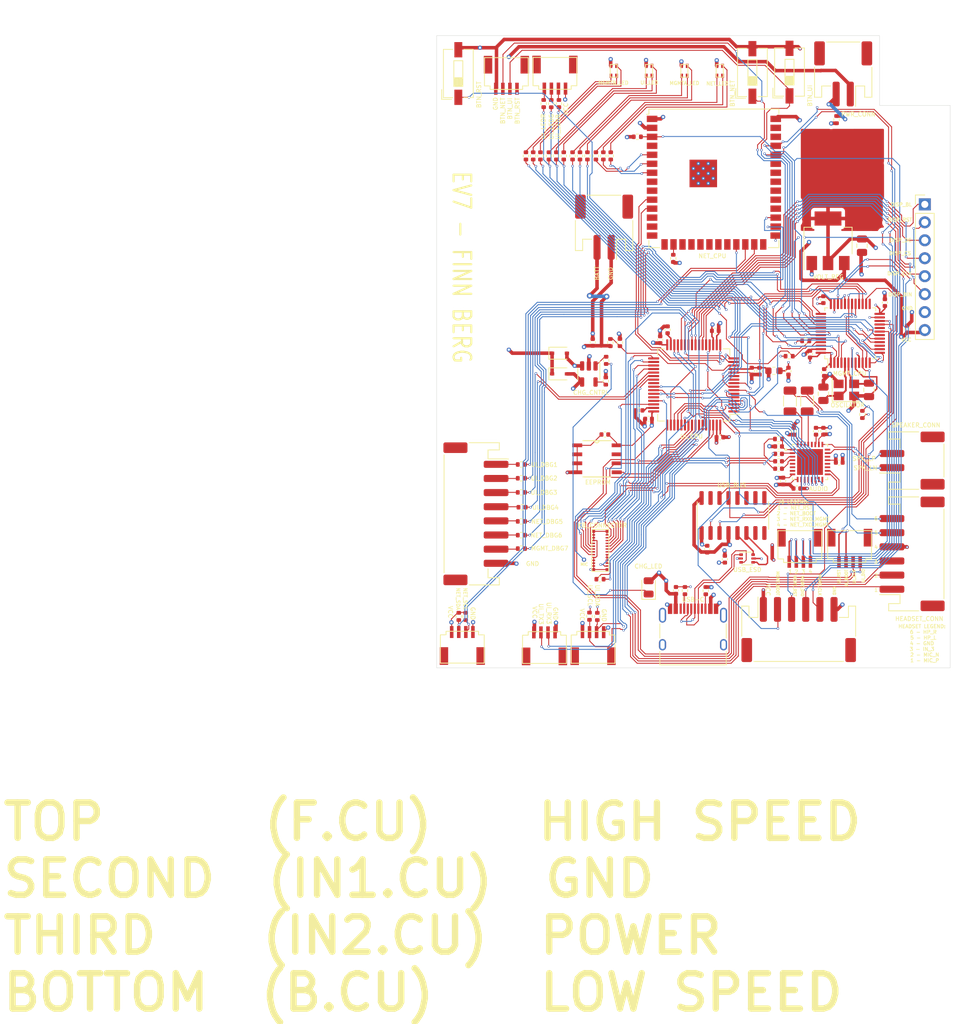
<source format=kicad_pcb>
(kicad_pcb (version 20211014) (generator pcbnew)
  (title_block (title "Hactar PCB - Finn Berg") (date "2023-06-21") (rev "EV8") (company "CISCO SYSTEMS"))
  (layers (0 "F.Cu" signal) (1 "In1.Cu" power) (2 "In2.Cu" power) (31 "B.Cu" signal) (34 "B.Paste" user) (35 "F.Paste" user) (36 "B.SilkS" user "B.Silkscreen") (37 "F.SilkS" user "F.Silkscreen") (38 "B.Mask" user) (39 "F.Mask" user) (44 "Edge.Cuts" user))
  (net 0 "")
  (net 1 "+3.3VA")
  (net 2 "+3.3V")
  (net 3 "VBUS")
  (net 4 "GND")
  (net 5 "+BATT")
  (net 6 "/RCC_OSC_IN")
  (net 7 "/VIN")
  (net 8 "/UI_SDA")
  (net 10 "/UI_SCL")
  (net 11 "Net-(D11-Pad1)")
  (net 12 "Net-(J9-PadA5)")
  (net 13 "/USB_D+")
  (net 14 "/USB_D-")
  (net 16 "Net-(J9-PadB5)")
  (net 19 "/MCLK")
  (net 20 "/RCC_OSC_OUT")
  (net 21 "/NET_SDA")
  (net 22 "/NET_SCL")
  (net 23 "/MGMT_BOOT")
  (net 24 "/MGMT_NRST")
  (net 25 "/IN_3")
  (net 26 "Net-(C17-Pad2)")
  (net 27 "/NET_RST")
  (net 28 "/UI_RST")
  (net 29 "/MIC_P")
  (net 30 "/LEDA_R")
  (net 31 "Net-(D10-Pad1)")
  (net 32 "/DISP_BL")
  (net 33 "/DISP_RSTR")
  (net 34 "/LEDA_G")
  (net 35 "Net-(R32-Pad2)")
  (net 36 "Net-(R36-Pad1)")
  (net 37 "/BATTERY_MON")
  (net 38 "Net-(C18-Pad2)")
  (net 39 "/LEDA_B")
  (net 41 "/KB_COL3")
  (net 42 "/KB_COL4")
  (net 45 "/DISP_DC")
  (net 46 "/DISP_CS")
  (net 47 "/DISP_SPI_SCK")
  (net 48 "/DISP_SPI_MOSI")
  (net 49 "/UI_TX3")
  (net 50 "/UI_RX3")
  (net 51 "/NET_TX0_MGMT")
  (net 53 "/KB_MIC")
  (net 54 "/NET_RX0_MGMT")
  (net 55 "Net-(J10-Pad1)")
  (net 56 "/KB_ROW5")
  (net 57 "/KB_ROW1")
  (net 58 "/KB_ROW2")
  (net 59 "/KB_ROW3")
  (net 60 "/MIC_N")
  (net 61 "Net-(J10-Pad2)")
  (net 62 "/KB_ROW4")
  (net 64 "/KB_ROW6")
  (net 65 "/KB_ROW7")
  (net 66 "/UD-")
  (net 67 "/UD+")
  (net 68 "/LEDB_R")
  (net 69 "/LEDB_G")
  (net 74 "Net-(C27-Pad2)")
  (net 82 "/LEDB_B")
  (net 83 "Net-(J10-Pad3)")
  (net 84 "Net-(J10-Pad4)")
  (net 90 "/SPK_LN")
  (net 91 "/SPK_LP")
  (net 92 "/HP_R")
  (net 93 "/HP_L")
  (net 94 "Net-(J10-Pad5)")
  (net 95 "/KB_COL5")
  (net 96 "/KB_COL2")
  (net 97 "Net-(J10-Pad6)")
  (net 98 "Net-(J10-Pad7)")
  (net 99 "/BTN_RST")
  (net 100 "/BTN_UI")
  (net 101 "/BTN_NET")
  (net 102 "/KB_COL1")
  (net 103 "Net-(R37-Pad2)")
  (net 104 "Net-(C21-Pad2)")
  (net 105 "Net-(C22-Pad2)")
  (net 106 "Net-(J14-Pad2)")
  (net 107 "Net-(J14-Pad3)")
  (net 108 "/UI_STAT")
  (net 109 "Net-(J14-Pad4)")
  (net 110 "Net-(J15-Pad2)")
  (net 111 "/UI_BOOT")
  (net 112 "/NET_LED_B")
  (net 113 "/NET_LED_G")
  (net 120 "/USB_DTR")
  (net 121 "/USB_RTS")
  (net 123 "/NET_LED_R")
  (net 124 "Net-(C28-Pad1)")
  (net 125 "Net-(C29-Pad1)")
  (net 127 "Net-(R41-Pad1)")
  (net 132 "/UI_DBG1")
  (net 134 "/UI_LED_B")
  (net 137 "/NET_STAT")
  (net 138 "Net-(C30-Pad1)")
  (net 139 "/UI_LED_G")
  (net 141 "/UI_TX1_MGMT")
  (net 142 "/UI_RX1_MGMT")
  (net 143 "/NET_BOOT")
  (net 144 "/UI_LED_R")
  (net 145 "Net-(C31-Pad2)")
  (net 146 "/UI_DBG2")
  (net 147 "/UI_DBG3")
  (net 148 "/UI_DBG4")
  (net 149 "/MGMT_DBG7")
  (net 150 "/NET_DBG5")
  (net 151 "/NET_DBG6")
  (net 152 "/MGMT_SWDIO")
  (net 153 "/MGMT_SWCLK")
  (net 154 "/I2S_DACLRC")
  (net 155 "/UI_SWDIO")
  (net 156 "/UI_SWDCLK")
  (net 157 "/UI_TX1_NET")
  (net 158 "/BOOT1")
  (net 160 "/UI_RX1_NET")
  (net 161 "/I2S_BCLK")
  (net 162 "/I2S_ADCDAT")
  (net 166 "/I2S_DACDAT")
  (net 167 "/USB_TX1_MGMT")
  (net 168 "/USB_RX1_MGMT")
  (net 177 "Net-(D3-Pad1)")
  (net 178 "Net-(D3-Pad3)")
  (net 179 "Net-(D3-Pad4)")
  (net 180 "Net-(D4-Pad1)")
  (net 181 "Net-(D4-Pad3)")
  (net 182 "Net-(D4-Pad4)")
  (net 183 "Net-(D5-Pad1)")
  (net 184 "Net-(D18-Pad1)")
  (net 185 "Net-(D18-Pad3)")
  (net 186 "Net-(D18-Pad4)")
  (net 188 "Net-(D5-Pad3)")
  (net 189 "Net-(D5-Pad4)")
  (net 192 "/KB_LED")
  (footprint "Resistor_SMD:R_0402_1005Metric" (layer "F.Cu") (at 126.0875 122.725)
    (fp_text reference "R28" hide)
    (fp_text value "330" hide)
  )
  (footprint "Capacitor_SMD:C_0402_1005Metric" (layer "F.Cu") (at 143.9875 110.225 180)
    (fp_text reference "C13" hide)
    (fp_text value "100n" hide)
  )
  (footprint "ESP32-S3-WROOM-1-N8R2:New_ESP32_M24C02-RMN6TP" (layer "F.Cu") (at 136.6875 115.875)
    (fp_text reference "CR1" hide)
    (fp_text value "M24C02-RDW6TP" hide)
  )
  (footprint "Capacitor_SMD:C_0402_1005Metric" (layer "F.Cu") (at 142.6375 109.025)
    (fp_text reference "C22" hide)
    (fp_text value "2u2" hide)
  )
  (footprint "Diode_SMD:D_SOD-323" (layer "F.Cu") (at 131.3875 100.935)
    (fp_text reference "D2" hide)
    (fp_text value "1N5819WS" hide)
  )
  (footprint "Package_QFP:LQFP-48_7x7mm_P0.5mm" (layer "F.Cu") (at 172.5375 98.125 90)
    (fp_text reference "U5" hide)
    (fp_text value "STM32F030C8Tx" hide)
  )
  (footprint "Capacitor_SMD:C_0402_1005Metric" (layer "F.Cu") (at 137.8075 112.435 180)
    (fp_text reference "C33" hide)
    (fp_text value "100n" hide)
  )
  (footprint "Capacitor_SMD:C_0402_1005Metric" (layer "F.Cu") (at 145.6375 99.025 90)
    (fp_text reference "C14" hide)
    (fp_text value "100n" hide)
  )
  (footprint "Capacitor_SMD:C_0805_2012Metric" (layer "F.Cu") (at 168.7375 106.675 -90)
    (fp_text reference "C4" hide)
    (fp_text value "33P" hide)
  )
  (footprint "Capacitor_SMD:C_0402_1005Metric" (layer "F.Cu") (at 168.7375 111.975 90)
    (fp_text reference "C3" hide)
    (fp_text value "4.7u" hide)
  )
  (footprint "Resistor_SMD:R_0402_1005Metric" (layer "F.Cu") (at 149.1375 134.52 -90)
    (fp_text reference "R3" hide)
    (fp_text value "5k1" hide)
  )
  (footprint "Resistor_SMD:R_0402_1005Metric" (layer "F.Cu") (at 163.89 101.36)
    (fp_text reference "R5" hide)
    (fp_text value "4k7" hide)
  )
  (footprint "Capacitor_SMD:C_0402_1005Metric" (layer "F.Cu") (at 136.0875 99.405 90)
    (fp_text reference "C19" hide)
    (fp_text value "4u7" hide)
  )
  (footprint "Resistor_SMD:R_0402_1005Metric" (layer "F.Cu") (at 138.5875 99.435 -90)
    (fp_text reference "R38" hide)
    (fp_text value "10k" hide)
  )
  (footprint "Connector_JST:JST_PH_S6B-PH-SM4-TB_1x06-1MP_P2.00mm_Horizontal" (layer "F.Cu") (at 181.2875 129.325 90)
    (fp_text reference "J8" hide)
    (fp_text value "Conn_01x06_Female" hide)
  )
  (footprint "BM14B(0.B)-24DS-0:BM14B(0.B)-24DS-0.4V(53)" (layer "F.Cu") (at 138.1075 131.035 90)
    (fp_text reference "U13" hide)
    (fp_text value "BM14B(0.8)-24DS-0.4V(53)" hide)
  )
  (footprint "Package_QFP:LQFP-64_10x10mm_P0.5mm" (layer "F.Cu") (at 150.3875 105.425 180)
    (fp_text reference "U1" hide)
    (fp_text value "STM32F405RGTx" hide)
  )
  (footprint "Capacitor_SMD:C_0402_1005Metric" (layer "F.Cu") (at 163.0375 119.025 90)
    (fp_text reference "C16" hide)
    (fp_text value "100n" hide)
  )
  (footprint "1x4 pin download:1x4pin 1mm connector" (layer "F.Cu") (at 126.4675 60.125 180)
    (fp_text reference "J13" hide)
    (fp_text value "Conn_01x04_Female" hide)
  )
  (footprint "Inductor_SMD:L_0603_1608Metric" (layer "F.Cu") (at 161.7375 103.425)
    (fp_text reference "120R1" hide)
    (fp_text value "FerriteBead" hide)
  )
  (footprint "Resistor_SMD:R_0402_1005Metric" (layer "F.Cu") (at 137.5875 73.025 90)
    (fp_text reference "R17" hide)
    (fp_text value "150" hide)
  )
  (footprint "Resistor_SMD:R_0402_1005Metric" (layer "F.Cu") (at 128.6875 73.025 -90)
    (fp_text reference "R13" hide)
    (fp_text value "180" hide)
  )
  (footprint "Capacitor_SMD:C_0402_1005Metric" (layer "F.Cu") (at 180.5875 97.525 90)
    (fp_text reference "C20" hide)
    (fp_text value "100n" hide)
  )
  (footprint "Resistor_SMD:R_0402_1005Metric" (layer "F.Cu") (at 125.9875 124.725)
    (fp_text reference "R30" hide)
    (fp_text value "330" hide)
  )
  (footprint "Resistor_SMD:R_0402_1005Metric" (layer "F.Cu") (at 142.3975 70.325 180)
    (fp_text reference "R4" hide)
    (fp_text value "15k" hide)
  )
  (footprint "MountingHole:MountingHole_2.1mm" (layer "F.Cu") (at 176.9375 140.345)
    (fp_text reference "REF**" hide)
    (fp_text value "MountingHole_2.1mm" hide)
  )
  (footprint "Resistor_SMD:R_0402_1005Metric" (layer "F.Cu") (at 139.9375 99.425 -90)
    (fp_text reference "R39" hide)
    (fp_text value "6.8k" hide)
  )
  (footprint "Resistor_SMD:R_0402_1005Metric" (layer "F.Cu") (at 118.1075 138.17 -90)
    (fp_text reference "R21" hide)
    (fp_text value "1k5" hide)
  )
  (footprint "Capacitor_SMD:C_0402_1005Metric" (layer "F.Cu") (at 154.7875 130.075 90)
    (fp_text reference "C5" hide)
    (fp_text value "10U" hide)
  )
  (footprint "Connector_PinHeader_2.54mm:PinHeader_1x08_P2.54mm_Vertical" (layer "F.Cu") (at 183.0875 79.885)
    (fp_text reference "J4" hide)
    (fp_text value "Conn_01x08_Male" hide)
  )
  (footprint "Capacitor_SMD:C_0402_1005Metric" (layer "F.Cu") (at 158.5875 103.475 -90)
    (fp_text reference "C8" hide)
    (fp_text value "10n" hide)
  )
  (footprint "Resistor_SMD:R_0402_1005Metric" (layer "F.Cu") (at 133.2375 73.025 -90)
    (fp_text reference "R12" hide)
    (fp_text value "150" hide)
  )
  (footprint "Resistor_SMD:R_0402_1005Metric" (layer "F.Cu") (at 134.2875 73.025 -90)
    (fp_text reference "R11" hide)
    (fp_text value "150" hide)
  )
  (footprint "Capacitor_SMD:C_0402_1005Metric" (layer "F.Cu") (at 146.6875 97.625 -90)
    (fp_text reference "C21" hide)
    (fp_text value "2u2" hide)
  )
  (footprint "Resistor_SMD:R_0402_1005Metric" (layer "F.Cu") (at 135.3375 73.025 -90)
    (fp_text reference "R6" hide)
    (fp_text value "180" hide)
  )
  (footprint "1x4 pin download:1x4pin 1mm connector" (layer "F.Cu") (at 133.3375 60.105 180)
    (fp_text reference "J14" hide)
    (fp_text value "Conn_01x04_Female" hide)
  )
  (footprint "Resistor_SMD:R_0402_1005Metric" (layer "F.Cu") (at 138.6375 73.025 90)
    (fp_text reference "R16" hide)
    (fp_text value "180" hide)
  )
  (footprint "Connector_JST:JST_PH_S2B-PH-SM4-TB_1x02-1MP_P2.00mm_Horizontal" (layer "F.Cu") (at 181.2875 116.125 90)
    (fp_text reference "J2" hide)
    (fp_text value "Conn_01x02_Female" hide)
  )
  (footprint "Resistor_SMD:R_0402_1005Metric" (layer "F.Cu") (at 129.1475 65.625 -90)
    (fp_text reference "R35" hide)
    (fp_text value "150" hide)
  )
  (footprint "MountingHole:MountingHole_2.1mm" (layer "F.Cu") (at 183.0875 107.925)
    (fp_text reference "REF**" hide)
    (fp_text value "MountingHole_2.1mm" hide)
  )
  (footprint "MountingHole:MountingHole_2.1mm" (layer "F.Cu") (at 117.5875 107.925)
    (fp_text reference "REF**" hide)
    (fp_text value "MountingHole_2.1mm" hide)
  )
  (footprint "Capacitor_SMD:C_0805_2012Metric" (layer "F.Cu") (at 174.2 85.73 -90)
    (fp_text reference "C2" hide)
    (fp_text value "22u" hide)
  )
  (footprint "Capacitor_SMD:C_1206_3216Metric" (layer "F.Cu") (at 166.4375 107.705 90)
    (fp_text reference "C29" hide)
    (fp_text value "100U" hide)
  )
  (footprint "Capacitor_SMD:C_0402_1005Metric" (layer "F.Cu") (at 162.3875 117.275)
    (fp_text reference "C27" hide)
    (fp_text value "1u" hide)
  )
  (footprint "Capacitor_SMD:C_0402_1005Metric" (layer "F.Cu") (at 163.7875 103.475 -90)
    (fp_text reference "C10" hide)
    (fp_text value "1u" hide)
  )
  (footprint "Resistor_SMD:R_0402_1005Metric" (layer "F.Cu") (at 130.9375 73.025 90)
    (fp_text reference "R24" hide)
    (fp_text value "150" hide)
  )
  (footprint "Resistor_SMD:R_0402_1005Metric" (layer "F.Cu") (at 166.2375 99.205)
    (fp_text reference "R19" hide)
    (fp_text value "4k7" hide)
  )
  (footprint "Resistor_SMD:R_0402_1005Metric" (layer "F.Cu") (at 174.25 109.6 90)
    (fp_text reference "R1" hide)
    (fp_text value "4k7" hide)
  )
  (footprint "Capacitor_SMD:C_0402_1005Metric" (layer "F.Cu") (at 154.0875 112.825 180)
    (fp_text reference "C12" hide)
    (fp_text value "100n" hide)
  )
  (footprint "1x4 pin download:1x4pin 1mm connector" (layer "F.Cu") (at 175.04 127.03 180)
    (fp_text reference "J12" hide)
    (fp_text value "Conn_01x04_Female" hide)
  )
  (footprint "Resistor_SMD:R_0402_1005Metric" (layer "F.Cu") (at 137.9375 104.875 -90)
    (fp_text reference "R37" hide)
    (fp_text value "2k" hide)
  )
  (footprint "Resistor_SMD:R_0402_1005Metric" (layer "F.Cu") (at 136.5375 73.025 90)
    (fp_text reference "R18" hide)
    (fp_text value "150" hide)
  )
  (footprint "Resistor_SMD:R_0402_1005Metric" (layer "F.Cu") (at 152.0875 134.525 -90)
    (fp_text reference "R2" hide)
    (fp_text value "5k1" hide)
  )
  (footprint "Capacitor_SMD:C_0402_1005Metric" (layer "F.Cu") (at 177.4375 93.775 90)
    (fp_text reference "C25" hide)
    (fp_text value "100n" hide)
  )
  (footprint "Capacitor_SMD:C_0402_1005Metric" (layer "F.Cu") (at 147.87 134.49 90)
    (fp_text reference "C1" hide)
    (fp_text value "4u7" hide)
  )
  (footprint "Resistor_SMD:R_0402_1005Metric" (layer "F.Cu") (at 147.4875 87.525 90)
    (fp_text reference "R32" hide)
    (fp_text value "4k7" hide)
  )
  (footprint "Diode_SMD:D_SOD-323" (layer "F.Cu") (at 131.3875 103.865)
    (fp_text reference "D10" hide)
    (fp_text value "1N5819WS" hide)
  )
  (footprint "Resistor_SMD:R_0402_1005Metric" (layer "F.Cu") (at 135.6275 138.135 -90)
    (fp_text reference "R8" hide)
    (fp_text value "1k5" hide)
  )
  (footprint "LED_SMD:LED_0805_2012Metric" (layer "F.Cu") (at 143.9975 134.065 90)
    (fp_text reference "D11" hide)
    (fp_text value "LED" hide)
  )
  (footprint "Connector_JST:JST_PH_S2B-PH-SM4-TB_1x02-1MP_P2.00mm_Horizontal" (layer "F.Cu") (at 171.5375 61.425 180)
    (fp_text reference "J15" hide)
    (fp_text value "Conn_01x02_Female" hide)
  )
  (footprint "Capacitor_SMD:C_0402_1005Metric" (layer "F.Cu") (at 164.9875 120.075)
    (fp_text reference "C15" hide)
    (fp_text value "100n" hide)
  )
  (footprint "Button_Switch_SMD:SW_DIP_SPSTx01_Slide_6.7x4.1mm_W6.73mm_P2.54mm_LowProfile_JPin" (layer "F.Cu") (at 158.6875 61.225 90)
    (fp_text reference "SW3" hide)
    (fp_text value "SW_Push" hide)
  )
  (footprint "Resistor_SMD:R_0402_1005Metric" (layer "F.Cu") (at 126.6375 73.025 -90)
    (fp_text reference "R15" hide)
    (fp_text value "150" hide)
  )
  (footprint "ESP32-S3-WROOM-1-N8R2:QFN50P500X500X90-33N" (layer "F.Cu") (at 166.84 116.325)
    (fp_text reference "U6" hide)
    (fp_text value "WM8960CGEFL/RV" hide)
  )
  (footprint "Capacitor_SMD:C_0805_2012Metric" (layer "F.Cu") (at 175.1875 106.125 90)
    (fp_text reference "C23" hide)
    (fp_text value "33P" hide)
  )
  (footprint "Resistor_SMD:R_0402_1005Metric" (layer "F.Cu") (at 162.3875 113.075 180)
    (fp_text reference "R9" hide)
    (fp_text value "2K2" hide)
  )
  (footprint "Resistor_SMD:R_0402_1005Metric" (layer "F.Cu") (at 127.6625 73.025 -90)
    (fp_text reference "R14" hide)
    (fp_text value "150" hide)
  )
  (footprint "Capacitor_SMD:C_1206_3216Metric" (layer "F.Cu") (at 164.0075 107.705 90)
    (fp_text reference "C30" hide)
    (fp_text value "100U" hide)
  )
  (footprint "Resistor_SMD:R_0402_1005Metric" (layer "F.Cu") (at 125.9875 116.675)
    (fp_text reference "R22" hide)
    (fp_text value "330" hide)
  )
  (footprint "1x6 pin download:LED RGB" (layer "F.Cu") (at 154.4625 61.695 90)
    (fp_text reference "D4" hide)
    (fp_text value "ASMB-MTB1-0A3A2" hide)
  )
  (footprint "MountingHole:MountingHole_2.1mm" (layer "F.Cu") (at 117.5875 69.625)
    (fp_text reference "REF**" hide)
    (fp_text value "MountingHole_2.1mm" hide)
  )
  (footprint "Resistor_SMD:R_0402_1005Metric" (layer "F.Cu") (at 137.9875 101.945 -90)
    (fp_text reference "R36" hide)
    (fp_text value "1k" hide)
  )
  (footprint "Resistor_SMD:R_0402_1005Metric" (layer "F.Cu") (at 130.2175 65.635 -90)
    (fp_text reference "R34" hide)
    (fp_text value "150" hide)
  )
  (footprint "Button_Switch_SMD:SW_DIP_SPSTx01_Slide_6.7x4.1mm_W6.73mm_P2.54mm_LowProfile_JPin" (layer "F.Cu") (at 117.0675 61.375 90)
    (fp_text reference "SW1" hide)
    (fp_text value "SW_Push" hide)
  )
  (footprint "Package_SO:SOIC-16_3.9x9.9mm_P1.27mm" (layer "F.Cu") (at 155.9375 123.895 90)
    (fp_text reference "U3" hide)
    (fp_text value "CH340C" hide)
  )
  (footprint "Resistor_SMD:R_0402_1005Metric" (layer "F.Cu") (at 131.9875 73.025 90)
    (fp_text reference "R23" hide)
    (fp_text value "180" hide)
  )
  (footprint "Capacitor_SMD:C_0402_1005Metric" (layer "F.Cu") (at 168.73 93.36 -90)
    (fp_text reference "C34" hide)
    (fp_text value "100n" hide)
  )
  (footprint "1x4 pin download:1x4pin 1mm connector" (layer "F.Cu") (at 133.5375 143.795)
    (fp_text reference "J7" hide)
    (fp_text value "Conn_01x04_Female" hide)
  )
  (footprint "Resistor_SMD:R_0402_1005Metric" (layer "F.Cu") (at 137.1175 132.905 180)
    (fp_text reference "R41" hide)
    (fp_text value "0" hide)
  )
  (footprint "Button_Switch_SMD:SW_DIP_SPSTx01_Slide_6.7x4.1mm_W6.73mm_P2.54mm_LowProfile_JPin" (layer "F.Cu") (at 163.9375 61.175 90)
    (fp_text reference "SW2" hide)
    (fp_text value "SW_Push" hide)
  )
  (footprint "Resistor_SMD:R_0402_1005Metric" (layer "F.Cu") (at 125.9875 120.625)
    (fp_text reference "R27" hide)
    (fp_text value "330" hide)
  )
  (footprint "Capacitor_SMD:C_0402_1005Metric" (layer "F.Cu") (at 162.3875 116.225)
    (fp_text reference "C18" hide)
    (fp_text value "1u" hide)
  )
  (footprint "Capacitor_SMD:C_0402_1005Metric" (layer "F.Cu") (at 170.9775 116.405)
    (fp_text reference "C6" hide)
    (fp_text value "4.7u" hide)
  )
  (footprint "1x4 pin download:1x4pin 1mm connector" (layer "F.Cu") (at 126.6575 143.825)
    (fp_text reference "J5" hide)
    (fp_text value "Conn_01x04_Female" hide)
  )
  (footprint "Package_TO_SOT_SMD:SOT-223-3_TabPin2" (layer "F.Cu") (at 169.3875 85.035 90)
    (fp_text reference "U2" hide)
    (fp_text value "AMS1117-3.3" hide)
  )
  (footprint "1x6 pin download:LED RGB" (layer "F.Cu") (at 139.4625 61.695 90)
    (fp_text reference "D3" hide)
    (fp_text value "ASMB-MTB1-0A3A2" hide)
  )
  (footprint "RF_Module:ESP32-S3-WROOM-1U" (layer "F.Cu") (at 153.2375 76.2)
    (fp_text reference "U11" hide)
    (fp_text value "ESP32-S3-WROOM-1-N8R2" hide)
  )
  (footprint "Capacitor_SMD:C_0402_1005Metric" (layer "F.Cu") (at 162.3875 115.175)
    (fp_text reference "C17" hide)
    (fp_text value "1u" hide)
  )
  (footprint "Capacitor_SMD:C_0402_1005Metric" (layer "F.Cu") (at 164.5375 111.975 -90)
    (fp_text reference "C7" hide)
    (fp_text value "100n" hide)
  )
  (footprint "Connector_JST:JST_PH_S6B-PH-SM4-TB_1x06-1MP_P2.00mm_Horizontal" (layer "F.Cu") (at 165.2375 140.025)
    (fp_text reference "J11" hide)
    (fp_text value "Conn_01x06_Female" hide)
  )
  (footprint "Capacitor_SMD:C_0402_1005Metric" (layer "F.Cu") (at 152.2975 128.655 90)
    (fp_text reference "C32" hide)
    (fp_text value "100n" hide)
  )
  (footprint "Connector_JST:JST_PH_S8B-PH-SM4-TB_1x08-1MP_P2.00mm_Horizontal" (layer "F.Cu") (at 119.5575 123.655 -90)
    (fp_text reference "J10" hide)
    (fp_text value "Conn_01x08_Female" hide)
  )
  (footprint "Capacitor_SMD:C_0402_1005Metric" (layer "F.Cu") (at 167.6875 111.975 -90)
    (fp_text reference "C31" hide)
    (fp_text value "4.7u" hide)
  )
  (footprint "1x4 pin download:1x4pin 1mm connector" (layer "F.Cu") (at 168 127.04 180)
    (fp_text reference "J6" hide)
    (fp_text value "Conn_01x04_Female" hide)
  )
  (footprint "MountingHole:MountingHole_2.1mm" (layer "F.Cu") (at 183.12 69.625)
    (fp_text reference "REF**" hide)
    (fp_text value "MountingHole_2.1mm" hide)
  )
  (footprint "Capacitor_SMD:C_0402_1005Metric" (layer "F.Cu") (at 159.6875 103.475 -90)
    (fp_text reference "C9" hide)
    (fp_text value "1u" hide)
  )
  (footprint "Capacitor_SMD:C_0402_1005Metric" (layer "F.Cu") (at 168.8475 103.665 -90)
    (fp_text reference "C24" hide)
    (fp_text value "100n" hide)
  )
  (footprint "Connector_JST:JST_PH_S2B-PH-SM4-TB_1x02-1MP_P2.00mm_Horizontal" (layer "F.Cu") (at 137.6975 83.105 180)
    (fp_text reference "J1" hide)
    (fp_text value "Conn_01x02_Female" hide)
  )
  (footprint "MountingHole:MountingHole_2.1mm" (layer "F.Cu") (at 123.6375 140.345)
    (fp_text reference "REF**" hide)
    (fp_text value "MountingHole_2.1mm" hide)
  )
  (footprint "Connector_USB:USB_C_Receptacle_HRO_TYPE-C-31-M-12" (layer "F.Cu") (at 150.2875 141.125)
    (fp_text reference "J9" hide)
    (fp_text value "USB_C_Receptacle" hide)
  )
  (footprint "1x6 pin download:LED RGB" (layer "F.Cu") (at 144.4625 61.695 90)
    (fp_text reference "D5" hide)
    (fp_text value "ASMB-MTB1-0A3A2" hide)
  )
  (footprint "Resistor_SMD:R_0402_1005Metric" (layer "F.Cu") (at 125.9875 128.575)
    (fp_text reference "R29" hide)
    (fp_text value "330" hide)
  )
  (footprint "Resistor_SMD:R_0402_1005Metric" (layer "F.Cu") (at 125.9875 118.625)
    (fp_text reference "R26" hide)
    (fp_text value "330" hide)
  )
  (footprint "Capacitor_SMD:C_0402_1005Metric" (layer "F.Cu") (at 153.4375 97.775)
    (fp_text reference "C11" hide)
    (fp_text value "100n" hide)
  )
  (footprint "1x6 pin download:LED RGB" (layer "F.Cu") (at 149.4625 61.695 90)
    (fp_text reference "D18" hide)
    (fp_text value "ASMB-MTB1-0A3A2" hide)
  )
  (footprint "Package_TO_SOT_SMD:SOT-666" (layer "F.Cu") (at 157.9375 129.975)
    (fp_text reference "U4" hide)
    (fp_text value "USBLC6-2P6" hide)
  )
  (footprint "Resistor_SMD:R_0402_1005Metric" (layer "F.Cu") (at 131.3075 65.625 -90)
    (fp_text reference "R33" hide)
    (fp_text value "180" hide)
  )
  (footprint "Resistor_SMD:R_0402_1005Metric" (layer "F.Cu") (at 170.5975 67.895 -90)
    (fp_text reference "R40" hide)
    (fp_text value "1" hide)
  )
  (footprint "Resistor_SMD:R_0402_1005Metric" (layer "F.Cu") (at 125.9875 126.675)
    (fp_text reference "R31" hide)
    (fp_text value "330" hide)
  )
  (footprint "1x4 pin download:1x4pin 1mm connector" (layer "F.Cu") (at 115.0275 143.775)
    (fp_text reference "J3" hide)
    (fp_text value "Conn_01x04_Female" hide)
  )
  (footprint "Resistor_SMD:R_0402_1005Metric" (layer "F.Cu") (at 117.13 138.17 -90)
    (fp_text reference "R20" hide)
    (fp_text value "1k5" hide)
  )
  (footprint "Package_TO_SOT_SMD:SOT-23-5" (layer "F.Cu") (at 135.5375 103.875 -90)
    (fp_text reference "U12" hide)
    (fp_text value "MCP73832-2-OT" hide)
  )
  (footprint "Capacitor_SMD:C_0402_1005Metric" (layer "F.Cu") (at 162.3875 114.125 180)
    (fp_text reference "C28" hide)
    (fp_text value "4.7u" hide)
  )
  (footprint "Resistor_SMD:R_0402_1005Metric" (layer "F.Cu") (at 136.7375 138.175 -90)
    (fp_text reference "R7" hide)
    (fp_text value "1k5" hide)
  )
  (footprint "Capacitor_SMD:C_0402_1005Metric" (layer "F.Cu") (at 166.84 101.07 90)
    (fp_text reference "C26" hide)
    (fp_text value "100n" hide)
  )
  (footprint "Resistor_SMD:R_0402_1005Metric" (layer "F.Cu") (at 129.8875 73.025 90)
    (fp_text reference "R25" hide)
    (fp_text value "150" hide)
  )
  (footprint "Crystal:Crystal_SMD_3225-4Pin_3.2x2.5mm" (layer "F.Cu") (at 171.9875 106.125)
    (fp_text reference "Y1" hide)
    (fp_text value "Crystal_GND24" hide)
  )
  (gr_poly (pts (xy 176.6875 65.885) (xy 186.6875 65.885) (xy 186.6875 145.435) (xy 113.9875 145.435) (xy 113.9875 56.025) (xy 176.6875 56.025)) (layer "Edge.Cuts") (width 0.05) (fill none))
  (gr_text "MIC" (at 134.88 130.81) (layer "F.SilkS") (effects (font (size 0.4 0.4) (thickness 0.1))))
  (gr_text "5" (at 176.19 126.35) (layer "F.SilkS") (effects (font (size 0.5 0.5) (thickness 0.1))))
  (gr_text "BTN_RST" (at 119.98 64.36 90) (layer "F.SilkS") (effects (font (size 0.6 0.6) (thickness 0.1))))
  (gr_text "MGMTA_LED" (at 149.07 62.74) (layer "F.SilkS") (effects (font (size 0.5 0.5) (thickness 0.1))))
  (gr_text "BTN_RST" (at 125.42 66.65 90) (layer "F.SilkS") (effects (font (size 0.6 0.6) (thickness 0.1))))
  (gr_text "UI_RST" (at 170.93 132.55 90) (layer "F.SilkS") (effects (font (size 0.4 0.4) (thickness 0.1))))
  (gr_text "HEADSET_CONN" (at 182.3 138.5) (layer "F.SilkS") (effects (font (size 0.6 0.6) (thickness 0.1))))
  (gr_text "UI_DIO" (at 174.38 132.42 90) (layer "F.SilkS") (effects (font (size 0.4 0.4) (thickness 0.1))))
  (gr_text "3" (at 176.17 130.43) (layer "F.SilkS") (effects (font (size 0.5 0.5) (thickness 0.1))))
  (gr_text "UI_LED" (at 144.09 62.66) (layer "F.SilkS") (effects (font (size 0.5 0.5) (thickness 0.1))))
  (gr_text "UI_RX3" (at 129.88 137.72 270) (layer "F.SilkS") (effects (font (size 0.6 0.6) (thickness 0.1))))
  (gr_text "EV7 - FINN BERG" (at 117.5375 88.775 270) (layer "F.SilkS") (effects (font (size 2.5 2) (thickness 0.3))))
  (gr_text "DISP_DC" (at 179.67 84.96) (layer "F.SilkS") (effects (font (size 0.5 0.5) (thickness 0.1))))
  (gr_text "OSCILATOR" (at 172.16 108.28) (layer "F.SilkS") (effects (font (size 0.6 0.6) (thickness 0.1))))
  (gr_text "2" (at 164.92 131.85) (layer "F.SilkS") (effects (font (size 0.5 0.5) (thickness 0.1))))
  (gr_text "VCC" (at 180.47 99.04) (layer "F.SilkS") (effects (font (size 0.5 0.5) (thickness 0.1))))
  (gr_text "NET_SDA" (at 117.04 135.69 270) (layer "F.SilkS") (effects (font (size 0.5 0.5) (thickness 0.1))))
  (gr_text "VCC" (at 127.88 137.6 270) (layer "F.SilkS") (effects (font (size 0.6 0.6) (thickness 0.1))))
  (gr_text "NET_LED" (at 153.72 62.79) (layer "F.SilkS") (effects (font (size 0.5 0.5) (thickness 0.1))))
  (gr_text "UI_DBG1\n\n" (at 129.24 117.19) (layer "F.SilkS") (effects (font (size 0.6 0.6) (thickness 0.1))))
  (gr_text "UI_LEDR" (at 129.11 68.88 90) (layer "F.SilkS") (effects (font (size 0.6 0.6) (thickness 0.1))))
  (gr_text "USB_BUS" (at 155.76 119.6) (layer "F.SilkS") (effects (font (size 0.6 0.6) (thickness 0.1))))
  (gr_text "UI_LEDG" (at 130.24 68.9 90) (layer "F.SilkS") (effects (font (size 0.6 0.6) (thickness 0.1))))
  (gr_text "1\n" (at 164.06 131.82) (layer "F.SilkS") (effects (font (size 0.5 0.5) (thickness 0.1))))
  (gr_text "UI_BOOT" (at 171.99 132.74 90) (layer "F.SilkS") (effects (font (size 0.4 0.4) (thickness 0.1))))
  (gr_text "UI_CLK" (at 173.1 132.55 90) (layer "F.SilkS") (effects (font (size 0.4 0.4) (thickness 0.1))))
  (gr_text "GND" (at 180.6 94.58) (layer "F.SilkS") (effects (font (size 0.5 0.5) (thickness 0.1))))
  (gr_text "VCC" (at 134.59 137.92 270) (layer "F.SilkS") (effects (font (size 0.6 0.6) (thickness 0.1))))
  (gr_text "KB_CONNECTOR" (at 137.44 125.3) (layer "F.SilkS") (effects (font (size 0.6 0.6) (thickness 0.1))))
  (gr_text "UI_DBG4\n\n" (at 129.41 123.25) (layer "F.SilkS") (effects (font (size 0.6 0.6) (thickness 0.1))))
  (gr_text "NET_DBG5" (at 129.63 124.76) (layer "F.SilkS") (effects (font (size 0.6 0.6) (thickness 0.1))))
  (gr_text "DISP_DIN" (at 179.6 92.64) (layer "F.SilkS") (effects (font (size 0.5 0.5) (thickness 0.1))))
  (gr_text "HEADSET LEGEND:\n 6 - HP_R\n 5 - HP_L\n4 - GND\n3 - IN_3\n  2 - MIC_N\n  1 - MIC_P" (at 182.69 141.99) (layer "F.SilkS") (effects (font (size 0.5 0.5) (thickness 0.1))))
  (gr_text "CHG_CNTRL" (at 135.84 106.5) (layer "F.SilkS") (effects (font (size 0.6 0.6) (thickness 0.1))))
  (gr_text "BTN_NET" (at 155.86 64.18 90) (layer "F.SilkS") (effects (font (size 0.6 0.6) (thickness 0.1))))
  (gr_text "MGMT_DIO" (at 165.76 133.87 270) (layer "F.SilkS") (effects (font (size 0.4 0.4) (thickness 0.1))))
  (gr_text "UI_DBG3\n" (at 129.19 120.64) (layer "F.SilkS") (effects (font (size 0.6 0.6) (thickness 0.1))))
  (gr_text "MGMT_CPU" (at 172.45 103.81) (layer "F.SilkS") (effects (font (size 0.6 0.6) (thickness 0.1))))
  (gr_text "DISP_CS" (at 179.61 86.81) (layer "F.SilkS") (effects (font (size 0.5 0.5) (thickness 0.1))))
  (gr_text "VOLT_REG" (at 169.44 90.16) (layer "F.SilkS") (effects (font (size 0.6 0.6) (thickness 0.1))))
  (gr_text "6" (at 176.18 124.32) (layer "F.SilkS") (effects (font (size 0.5 0.5) (thickness 0.1))))
  (gr_text "BTN_UI" (at 166.83 64.51 90) (layer "F.SilkS") (effects (font (size 0.6 0.6) (thickness 0.1))))
  (gr_text "USB-C" (at 150.29 135.77) (layer "F.SilkS") (effects (font (size 0.6 0.6) (thickness 0.1))))
  (gr_text "USB_ESD" (at 157.97 131.56) (layer "F.SilkS") (effects (font (size 0.6 0.6) (thickness 0.1))))
  (gr_text "BATT" (at 136.7 89.61 90) (layer "F.SilkS") (effects (font (size 0.6 0.6) (thickness 0.1))))
  (gr_text "NET_SCL" (at 118.05 135.68 270) (layer "F.SilkS") (effects (font (size 0.5 0.5) (thickness 0.1))))
  (gr_text "SPK_LN" (at 174.68 117.18) (layer "F.SilkS") (effects (font (size 0.6 0.6) (thickness 0.1))))
  (gr_text "UI_LEDB" (at 131.19 68.92 90) (layer "F.SilkS") (effects (font (size 0.6 0.6) (thickness 0.1))))
  (gr_text "GND" (at 138.65 89.67 90) (layer "F.SilkS") (effects (font (size 0.6 0.6) (thickness 0.1))))
  (gr_text "DISP_BL" (at 179.75 79.92) (layer "F.SilkS") (effects (font (size 0.5 0.5) (thickness 0.1))))
  (gr_text "NET_DBG6" (at 129.54 126.7) (layer "F.SilkS") (effects (font (size 0.6 0.6) (thickness 0.1))))
  (gr_text "TOP      (F.CU)    HIGH SPEED\nSECOND  (IN1.CU)  GND\nTHIRD    (IN2.CU)  POWER\nBOTTOM  (B.CU)    LOW SPEED" (at 52.2 179.3) (layer "F.SilkS") (effects (font (size 5 5) (thickness 0.9)) (justify left)))
  (gr_text "GND" (at 170.27 134.56 270) (layer "F.SilkS") (effects (font (size 0.4 0.4) (thickness 0.1))))
  (gr_text "VCC" (at 160.89 134.41 270) (layer "F.SilkS") (effects (font (size 0.6 0.6) (thickness 0.1))))
  (gr_text "PWR_CONN" (at 173.68 67.14) (layer "F.SilkS") (effects (font (size 0.6 0.6) (thickness 0.1))))
  (gr_text "UI_SCL" (at 135.71 135.2 270) (layer "F.SilkS") (effects (font (size 0.6 0.6) (thickness 0.1))))
  (gr_text "BTN_UI" (at 124.37 66.34 90) (layer "F.SilkS") (effects (font (size 0.6 0.6) (thickness 0.1))))
  (gr_text "J6 LEGEND:\n 1 - NET_RST\n  2 - NET_BOOT\n       3 - NET_RX0_MGMT\n       4 - NET_TXO_MGMT" (at 164.52 123.6) (layer "F.SilkS") (effects (font (size 0.5 0.5) (thickness 0.1))))
  (gr_text "UI_SDA" (at 136.75 135.21 270) (layer "F.SilkS") (effects (font (size 0.6 0.6) (thickness 0.1))))
  (gr_text "NET_CPU" (at 153.02 87.19) (layer "F.SilkS") (effects (font (size 0.6 0.6) (thickness 0.1))))
  (gr_text "BTN_NET" (at 123.36 66.63 90) (layer "F.SilkS") (effects (font (size 0.6 0.6) (thickness 0.1))))
  (gr_text "EEPROM" (at 136.82 119.19) (layer "F.SilkS") (effects (font (size 0.6 0.6) (thickness 0.1))))
  (gr_text "UI_CPU" (at 150.07 112.7) (layer "F.SilkS") (effects (font (size 0.6 0.6) (thickness 0.1))))
  (gr_text "UI_DBG2\n\n" (at 129.21 119.11) (layer "F.SilkS") (effects (font (size 0.6 0.6) (thickness 0.1))))
  (gr_text "AUDIO" (at 168.04 120.13) (layer "F.SilkS") (effects (font (size 0.6 0.6) (thickness 0.1))))
  (gr_text "MGMT_DBG7" (at 130 128.54) (layer "F.SilkS") (effects (font (size 0.6 0.6) (thickness 0.1))))
  (gr_text "DISP_CLK" (at 179.53 89.67) (layer "F.SilkS") (effects (font (size 0.5 0.5) (thickness 0.1))))
  (gr_text "MGMT_BOOT" (at 162.27 133.51 270) (layer "F.SilkS") (effects (font (size 0.4 0.4) (thickness 0.1))))
  (gr_text "CHG_LED" (at 143.97 131.08) (layer "F.SilkS") (effects (font (size 0.6 0.6) (thickness 0.1))))
  (gr_text "4" (at 166.9 131.83) (layer "F.SilkS") (effects (font (size 0.5 0.5) (thickness 0.1))))
  (gr_text "2" (at 176.2 132.39) (layer "F.SilkS") (effects (font (size 0.5 0.5) (thickness 0.1))))
  (gr_text "MGMT_CLK" (at 168.22 133.73 270) (layer "F.SilkS") (effects (font (size 0.4 0.4) (thickness 0.1))))
  (gr_text "UI_TX3" (at 128.77 137.83 270) (layer "F.SilkS") (effects (font (size 0.6 0.6) (thickness 0.1))))
  (gr_text "DISP_RST" (at 179.57 82.06) (layer "F.SilkS") (effects (font (size 0.5 0.5) (thickness 0.1))))
  (gr_text "GND" (at 130.82 137.77 270) (layer "F.SilkS") (effects (font (size 0.6 0.6) (thickness 0.1))))
  (gr_text "VCC" (at 132.29 66.39 90) (layer "F.SilkS") (effects (font (size 0.6 0.6) (thickness 0.1))))
  (gr_text "GND" (at 119.12 137.75 270) (layer "F.SilkS") (effects (font (size 0.6 0.6) (thickness 0.1))))
  (gr_text "SPK_LP" (at 174.5 115.86) (layer "F.SilkS") (effects (font (size 0.6 0.6) (thickness 0.1))))
  (gr_text "3" (at 165.9 131.83) (layer "F.SilkS") (effects (font (size 0.5 0.5) (thickness 0.1))))
  (gr_text "4" (at 176.19 128.37) (layer "F.SilkS") (effects (font (size 0.5 0.5) (thickness 0.1))))
  (gr_text "VCC" (at 115.95 137.54 270) (layer "F.SilkS") (effects (font (size 0.6 0.6) (thickness 0.1))))
  (gr_text "MGMT_RST" (at 164.69 133.83 270) (layer "F.SilkS") (effects (font (size 0.4 0.4) (thickness 0.1))))
  (gr_text "SPEAKER_CONN" (at 181.82 111.11) (layer "F.SilkS") (effects (font (size 0.6 0.6) (thickness 0.1))))
  (gr_text "MGMTB_LED" (at 139.01 62.7) (layer "F.SilkS") (effects (font (size 0.5 0.5) (thickness 0.1))))
  (gr_text "GND\n" (at 127.57 130.72) (layer "F.SilkS") (effects (font (size 0.6 0.6) (thickness 0.1))))
  (gr_text "GND" (at 122.33 65.65 90) (layer "F.SilkS") (effects (font (size 0.6 0.6) (thickness 0.1))))
  (gr_text "GND" (at 137.69 138.01 270) (layer "F.SilkS") (effects (font (size 0.6 0.6) (thickness 0.1))))
  (gr_text "1" (at 176.19 134.43) (layer "F.SilkS") (effects (font (size 0.5 0.5) (thickness 0.1))))
  (segment (start 168.7375 112.405) (end 168.09 113.0525) (width 0.127) (layer "F.Cu") (net 1))
  (segment (start 160.9875 103.4625) (end 160.95 103.425) (width 0.5) (layer "F.Cu") (net 1))
  (segment (start 159.6875 102.995) (end 160.52 102.995) (width 0.2) (layer "F.Cu") (net 1))
  (segment (start 169.6075 112.405) (end 169.6375 112.375) (width 0.5) (layer "F.Cu") (net 1))
  (segment (start 156.0625 103.175) (end 158.4075 103.175) (width 0.2) (layer "F.Cu") (net 1))
  (segment (start 158.5875 102.995) (end 159.6875 102.995) (width 0.2) (layer "F.Cu") (net 1))
  (segment (start 169.315 116.075) (end 170.4575 116.075) (width 0.127) (layer "F.Cu") (net 1))
  (segment (start 170.4575 116.075) (end 170.5075 116.125) (width 0.127) (layer "F.Cu") (net 1))
  (segment (start 160.9875 104.625) (end 160.9875 103.4625) (width 0.5) (layer "F.Cu") (net 1))
  (segment (start 160.52 102.995) (end 160.95 103.425) (width 0.2) (layer "F.Cu") (net 1))
  (segment (start 168.09 113.0525) (end 168.09 113.85) (width 0.127) (layer "F.Cu") (net 1))
  (segment (start 165.09 113.85) (end 165.09 113.0075) (width 0.127) (layer "F.Cu") (net 1))
  (segment (start 165.09 113.0075) (end 164.5375 112.455) (width 0.127) (layer "F.Cu") (net 1))
  (segment (start 168.7375 112.405) (end 169.6075 112.405) (width 0.5) (layer "F.Cu") (net 1))
  (segment (start 170.4975 116.405) (end 170.5075 116.395) (width 0.5) (layer "F.Cu") (net 1))
  (segment (start 158.4075 103.175) (end 158.5875 102.995) (width 0.2) (layer "F.Cu") (net 1))
  (segment (start 170.4875 115.435) (end 170.4875 116.395) (width 0.5) (layer "F.Cu") (net 1))
  (segment (start 170.5075 116.395) (end 170.5075 116.125) (width 0.5) (layer "F.Cu") (net 1))
  (segment (start 163.8175 112.455) (end 164.5375 112.455) (width 0.5) (layer "F.Cu") (net 1))
  (segment (start 170.4875 116.395) (end 170.4975 116.405) (width 0.5) (layer "F.Cu") (net 1))
  (via (at 169.6375 112.375) (size 0.6) (drill 0.3) (layers "F.Cu" "B.Cu") (net 1))
  (via (at 163.6075 112.245) (size 0.6) (drill 0.3) (layers "F.Cu" "B.Cu") (net 1))
  (via (at 170.4875 115.435) (size 0.6) (drill 0.3) (layers "F.Cu" "B.Cu") (net 1))
  (via (at 160.9875 104.625) (size 0.6) (drill 0.3) (layers "F.Cu" "B.Cu") (net 1))
  (segment (start 168.64 92.97) (end 168.73 92.88) (width 0.2) (layer "F.Cu") (net 2))
  (segment (start 174.765 109.595) (end 175.1175 109.595) (width 0.127) (layer "F.Cu") (net 2))
  (segment (start 163.895 118.545) (end 164.365 118.075) (width 0.127) (layer "F.Cu") (net 2))
  (segment (start 161.7 130.19) (end 161.495 129.985) (width 0.5) (layer "F.Cu") (net 2))
  (segment (start 127.8375 138.935) (end 127.8375 140.345) (width 0.5) (layer "F.Cu") (net 2))
  (segment (start 155.4925 128.05) (end 155.417 127.9745) (width 0.5) (layer "F.Cu") (net 2))
  (segment (start 168.375 100.875) (end 169.8375 100.875) (width 0.2) (layer "F.Cu") (net 2))
  (segment (start 168.9375 103.195) (end 168.9375 103.1375) (width 0.2) (layer "F.Cu") (net 2))
  (segment (start 174.2 84.78) (end 174.8425 84.78) (width 0.5) (layer "F.Cu") (net 2))
  (segment (start 155.417 127.9745) (end 154.385418 127.9745) (width 0.5) (layer "F.Cu") (net 2))
  (segment (start 135.727878 136.838556) (end 135.727878 137.524622) (width 0.127) (layer "F.Cu") (net 2))
  (segment (start 174.25 110.11) (end 174.765 109.595) (width 0.127) (layer "F.Cu") (net 2))
  (segment (start 161.495 129.985) (end 161.495 128.065) (width 0.5) (layer "F.Cu") (net 2))
  (segment (start 152.9575 96.955) (end 153.0375 96.875) (width 0.2) (layer "F.Cu") (net 2))
  (segment (start 145.6375 99.505) (end 144.6675 99.505) (width 0.5) (layer "F.Cu") (net 2))
  (segment (start 165.468038 120.075538) (end 165.4675 120.075) (width 0.5) (layer "F.Cu") (net 2))
  (segment (start 168.73 92.88) (end 169.05 92.88) (width 0.2) (layer "F.Cu") (net 2))
  (segment (start 152.9575 97.775) (end 152.9575 98.595) (width 0.2) (layer "F.Cu") (net 2))
  (segment (start 139.4815 113.629) (end 138.2875 112.435) (width 0.127) (layer "F.Cu") (net 2))
  (segment (start 154.5675 112.825) (end 155.3375 112.825) (width 0.5) (layer "F.Cu") (net 2))
  (segment (start 177.4375 94.6375) (end 176.7 95.375) (width 0.2) (layer "F.Cu") (net 2))
  (segment (start 168.9375 103.1375) (end 169.7875 102.2875) (width 0.2) (layer "F.Cu") (net 2))
  (segment (start 153.304918 129.055) (end 151.4275 129.055) (width 0.5) (layer "F.Cu") (net 2))
  (segment (start 166.446962 120.075538) (end 165.468038 120.075538) (width 0.5) (layer "F.Cu") (net 2))
  (segment (start 152.9575 97.775) (end 152.9575 96.955) (width 0.2) (layer "F.Cu") (net 2))
  (segment (start 116.1275 139.045) (end 116.1275 140.375) (width 0.127) (layer "F.Cu") (net 2))
  (segment (start 169.7875 101.125) (end 169.9375 100.975) (width 0.2) (layer "F.Cu") (net 2))
  (segment (start 138.6275 60.26) (end 138.6625 60.295) (width 0.5) (layer "F.Cu") (net 2))
  (segment (start 167.845 101.405) (end 168.375 100.875) (width 0.2) (layer "F.Cu") (net 2))
  (segment (start 168.16 92.97) (end 168.64 92.97) (width 0.2) (layer "F.Cu") (net 2))
  (segment (start 166.8375 101.405) (end 167.845 101.405) (width 0.2) (layer "F.Cu") (net 2))
  (segment (start 152.9575 98.595) (end 153.1375 98.775) (width 0.2) (layer "F.Cu") (net 2))
  (segment (start 165.59 119.9525) (end 165.4675 120.075) (width 0.127) (layer "F.Cu") (net 2))
  (segment (start 143.4725 69.06) (end 142.7875 68.375) (width 0.5) (layer "F.Cu") (net 2))
  (segment (start 150.4375 122.385) (end 151.3825 121.44) (width 0.5) (layer "F.Cu") (net 2))
  (segment (start 165.59 118.8) (end 165.59 119.9525) (width 0.127) (layer "F.Cu") (net 2))
  (segment (start 135.727878 137.524622) (end 135.6275 137.625) (width 0.127) (layer "F.Cu") (net 2))
  (segment (start 162.7 101.36) (end 162.69 101.35) (width 0.127) (layer "F.Cu") (net 2))
  (segment (start 144.4375 111.230319) (end 144.4375 111.175) (width 0.127) (layer "F.Cu") (net 2))
  (segment (start 163.0375 118.545) (end 163.895 118.545) (width 0.127) (layer "F.Cu") (net 2))
  (segment (start 166.8375 102.275) (end 166.8375 101.405) (width 0.2) (layer "F.Cu") (net 2))
  (segment (start 144.4675 109.42) (end 144.7125 109.175) (width 0.2) (layer "F.Cu") (net 2))
  (segment (start 153.6375 59.505) (end 153.6375 60.27) (width 0.5) (layer "F.Cu") (net 2))
  (segment (start 155.3025 126.59) (end 155.3025 127.86) (width 0.5) (layer "F.Cu") (net 2))
  (segment (start 154.385418 127.9745) (end 153.304918 129.055) (width 0.5) (layer "F.Cu") (net 2))
  (segment (start 116.0875 139.005) (end 116.1275 139.045) (width 0.127) (layer "F.Cu") (net 2))
  (segment (start 169.8375 100.875) (end 169.9375 100.975) (width 0.2) (layer "F.Cu") (net 2))
  (segment (start 167.87 93.26) (end 168.16 92.97) (width 0.2) (layer "F.Cu") (net 2))
  (segment (start 173.517413 101.104913) (end 173.7875 101.375) (width 0.2) (layer "F.Cu") (net 2))
  (segment (start 154.1375 111.1) (end 154.1375 112.395) (width 0.2) (layer "F.Cu") (net 2))
  (segment (start 169.3875 81.885) (end 169.3875 88.185) (width 0.5) (layer "F.Cu") (net 2))
  (segment (start 155.5075 128.065) (end 155.4925 128.05) (width 0.5) (layer "F.Cu") (net 2))
  (segment (start 163.3575 103.425) (end 163.7875 102.995) (width 0.2) (layer "F.Cu") (net 2))
  (segment (start 116.0875 138.535) (end 116.0875 139.005) (width 0.127) (layer "F.Cu") (net 2))
  (segment (start 169.3875 87.935) (end 172.5425 84.78) (width 0.5) (layer "F.Cu") (net 2))
  (segment (start 151.3825 121.44) (end 151.4925 121.44) (width 0.5) (layer "F.Cu") (net 2))
  (segment (start 136.7575 136.7995) (end 136.7575 137.645) (width 0.127) (layer "F.Cu") (net 2))
  (segment (start 163.0375 118.545) (end 162.1675 118.545) (width 0.5) (layer "F.Cu") (net 2))
  (segment (start 162.1675 118.545) (end 162.1375 118.575) (width 0.5) (layer "F.Cu") (net 2))
  (segment (start 144.4675 110.225) (end 144.4675 111.145) (width 0.5) (layer "F.Cu") (net 2))
  (segment (start 139.4815 113.97) (end 139.4815 113.629) (width 0.127) (layer "F.Cu") (net 2))
  (segment (start 162.525 103.425) (end 163.3575 103.425) (width 0.2) (layer "F.Cu") (net 2))
  (segment (start 136.7575 137.645) (end 136.7375 137.665) (width 0.127) (layer "F.Cu") (net 2))
  (segment (start 132.2375 65.005) (end 132.1875 65.055) (width 0.127) (layer "F.Cu") (net 2))
  (segment (start 143.6475 60.28) (end 143.6625 60.295) (width 0.5) (layer "F.Cu") (net 2))
  (segment (start 117.0975 137.525) (end 116.0875 138.535) (width 0.127) (layer "F.Cu") (net 2))
  (segment (start 176.7 94.6875) (end 176.1375 94.125) (width 0.2) (layer "F.Cu") (net 2))
  (segment (start 141.697819 113.97) (end 144.4375 111.230319) (width 0.127) (layer "F.Cu") (net 2))
  (segment (start 172.5425 84.78) (end 174.2 84.78) (width 0.5) (layer "F.Cu") (net 2))
  (segment (start 174.8425 84.78) (end 176.1375 86.075) (width 0.5) (layer "F.Cu") (net 2))
  (segment (start 169.05 92.88) (end 169.7875 93.6175) (width 0.2) (layer "F.Cu") (net 2))
  (segment (start 176.7 95.375) (end 176.7 94.6875) (width 0.2) (layer "F.Cu") (net 2))
  (segment (start 144.6675 99.505) (end 144.6375 99.475) (width 0.5) (layer "F.Cu") (net 2))
  (segment (start 169.7875 102.2875) (end 169.7875 101.125) (width 0.2) (layer "F.Cu") (net 2))
  (segment (start 138.6275 59.345) (end 138.6275 60.26) (width 0.5) (layer "F.Cu") (net 2))
  (segment (start 163.7875 102.995) (end 163.7875 102.225) (width 0.2) (layer "F.Cu") (net 2))
  (segment (start 144.4875 69.06) (end 143.4725 69.06) (width 0.5) (layer "F.Cu") (net 2))
  (segment (start 150.4375 128.065) (end 150.4375 122.385) (width 0.5) (layer "F.Cu") (net 2))
  (segment (start 132.2375 63.505) (end 132.2375 65.005) (width 0.127) (layer "F.Cu") (net 2))
  (segment (start 153.6375 60.27) (end 153.6625 60.295) (width 0.5) (layer "F.Cu") (net 2))
  (segment (start 145.8825 99.75) (end 145.6375 99.505) (width 0.2) (layer "F.Cu") (net 2))
  (segment (start 177.4375 94.255) (end 177.4375 94.6375) (width 0.2) (layer "F.Cu") (net 2))
  (segment (start 144.4675 110.225) (end 144.4675 109.42) (width 0.2) (layer "F.Cu") (net 2))
  (segment (start 117.1775 137.605) (end 117.0975 137.525) (width 0.127) (layer "F.Cu") (net 2))
  (segment (start 139.4815 113.97) (end 141.697819 113.97) (width 0.127) (layer "F.Cu") (net 2))
  (segment (start 160.2375 134.425) (end 160.2375 137.175) (width 0.5) (layer "F.Cu") (net 2))
  (segment (start 155.3375 112.825) (end 155.3875 112.775) (width 0.5) (layer "F.Cu") (net 2))
  (segment (start 148.6375 59.665) (end 148.6375 60.27) (width 0.5) (layer "F.Cu") (net 2))
  (segment (start 144.4675 111.145) (end 144.4375 111.175) (width 0.5) (layer "F.Cu") (net 2))
  (segment (start 127.8375 140.345) (end 127.7575 140.425) (width 0.5) (layer "F.Cu") (net 2))
  (segment (start 134.6375 140.075) (end 134.6375 139.115) (width 0.5) (layer "F.Cu") (net 2))
  (segment (start 118.0875 137.605) (end 117.1775 137.605) (width 0.127) (layer "F.Cu") (net 2))
  (segment (start 155.3025 127.86) (end 155.5075 128.065) (width 0.5) (layer "F.Cu") (net 2))
  (segment (start 154.1375 112.395) (end 154.5675 112.825) (width 0.2) (layer "F.Cu") (net 2))
  (segment (start 169.7875 93.6175) (end 169.7875 93.9625) (width 0.2) (layer "F.Cu") (net 2))
  (segment (start 163.38 101.36) (end 162.7 101.36) (width 0.127) (layer "F.Cu") (net 2))
  (segment (start 173.7875 101.375) (end 173.7875 102.2875) (width 0.2) (layer "F.Cu") (net 2))
  (segment (start 173.517413 100.96853) (end 173.517413 101.104913) (width 0.2) (layer "F.Cu") (net 2))
  (segment (start 143.6475 59.455) (end 143.6475 60.28) (width 0.5) (layer "F.Cu") (net 2))
  (segment (start 151.4275 129.055) (end 150.4375 128.065) (width 0.5) (layer "F.Cu") (net 2))
  (segment (start 153.1375 98.775) (end 153.1375 99.75) (width 0.2) (layer "F.Cu") (net 2))
  (segment (start 169.3875 88.185) (end 169.3875 87.935) (width 0.5) (layer "F.Cu") (net 2))
  (segment (start 146.6375 99.75) (end 145.8825 99.75) (width 0.2) (layer "F.Cu") (net 2))
  (via (at 163.7875 102.225) (size 0.35) (drill 0.2) (layers "F.Cu" "B.Cu") (net 2))
  (via (at 155.3875 112.775) (size 0.35) (drill 0.2) (layers "F.Cu" "B.Cu") (net 2))
  (via (at 127.8375 138.935) (size 0.6) (drill 0.3) (layers "F.Cu" "B.Cu") (net 2))
  (via (at 173.517413 100.96853) (size 0.35) (drill 0.2) (layers "F.Cu" "B.Cu") (net 2))
  (via (at 161.495 128.065) (size 0.35) (drill 0.2) (layers "F.Cu" "B.Cu") (net 2))
  (via (at 142.7775 68.375) (size 0.6) (drill 0.3) (layers "F.Cu" "B.Cu") (net 2))
  (via (at 162.1375 118.575) (size 0.6) (drill 0.3) (layers "F.Cu" "B.Cu") (net 2))
  (via (at 155.4925 128.05) (size 0.6) (drill 0.3) (layers "F.Cu" "B.Cu") (net 2))
  (via (at 148.6375 59.665) (size 0.6) (drill 0.3) (layers "F.Cu" "B.Cu") (net 2))
  (via (at 166.446962 120.075538) (size 0.35) (drill 0.2) (layers "F.Cu" "B.Cu") (net 2))
  (via (at 161.7 130.19) (size 0.35) (drill 0.2) (layers "F.Cu" "B.Cu") (net 2))
  (via (at 175.1175 109.595) (size 0.35) (drill 0.2) (layers "F.Cu" "B.Cu") (net 2))
  (via (at 162.69 101.35) (size 0.35) (drill 0.2) (layers "F.Cu" "B.Cu") (net 2))
  (via (at 160.2375 134.425) (size 0.35) (drill 0.2) (layers "F.Cu" "B.Cu") (net 2))
  (via (at 138.6275 59.345) (size 0.6) (drill 0.3) (layers "F.Cu" "B.Cu") (net 2))
  (via (at 167.87 93.26) (size 0.35) (drill 0.2) (layers "F.Cu" "B.Cu") (net 2))
  (via (at 135.727878 136.838556) (size 0.35) (drill 0.2) (layers "F.Cu" "B.Cu") (net 2))
  (via (at 134.6375 139.115) (size 0.6) (drill 0.3) (layers "F.Cu" "B.Cu") (net 2))
  (via (at 176.1375 86.025) (size 0.6) (drill 0.3) (layers "F.Cu" "B.Cu") (net 2))
  (via (at 132.1875 65.055) (size 0.6) (drill 0.3) (layers "F.Cu" "B.Cu") (net 2))
  (via (at 116.0875 139.005) (size 0.6) (drill 0.3) (layers "F.Cu" "B.Cu") (net 2))
  (via (at 143.6375 59.465) (size 0.6) (drill 0.3) (layers "F.Cu" "B.Cu") (net 2))
  (via (at 144.4375 111.175) (size 0.6) (drill 0.3) (layers "F.Cu" "B.Cu") (net 2))
  (via (at 153.6375 59.505) (size 0.6) (drill 0.3) (layers "F.Cu" "B.Cu") (net 2))
  (via (at 176.1375 94.125) (size 0.35) (drill 0.2) (layers "F.Cu" "B.Cu") (net 2))
  (via (at 166.8375 102.275) (size 0.35) (drill 0.2) (layers "F.Cu" "B.Cu") (net 2))
  (via (at 144.6375 99.445) (size 0.6) (drill 0.3) (layers "F.Cu" "B.Cu") (net 2))
  (via (at 169.9375 100.975) (size 0.35) (drill 0.2) (layers "F.Cu" "B.Cu") (net 2))
  (via (at 153.0375 96.875) (size 0.6) (drill 0.3) (layers "F.Cu" "B.Cu") (net 2))
  (via (at 136.7575 136.7995) (size 0.35) (drill 0.2) (layers "F.Cu" "B.Cu") (net 2))
  (segment (start 152.7875 135.525) (end 152.7875 136.375) (width 0.5) (layer "F.Cu") (net 3))
  (segment (start 134.2575 105.0125) (end 133.32 105.95) (width 0.5) (layer "F.Cu") (net 3))
  (segment (start 159.9375 129.975) (end 159.9875 130.025) (width 0.2) (layer "F.Cu") (net 3))
  (segment (start 145.48 132.1175) (end 146.4725 133.11) (width 0.5) (layer "F.Cu") (net 3))
  (segment (start 145.48 131.98) (end 144.3325 133.1275) (width 0.5) (layer "F.Cu") (net 3))
  (segment (start 133.44 103.865) (end 134.5875 105.0125) (width 0.5) (layer "F.Cu") (net 3))
  (segment (start 132.4375 103.865) (end 133.44 103.865) (width 0.5) (layer "F.Cu") (net 3))
  (segment (start 146.4875 133.125) (end 146.4725 133.11) (width 0.5) (layer "F.Cu") (net 3))
  (segment (start 158.8625 129.975) (end 159.9375 129.975) (width 0.2) (layer "F.Cu") (net 3))
  (segment (start 147.8375 137.08) (end 147.8375 135.0025) (width 0.5) (layer "F.Cu") (net 3))
  (segment (start 146.4875 134.475) (end 146.4875 133.125) (width 0.5) (layer "F.Cu") (net 3))
  (segment (start 147.8375 135.0025) (end 147.87 134.97) (width 0.5) (layer "F.Cu") (net 3))
  (segment (start 153.1875 135.125) (end 152.7875 135.525) (width 0.5) (layer "F.Cu") (net 3))
  (segment (start 146.9825 134.97) (end 146.4875 134.475) (width 0.5) (layer "F.Cu") (net 3))
  (segment (start 144.3325 133.1275) (end 143.9975 133.1275) (width 0.5) (layer "F.Cu") (net 3))
  (segment (start 147.87 134.97) (end 146.9825 134.97) (width 0.5) (layer "F.Cu") (net 3))
  (segment (start 145.48 131.98) (end 145.48 132.1175) (width 0.5) (layer "F.Cu") (net 3))
  (segment (start 134.5875 105.0125) (end 134.2575 105.0125) (width 0.5) (layer "F.Cu") (net 3))
  (via (at 153.1975 135.115) (size 0.6) (drill 0.3) (layers "F.Cu" "B.Cu") (net 3))
  (via (at 146.4725 133.11) (size 0.6) (drill 0.3) (layers "F.Cu" "B.Cu") (net 3))
  (via (at 145.48 131.98) (size 0.6) (drill 0.3) (layers "F.Cu" "B.Cu") (net 3))
  (via (at 159.9875 130.025) (size 0.35) (drill 0.2) (layers "F.Cu" "B.Cu") (net 3))
  (via (at 133.32 105.95) (size 0.6) (drill 0.3) (layers "F.Cu" "B.Cu") (net 3))
  (segment (start 123.5575 56.555) (end 122.3875 57.725) (width 0.5) (layer "F.Cu") (net 4))
  (segment (start 153.5375 136.775) (end 154.0375 136.275) (width 0.5) (layer "F.Cu") (net 4))
  (segment (start 136.691 129.645) (end 136.501 129.835) (width 0.127) (layer "F.Cu") (net 4))
  (segment (start 163.0375 119.505) (end 162.207003 119.505) (width 0.5) (layer "F.Cu") (net 4))
  (segment (start 146.6875 97.145) (end 146.1675 97.145) (width 0.5) (layer "F.Cu") (net 4))
  (segment (start 166.84 100.59) (end 166.655614 100.59) (width 0.5) (layer "F.Cu") (net 4))
  (segment (start 170.2875 95.1125) (end 170.27 95.13) (width 0.2) (layer "F.Cu") (net 4))
  (segment (start 147.6675 88.165) (end 147.4875 87.985) (width 0.5) (layer "F.Cu") (net 4))
  (segment (start 120.1475 57.725) (end 120.1275 57.725) (width 0.5) (layer "F.Cu") (net 4))
  (segment (start 136.2275 130.635) (end 136.2275 131.035) (width 0.127) (layer "F.Cu") (net 4))
  (segment (start 153.6075 113.605) (end 153.5875 113.625) (width 0.5) (layer "F.Cu") (net 4))
  (segment (start 167.0875 88.185) (end 167.0875 89.785) (width 0.5) (layer "F.Cu") (net 4))
  (segment (start 170.2875 93.9625) (end 170.2875 95.1125) (width 0.2) (layer "F.Cu") (net 4))
  (segment (start 141.8875 70.325) (end 140.9875 70.325) (width 0.5) (layer "F.Cu") (net 4))
  (segment (start 157.0125 129.975) (end 156.4875 129.975) (width 0.2) (layer "F.Cu") (net 4))
  (segment (start 165.09 118.8) (end 164.6425 118.8) (width 0.127) (layer "F.Cu") (net 4))
  (segment (start 140.9875 70.325) (end 140.9375 70.375) (width 0.5) (layer "F.Cu") (net 4))
  (segment (start 136.2275 127.435) (end 136.6545 127.435) (width 0.127) (layer "F.Cu") (net 4))
  (segment (start 156.0625 103.675) (end 158.3075 103.675) (width 0.127) (layer "F.Cu") (net 4))
  (segment (start 122.4675 63.425) (end 122.4675 57.805) (width 0.5) (layer "F.Cu") (net 4))
  (segment (start 163.0375 119.505) (end 163.9375 119.505) (width 0.5) (layer "F.Cu") (net 4))
  (segment (start 136.691 127.4715) (end 136.691 129.645) (width 0.127) (layer "F.Cu") (net 4))
  (segment (start 180.5375 128.325) (end 180.5875 128.375) (width 0.5) (layer "F.Cu") (net 4))
  (segment (start 136.2275 126.915) (end 136.2175 126.925) (width 0.127) (layer "F.Cu") (net 4))
  (segment (start 138.1075 131.54) (end 136.2275 131.54) (width 0.127) (layer "F.Cu") (net 4))
  (segment (start 135.5375 101.475) (end 135.5875 101.425) (width 0.5) (layer "F.Cu") (net 4))
  (segment (start 145.6375 98.545) (end 145.6375 97.775) (width 0.5) (layer "F.Cu") (net 4))
  (segment (start 167.88 93.93) (end 168.64 93.93) (width 0.2) (layer "F.Cu") (net 4))
  (segment (start 144.4875 67.79) (end 145.723 67.79) (width 0.5) (layer "F.Cu") (net 4))
  (segment (start 164.6425 118.8) (end 163.9375 119.505) (width 0.127) (layer "F.Cu") (net 4))
  (segment (start 139.9375 98.915) (end 139.9375 98.315) (width 0.5) (layer "F.Cu") (net 4))
  (segment (start 166.84 100.59) (end 166.8375 100.5875) (width 0.2) (layer "F.Cu") (net 4))
  (segment (start 147.0375 137.08) (end 147.0375 136.915) (width 0.127) (layer "F.Cu") (net 4))
  (segment (start 139.9375 98.315) (end 139.7975 98.175) (width 0.5) (layer "F.Cu") (net 4))
  (segment (start 130.8875 139.055) (end 130.8875 140.295) (width 0.5) (layer "F.Cu") (net 4))
  (segment (start 136.501 129.835) (end 136.2275 129.835) (width 0.127) (layer "F.Cu") (net 4))
  (segment (start 165.3775 67.995) (end 164.8575 67.475) (width 0.5) (layer "F.Cu") (net 4))
  (segment (start 117.3525 57.725) (end 117.0675 58.01) (width 0.5) (layer "F.Cu") (net 4))
  (segment (start 136.2275 126.13) (end 136.2275 126.635) (width 0.127) (layer "F.Cu") (net 4))
  (segment (start 143.444111 111.285377) (end 142.1575 109.998766) (width 0.5) (layer "F.Cu") (net 4))
  (segment (start 164.5375 111.115) (end 165.0775 110.575) (width 0.5) (layer "F.Cu") (net 4))
  (segment (start 168.7375 111.495) (end 169.571912 111.495) (width 0.2) (layer "F.Cu") (net 4))
  (segment (start 145.6375 97.775) (end 145.5875 97.725) (width 0.5) (layer "F.Cu") (net 4))
  (segment (start 153.9175 98.195) (end 153.6375 98.475) (width 0.2) (layer "F.Cu") (net 4))
  (segment (start 136.6545 127.435) (end 136.691 127.4715) (width 0.127) (layer "F.Cu") (net 4))
  (segment (start 136.2275 127.035) (end 136.2275 127.435) (width 0.127) (layer "F.Cu") (net 4))
  (segment (start 176.7 95.875) (end 175.288 95.875) (width 0.127) (layer "F.Cu") (net 4))
  (segment (start 169.635 103.875) (end 168.7375 104.7725) (width 0.5) (layer "F.Cu") (net 4))
  (segment (start 168.64 93.93) (end 168.73 93.84) (width 0.2) (layer "F.Cu") (net 4))
  (segment (start 153.5375 137.08) (end 153.5375 136.775) (width 0.5) (layer "F.Cu") (net 4))
  (segment (start 174.3875 104.275) (end 176.2875 104.275) (width 0.2) (layer "F.Cu") (net 4))
  (segment (start 152.0875 134.015) (end 152.8645 134.015) (width 0.5) (layer "F.Cu") (net 4))
  (segment (start 137.9375 104.365) (end 137.9375 103.475) (width 0.5) (layer "F.Cu") (net 4))
  (segment (start 133.8935 116.51) (end 133.8935 117.78) (width 0.127) (layer "F.Cu") (net 4))
  (segment (start 181.2375 96.395) (end 180.5875 97.045) (width 0.5) (layer "F.Cu") (net 4))
  (segment (start 138.6975 90.9725) (end 138.6975 85.955) (width 0.5) (layer "F.Cu") (net 4))
  (segment (start 162.3025 67.475) (end 161.9875 67.79) (width 0.5) (layer "F.Cu") (net 4))
  (segment (start 142.1575 109.998766) (end 142.1575 109.025) (width 0.5) (layer "F.Cu") (net 4))
  (segment (start 169.635 103.875) (end 170.8875 105.1275) (width 0.5) (layer "F.Cu") (net 4))
  (segment (start 168.7375 104.7725) (end 168.7375 105.725) (width 0.5) (layer "F.Cu") (net 4))
  (segment (start 174.0675 89.715) (end 174.0675 86.8125) (width 0.5) (layer "F.Cu") (net 4))
  (segment (start 136.2175 127.025) (end 136.2275 127.035) (width 0.127) (layer "F.Cu") (net 4))
  (segment (start 166.8375 100.5875) (end 166.8375 100.445) (width 0.2) (layer "F.Cu") (net 4))
  (segment (start 133.8935 117.78) (end 132.5325 117.78) (width 0.5) (layer "F.Cu") (net 4))
  (segment (start 169.355 104.155) (end 168.9375 104.155) (width 0.5) (layer "F.Cu") (net 4))
  (segment (start 161.9075 114.125) (end 161.0875 114.125) (width 0.5) (layer "F.Cu") (net 4))
  (segment (start 177.4375 92.4495) (end 177.363 92.375) (width 0.5) (layer "F.Cu") (net 4))
  (segment (start 162.207003 119.505) (end 162.1375 119.574503) (width 0.5) (layer "F.Cu") (net 4))
  (segment (start 135.5375 102.7375) (end 135.5375 101.475) (width 0.5) (layer "F.Cu") (net 4))
  (segment (start 153.9175 97.775) (end 153.9175 96.895) (width 0.5) (layer "F.Cu") (net 4))
  (segment (start 136.2275 126.635) (end 136.2275 126.915) (width 0.127) (layer "F.Cu") (net 4))
  (segment (start 153.6375 98.475) (end 153.6375 99.75) (width 0.2) (layer "F.Cu") (net 4))
  (segment (start 147.9055 133.9745) (end 149.921225 133.9745) (width 0.127) (layer "F.Cu") (net 4))
  (segment (start 167.055 100.375) (end 166.84 100.59) (width 0.2) (layer "F.Cu") (net 4))
  (segment (start 135.7925 113.97) (end 133.8935 113.97) (width 0.127) (layer "F.Cu") (net 4))
  (segment (start 165.0895 99.205) (end 165.7275 99.205) (width 0.127) (layer "F.Cu") (net 4))
  (segment (start 153.6375 111.1) (end 153.6375 112.795) (width 0.2) (layer "F.Cu") (net 4))
  (segment (start 170.8875 105.1275) (end 170.8875 105.275) (width 0.5) (layer "F.Cu") (net 4))
  (segment (start 164.8575 67.475) (end 162.3025 67.475) (width 0.5) (layer "F.Cu") (net 4))
  (segment (start 136.2275 126.13) (end 138.1075 126.13) (width 0.127) (layer "F.Cu") (net 4))
  (segment (start 120.1275 57.725) (end 117.3525 57.725) (width 0.5) (layer "F.Cu") (net 4))
  (segment (start 136.2175 126.925) (end 136.2175 127.025) (width 0.127) (layer "F.Cu") (net 4))
  (segment (start 158.5875 105.025) (end 158.5875 103.955) (width 0.5) (layer "F.Cu") (net 4))
  (segment (start 147.87 134.01) (end 147.9055 133.9745) (width 0.127) (layer "F.Cu") (net 4))
  (segment (start 164.7775 99.517) (end 165.0895 99.205) (width 0.127) (layer "F.Cu") (net 4))
  (segment (start 163.9375 119.505) (end 164.5075 120.075) (width 0.5) (layer "F.Cu") (net 4))
  (segment (start 122.4075 130.655) (end 125.2475 130.655) (width 0.5) (layer "F.Cu") (net 4))
  (segment (start 173.0875 108.275) (end 173.0875 106.975) (width 0.5) (layer "F.Cu") (net 4))
  (segment (start 155.413698 56.555) (end 123.5575 56.555) (width 0.5) (layer "F.Cu") (net 4))
  (segment (start 169.635 103.875) (end 169.355 104.155) (width 0.5) (layer "F.Cu") (net 4))
  (segment (start 119.1275 139.015) (end 119.1275 140.375) (width 0.127) (layer "F.Cu") (net 4))
  (segment (start 153.6375 112.795) (end 153.6075 112.825) (width 0.2) (layer "F.Cu") (net 4))
  (segment (start 159.6875 103.955) (end 158.5875 103.955) (width 0.5) (layer "F.Cu") (net 4))
  (segment (start 158.3075 103.675) (end 158.5875 103.955) (width 0.127) (layer "F.Cu") (net 4))
  (segment (start 147.0375 136.915) (end 146.6175 136.495) (width 0.127) (layer "F.Cu") (net 4))
  (segment (start 143.444111 111.285377) (end 143.444111 110.288389) (width 0.5) (layer "F.Cu") (net 4))
  (segment (start 122.4675 57.805) (end 122.3875 57.725) (width 0.5) (layer "F.Cu") (net 4))
  (segment (start 132.5325 117.78) (end 132.4875 117.825) (width 0.5) (layer "F.Cu") (net 4))
  (segment (start 125.2475 130.655) (end 125.2875 130.695) (width 0.5) (layer "F.Cu") (net 4))
  (segment (start 133.8935 113.97) (end 133.8935 115.24) (width 0.127) (layer "F.Cu") (net 4))
  (segment (start 136.2275 130.232924) (end 136.2275 130.635) (width 0.127) (layer "F.Cu") (net 4))
  (segment (start 153.9175 97.775) (end 153.9175 98.195) (width 0.2) (layer "F.Cu") (net 4))
  (segment (start 145.723 67.79) (end 145.9875 67.5255) (width 0.5) (layer "F.Cu") (net 4))
  (segment (start 173.0875 106.975) (end 174.9875 106.975) (width 0.5) (layer "F.Cu") (net 4))
  (segment (start 165.1475 57.585) (end 156.443698 57.585) (width 0.5) (layer "F.Cu") (net 4))
  (segment (start 151.4925 127.907023) (end 151.4925 126.37) (width 0.5) (layer "F.Cu") (net 4))
  (segment (start 166.655614 100.59) (end 166.104073 101.141541) (width 0.5) (layer "F.Cu") (net 4))
  (segment (start 130.8875 140.295) (end 130.7575 140.425) (width 0.5) (layer "F.Cu") (net 4))
  (segment (start 138.1075 126.13) (end 138.1075 126.635) (width 0.127) (layer "F.Cu") (net 4))
  (segment (start 151.5705 127.985023) (end 151.4925 127.907023) (width 0.5) (layer "F.Cu") (net 4))
  (segment (start 174.0675 86.8125) (end 174.2 86.68) (width 0.5) (layer "F.Cu") (net 4))
  (segment (start 172.29125 109.07125) (end 173.0875 108.275) (width 0.5) (layer "F.Cu") (net 4))
  (segment (start 138.272313 139.748) (end 138.272313 139.760187) (width 0.127) (layer "F.Cu") (net 4))
  (segment (start 181.2375 95.125) (end 181.2375 96.395) (width 0.5) (layer "F.Cu") (net 4))
  (segment (start 166.104073 101.141541) (end 165.938378 101.141541) (width 0.5) (layer "F.Cu") (net 4))
  (segment (start 154.7875 128.8745) (end 154.7375 128.8245) (width 0.5) (layer "F.Cu") (net 4))
  (segment (start 168.375 100.375) (end 167.055 100.375) (width 0.2) (layer "F.Cu") (net 4))
  (segment (start 136.0875 98.175) (end 136.0875 98.925) (width 0.5) (layer "F.Cu") (net 4))
  (segment (start 136.2275 129.835) (end 136.2275 130.232924) (width 0.127) (layer "F.Cu") (net 4))
  (segment (start 170.7375 137.175) (end 171.4175 136.495) (width 0.5) (layer "F.Cu") (net 4))
  (segment (start 156.443698 57.585) (end 155.413698 56.555) (width 0.5) (layer "F.Cu") (net 4))
  (segment (start 148.3875 88.165) (end 147.6675 88.165) (width 0.5) (layer "F.Cu") (net 4))
  (segment (start 173.2875 102.2875) (end 173.2875 103.175) (width 0.2) (layer "F.Cu") (net 4))
  (segment (start 154.7875 129.595) (end 154.7875 128.8745) (width 0.5) (layer "F.Cu") (net 4))
  (segment (start 122.3675 63.525) (end 122.4675 63.425) (width 0.5) (layer "F.Cu") (net 4))
  (segment (start 152.8645 134.015) (end 152.8875 134.038) (width 0.5) (layer "F.Cu") (net 4))
  (segment (start 178.4375 128.325) (end 180.5375 128.325) (width 0.5) (layer "F.Cu") (net 4))
  (segment (start 151.5705 127.985023) (end 151.760477 128.175) (width 0.127) (layer "F.Cu") (net 4))
  (segment (start 133.8935 115.24) (end 133.8935 116.51) (width 0.127) (layer "F.Cu") (net 4))
  (segment (start 138.272313 139.760187) (end 137.6375 140.395) (width 0.127) (layer "F.Cu") (net 4))
  (segment (start 176.2875 104.275) (end 176.2875 105.975) (width 0.2) (layer "F.Cu") (net 4))
  (segment (start 136.0875 93.5825) (end 138.6975 90.9725) (width 0.5) (layer "F.Cu") (net 4))
  (segment (start 173.2875 103.175) (end 174.3875 104.275) (width 0.2) (layer "F.Cu") (net 4))
  (segment (start 153.9175 96.895) (end 154.1375 96.675) (width 0.5) (layer "F.Cu") (net 4))
  (segment (start 163.7875 104.825) (end 163.7875 103.955) (width 0.5) (layer "F.Cu") (net 4))
  (segment (start 177.4375 93.295) (end 177.4375 92.4495) (width 0.5) (layer "F.Cu") (net 4))
  (segment (start 153.6075 112.825) (end 153.6075 113.605) (width 0.5) (layer "F.Cu") (net 4))
  (segment (start 170.2375 137.175) (end 170.7375 137.175) (width 0.5) (layer "F.Cu") (net 4))
  (segment (start 136.0875 98.145) (end 136.0875 93.5825) (width 0.5) (layer "F.Cu") (net 4))
  (segment (start 136.0875 98.175) (end 136.0875 98.145) (width 0.5) (layer "F.Cu") (net 4))
  (segment (start 164.5375 111.495) (end 164.5375 111.115) (width 0.5) (layer "F.Cu") (net 4))
  (segment (start 137.3275 112.435) (end 135.7925 113.97) (width 0.127) (layer "F.Cu") (net 4))
  (segment (start 119.1575 138.985) (end 119.1275 139.015) (width 0.127) (layer "F.Cu") (net 4))
  (segment (start 143.444111 110.288389) (end 143.5075 110.225) (width 0.5) (layer "F.Cu") (net 4))
  (segment (start 171.4575 115.335) (end 171.4575 116.405) (width 0.5) (layer "F.Cu") (net 4))
  (segment (start 167.6875 111.495) (end 168.7375 111.495) (width 0.2) (layer "F.Cu") (net 4))
  (segment (start 146.1675 97.145) (end 145.5875 97.725) (width 0.5) (layer "F.Cu") (net 4))
  (segment (start 135.7725 131.54) (end 136.2275 131.54) (width 0.127) (layer "F.Cu") (net 4))
  (segment (start 136.2275 131.035) (end 136.2275 131.54) (width 0.127) (layer "F.Cu") (net 4))
  (segment (start 176.2875 105.975) (end 175.1875 107.075) (width 0.2) (layer "F.Cu") (net 4))
  (segment (start 165.4375 57.875) (end 165.1475 57.585) (width 0.5) (layer "F.Cu") (net 4))
  (segment (start 151.760477 128.175) (end 152.2975 128.175) (width 0.127) (layer "F.Cu") (net 4))
  (segment (start 122.3875 57.725) (end 120.1475 57.725) (width 0.5) (layer "F.Cu") (net 4))
  (via (at 174.1475 89.795) (size 0.6) (drill 0.3) (layers "F.Cu" "B.Cu") (net 4))
  (via (at 149.921225 133.9745) (size 0.35) (drill 0.2) (layers "F.Cu" "B.Cu") (net 4))
  (via (at 154.7375 128.835) (size 0.6) (drill 0.3) (layers "F.Cu" "B.Cu") (net 4))
  (via (at 169.649706 111.417206) (size 0.6) (drill 0.3) (layers "F.Cu" "B.Cu") (net 4))
  (via (at 164.7775 99.517) (size 0.35) (drill 0.2) (layers "F.Cu" "B.Cu") (net 4))
  (via (at 146.6175 136.495) (size 0.6) (drill 0.3) (layers "F.Cu" "B.Cu") (net 4))
  (via (at 130.8875 139.055) (size 0.6) (drill 0.3) (layers "F.Cu" "B.Cu") (net 4))
  (via (at 139.7975 98.175) (size 0.6) (drill 0.3) (layers "F.Cu" "B.Cu") (net 4))
  (via (at 162.027997 119.574503) (size 0.6) (drill 0.3) (layers "F.Cu" "B.Cu") (net 4))
  (via (at 151.5705 127.985023) (size 0.6) (drill 0.3) (layers "F.Cu" "B.Cu") (net 4))
  (via (at 169.635 103.875) (size 0.6) (drill 0.3) (layers "F.Cu" "B.Cu") (net 4))
  (via (at 148.3875 88.165) (size 0.6) (drill 0.3) (layers "F.Cu" "B.Cu") (net 4))
  (via (at 125.2875 130.705) (size 0.6) (drill 0.3) (layers "F.Cu" "B.Cu") (net 4))
  (via (at 137.9375 103.475) (size 0.6) (drill 0.3) (layers "F.Cu" "B.Cu") (net 4))
  (via (at 181.2675 95.125) (size 0.6) (drill 0.3) (layers "F.Cu" "B.Cu") (net 4))
  (via (at 132.4875 117.825) (size 0.35) (drill 0.2) (layers "F.Cu" "B.Cu") (net 4))
  (via (at 171.4575 115.335) (size 0.6) (drill 0.3) (layers "F.Cu" "B.Cu") (net 4))
  (via (at 167.88 93.93) (size 0.35) (drill 0.2) (layers "F.Cu" "B.Cu") (net 4))
  (via (at 171.4275 136.495) (size 0.6) (drill 0.3) (layers "F.Cu" "B.Cu") (net 4))
  (via (at 154.1375 96.675) (size 0.6) (drill 0.3) (layers "F.Cu" "B.Cu") (net 4))
  (via (at 170.27 95.13) (size 0.35) (drill 0.2) (layers "F.Cu" "B.Cu") (net 4))
  (via (at 138.272313 139.748) (size 0.6) (drill 0.3) (layers "F.Cu" "B.Cu") (net 4))
  (via (at 140.9375 70.375) (size 0.6) (drill 0.3) (layers "F.Cu" "B.Cu") (net 4))
  (via (at 156.5255 129.975) (size 0.35) (drill 0.2) (layers "F.Cu" "B.Cu") (net 4))
  (via (at 163.7875 104.825) (size 0.6) (drill 0.3) (layers "F.Cu" "B.Cu") (net 4))
  (via (at 135.7725 131.54) (size 0.35) (drill 0.2) (layers "F.Cu" "B.Cu") (net 4))
  (via (at 143.444111 111.285377) (size 0.6) (drill 0.3) (layers "F.Cu" "B.Cu") (net 4))
  (via (at 119.1575 138.985) (size 0.6) (drill 0.3) (layers "F.Cu" "B.Cu") (net 4))
  (via (at 158.5875 105.025) (size 0.6) (drill 0.3) (layers "F.Cu" "B.Cu") (net 4))
  (via (at 153.5875 113.625) (size 0.35) (drill 0.2) (layers "F.Cu" "B.Cu") (net 4))
  (via (at 167.0875 89.785) (size 0.6) (drill 0.3) (layers "F.Cu" "B.Cu") (net 4))
  (via (at 165.938378 101.141541) (size 0.6) (drill 0.3) (layers "F.Cu" "B.Cu") (net 4))
  (via (at 165.3925 67.98) (size 0.6) (drill 0.3) (layers "F.Cu" "B.Cu") (net 4))
  (via (at 145.5875 97.725) (size 0.6) (drill 0.3) (layers "F.Cu" "B.Cu") (net 4))
  (via (at 136.0875 98.145) (size 0.6) (drill 0.3) (layers "F.Cu" "B.Cu") (net 4))
  (via (at 146.047 67.5255) (size 0.6) (drill 0.3) (layers "F.Cu" "B.Cu") (net 4))
  (via (at 154.0375 136.245) (size 0.6) (drill 0.3) (layers "F.Cu" "B.Cu") (net 4))
  (via (at 161.0875 114.095) (size 0.6) (drill 0.3) (layers "F.Cu" "B.Cu") (net 4))
  (via (at 135.6375 101.375) (size 0.6) (drill 0.3) (layers "F.Cu" "B.Cu") (net 4))
  (via (at 165.4375 57.875) (size 0.35) (drill 0.2) (layers "F.Cu" "B.Cu") (net 4))
  (via (at 175.288 95.875) (size 0.35) (drill 0.2) (layers "F.Cu" "B.Cu") (net 4))
  (via (at 177.363 92.375) (size 0.6) (drill 0.3) (layers "F.Cu" "B.Cu") (net 4))
  (via (at 120.1275 57.725) (size 0.6) (drill 0.3) (layers "F.Cu" "B.Cu") (net 4))
  (via (at 172.29125 109.07125) (size 0.6) (drill 0.3) (layers "F.Cu" "B.Cu") (net 4))
  (via (at 152.8875 134.038) (size 0.6) (drill 0.3) (layers "F.Cu" "B.Cu") (net 4))
  (via (at 165.0775 110.575) (size 0.6) (drill 0.3) (layers "F.Cu" "B.Cu") (net 4))
  (via (at 180.5875 128.375) (size 0.35) (drill 0.2) (layers "F.Cu" "B.Cu") (net 4))
  (segment (start 135.725023 92.885023) (end 135.725023 92.724977) (width 0.5) (layer "F.Cu") (net 5))
  (segment (start 138.5275 99.885) (end 138.5875 99.945) (width 0.5) (layer "F.Cu") (net 5))
  (segment (start 135.725023 92.724977) (end 136.6975 91.7525) (width 0.5) (layer "F.Cu") (net 5))
  (segment (start 133.55 102.7375) (end 133.5275 102.715) (width 0.5) (layer "F.Cu") (net 5))
  (segment (start 133.5275 102.715) (end 133.4875 102.675) (width 0.5) (layer "F.Cu") (net 5))
  (segment (start 135.0275 99.885) (end 134.8525 100.06) (width 0.5) (layer "F.Cu") (net 5))
  (segment (start 134.5875 102.7375) (end 133.55 102.7375) (width 0.5) (layer "F.Cu") (net 5))
  (segment (start 136.6975 91.7525) (end 136.6975 85.955) (width 0.5) (layer "F.Cu") (net 5))
  (segment (start 136.0875 99.885) (end 137.2875 99.885) (width 0.5) (layer "F.Cu") (net 5))
  (segment (start 138.05 92.92) (end 137.3375 93.6325) (width 0.5) (layer "F.Cu") (net 5))
  (segment (start 132.4375 101.625) (end 133.4875 102.675) (width 0.5) (layer "F.Cu") (net 5))
  (segment (start 136.0875 99.885) (end 135.0275 99.885) (width 0.5) (layer "F.Cu") (net 5))
  (segment (start 137.3375 93.6325) (end 137.3375 99.835) (width 0.5) (layer "F.Cu") (net 5))
  (segment (start 137.3375 99.835) (end 137.2875 99.885) (width 0.5) (layer "F.Cu") (net 5))
  (segment (start 136.6975 88.3725) (end 136.6975 85.955) (width 0.5) (layer "F.Cu") (net 5))
  (segment (start 132.4375 100.935) (end 132.4375 101.625) (width 0.5) (layer "F.Cu") (net 5))
  (segment (start 137.2875 99.885) (end 138.5275 99.885) (width 0.5) (layer "F.Cu") (net 5))
  (via (at 134.8525 100.06) (size 0.6) (drill 0.3) (layers "F.Cu" "B.Cu") (net 5))
  (via (at 138.05 92.92) (size 0.8) (drill 0.4) (layers "F.Cu" "B.Cu") (net 5))
  (via (at 135.654312 92.814312) (size 0.8) (drill 0.4) (layers "F.Cu" "B.Cu") (net 5))
  (via (at 133.5275 102.715) (size 0.6) (drill 0.3) (layers "F.Cu" "B.Cu") (net 5))
  (segment (start 138.015023 92.885023) (end 138.05 92.92) (width 0.5) (layer "B.Cu") (net 5))
  (segment (start 135.725023 92.885023) (end 138.015023 92.885023) (width 0.5) (layer "B.Cu") (net 5))
  (segment (start 171.7875 102.2875) (end 171.7875 104.225) (width 0.25) (layer "F.Cu") (net 6))
  (segment (start 171.1375 106.975) (end 170.8875 106.975) (width 0.25) (layer "F.Cu") (net 6))
  (segment (start 171.9125 106.2) (end 171.1375 106.975) (width 0.25) (layer "F.Cu") (net 6))
  (segment (start 170.8875 106.975) (end 169.3875 106.975) (width 0.25) (layer "F.Cu") (net 6))
  (segment (start 171.9125 104.35) (end 171.9125 106.2) (width 0.25) (layer "F.Cu") (net 6))
  (segment (start 171.7875 104.225) (end 171.9125 104.35) (width 0.25) (layer "F.Cu") (net 6))
  (segment (start 169.3875 106.975) (end 168.7375 107.625) (width 0.25) (layer "F.Cu") (net 6))
  (segment (start 171.6875 88.185) (end 171.6875 89.555) (width 0.5) (layer "F.Cu") (net 7))
  (segment (start 154.7875 130.555) (end 153.9575 130.555) (width 0.127) (layer "F.Cu") (net 7))
  (segment (start 182.7475 98.005) (end 183.0875 97.665) (width 0.5) (layer "F.Cu") (net 7))
  (segment (start 165.5575 86.525) (end 166.7005 85.382) (width 0.5) (layer "F.Cu") (net 7))
  (segment (start 165.7875 90.625) (end 165.5575 90.395) (width 0.5) (layer "F.Cu") (net 7))
  (segment (start 165.5575 90.395) (end 165.5575 86.525) (width 0.5) (layer "F.Cu") (net 7))
  (segment (start 170.5975 68.405) (end 169.8675 68.405) (width 0.5) (layer "F.Cu") (net 7))
  (segment (start 172.0175 90.625) (end 177.4675 90.625) (width 0.5) (layer "F.Cu") (net 7))
  (segment (start 171.6875 90.295) (end 172.0175 90.625) (width 0.5) (layer "F.Cu") (net 7))
  (segment (start 179.9675 98.625) (end 180.5875 98.005) (width 0.5) (layer "F.Cu") (net 7))
  (segment (start 171.6875 89.555) (end 170.6175 90.625) (width 0.5) (layer "F.Cu") (net 7))
  (segment (start 180.5875 98.005) (end 182.7475 98.005) (width 0.5) (layer "F.Cu") (net 7))
  (segment (start 169.8675 68.405) (end 169.8375 68.435) (width 0.5) (layer "F.Cu") (net 7))
  (segment (start 170.6175 90.625) (end 165.7875 90.625) (width 0.5) (layer "F.Cu") (net 7))
  (segment (start 177.4675 90.625) (end 179.7375 92.895) (width 0.5) (layer "F.Cu") (net 7))
  (segment (start 179.7375 92.895) (end 179.7375 98.625) (width 0.5) (layer "F.Cu") (net 7))
  (segment (start 179.7375 98.625) (end 179.9675 98.625) (width 0.5) (layer "F.Cu") (net 7))
  (segment (start 171.6875 88.185) (end 171.6875 90.295) (width 0.5) (layer "F.Cu") (net 7))
  (via (at 166.7005 85.212) (size 0.6) (drill 0.3) (layers "F.Cu" "B.Cu") (net 7))
  (via (at 153.9575 130.555) (size 0.6) (drill 0.3) (layers "F.Cu" "B.Cu") (net 7))
  (via (at 169.8375 68.435) (size 0.6) (drill 0.3) (layers "F.Cu" "B.Cu") (net 7))
  (via (at 179.7375 98.625) (size 0.6) (drill 0.3) (layers "F.Cu" "B.Cu") (net 7))
  (segment (start 150.7575 113.275) (end 150.486855 113.004355) (width 0.127) (layer "F.Cu") (net 8))
  (segment (start 151.6375 111.1) (end 151.6375 111.853711) (width 0.127) (layer "F.Cu") (net 8))
  (segment (start 170.9375 118.824248) (end 170.9375 120.124948) (width 0.127) (layer "F.Cu") (net 8))
  (segment (start 169.688252 117.575) (end 170.9375 118.824248) (width 0.127) (layer "F.Cu") (net 8))
  (segment (start 137.201 139.5415) (end 137.5575 139.185) (width 0.127) (layer "F.Cu") (net 8))
  (segment (start 136.6575 140.105) (end 137.201 139.5615) (width 0.127) (layer "F.Cu") (net 8))
  (segment (start 162.139948 121.045) (end 160.782948 119.688) (width 0.127) (layer "F.Cu") (net 8))
  (segment (start 139.4815 117.78) (end 140.4445 117.78) (width 0.127) (layer "F.Cu") (net 8))
  (segment (start 136.7375 139.285) (end 136.6575 139.365) (width 0.127) (layer "F.Cu") (net 8))
  (segment (start 169.315 117.575) (end 169.688252 117.575) (width 0.127) (layer "F.Cu") (net 8))
  (segment (start 150.8875 113.275) (end 150.7575 113.275) (width 0.127) (layer "F.Cu") (net 8))
  (segment (start 151.6375 111.853711) (end 150.486855 113.004355) (width 0.127) (layer "F.Cu") (net 8))
  (segment (start 144.326948 117.998) (end 147.087948 115.237) (width 0.127) (layer "F.Cu") (net 8))
  (segment (start 137.201 139.5615) (end 137.201 139.5415) (width 0.127) (layer "F.Cu") (net 8))
  (segment (start 147.087948 115.237) (end 148.1375 115.237) (width 0.127) (layer "F.Cu") (net 8))
  (segment (start 146.9245 119.688) (end 146.7175 119.895) (width 0.127) (layer "F.Cu") (net 8))
  (segment (start 146.7175 120.405) (end 145.8075 121.315) (width 0.127) (layer "F.Cu") (net 8))
  (segment (start 146.7175 119.895) (end 146.7175 120.405) (width 0.127) (layer "F.Cu") (net 8))
  (segment (start 137.5575 139.185) (end 140.082 139.185) (width 0.127) (layer "F.Cu") (net 8))
  (segment (start 170.017448 121.045) (end 162.139948 121.045) (width 0.127) (layer "F.Cu") (net 8))
  (segment (start 136.6575 139.365) (end 136.6575 140.105) (width 0.127) (layer "F.Cu") (net 8))
  (segment (start 170.9375 120.124948) (end 170.017448 121.045) (width 0.127) (layer "F.Cu") (net 8))
  (segment (start 140.082 139.185) (end 140.462 139.565) (width 0.127) (layer "F.Cu") (net 8))
  (segment (start 136.7375 138.685) (end 136.7375 139.285) (width 0.127) (layer "F.Cu") (net 8))
  (segment (start 160.782948 119.688) (end 146.9245 119.688) (width 0.127) (layer "F.Cu") (net 8))
  (segment (start 140.6625 117.998) (end 144.326948 117.998) (width 0.127) (layer "F.Cu") (net 8))
  (segment (start 148.254211 115.237) (end 148.0875 115.237) (width 0.127) (layer "F.Cu") (net 8))
  (segment (start 150.486855 113.004355) (end 148.254211 115.237) (width 0.127) (layer "F.Cu") (net 8))
  (segment (start 140.4445 117.78) (end 140.6625 117.998) (width 0.127) (layer "F.Cu") (net 8))
  (via (at 140.462 139.565) (size 0.35) (drill 0.2) (layers "F.Cu" "B.Cu") (net 8))
  (via (at 150.8875 113.275) (size 0.35) (drill 0.2) (layers "F.Cu" "B.Cu") (net 8))
  (via (at 145.8075 121.315) (size 0.35) (drill 0.2) (layers "F.Cu" "B.Cu") (net 8))
  (segment (start 145.394252 121.885933) (end 142.3055 124.974685) (width 0.127) (layer "B.Cu") (net 8))
  (segment (start 142.3055 127.896792) (end 139.6715 130.530792) (width 0.127) (layer "B.Cu") (net 8))
  (segment (start 150.8875 113.275) (end 150.71674 113.275) (width 0.127) (layer "B.Cu") (net 8))
  (segment (start 145.985573 120.40385) (end 145.394252 120.995171) (width 0.127) (layer "B.Cu") (net 8))
  (segment (start 145.985573 118.006167) (end 145.985573 120.40385) (width 0.127) (layer "B.Cu") (net 8))
  (segment (start 150.71674 113.275) (end 145.985573 118.006167) (width 0.127) (layer "B.Cu") (net 8))
  (segment (start 142.3055 124.974685) (end 142.3055 127.896792) (width 0.127) (layer "B.Cu") (net 8))
  (segment (start 145.8075 121.315) (end 145.985573 121.136927) (width 0.127) (layer "B.Cu") (net 8))
  (segment (start 139.6715 130.530792) (end 139.6715 138.7745) (width 0.127) (layer "B.Cu") (net 8))
  (segment (start 145.394252 120.995171) (end 145.394252 121.885933) (width 0.127) (layer "B.Cu") (net 8))
  (segment (start 139.6715 138.7745) (end 140.462 139.565) (width 0.127) (layer "B.Cu") (net 8))
  (segment (start 145.985573 121.136927) (end 145.985573 120.40385) (width 0.127) (layer "B.Cu") (net 8))
  (segment (start 150.748062 113.863104) (end 150.090555 113.863104) (width 0.127) (layer "F.Cu") (net 10))
  (segment (start 160.918396 119.361) (end 146.5735 119.361) (width 0.127) (layer "F.Cu") (net 10))
  (segment (start 147.223396 115.564) (end 144.292396 118.495) (width 0.127) (layer "F.Cu") (net 10))
  (segment (start 138.5068 118.3102) (end 138.5068 117.2498) (width 0.127) (layer "F.Cu") (net 10))
  (segment (start 135.6575 138.675) (end 135.6575 141.655) (width 0.127) (layer "F.Cu") (net 10))
  (segment (start 148.389659 115.564) (end 147.223396 115.564) (width 0.127) (layer "F.Cu") (net 10))
  (segment (start 139.9475 139.8885) (end 140.0625 140.0035) (width 0.127) (layer "F.Cu") (net 10))
  (segment (start 162.275396 120.718) (end 160.918396 119.361) (width 0.127) (layer "F.Cu") (net 10))
  (segment (start 150.090555 113.863104) (end 148.389659 115.564) (width 0.127) (layer "F.Cu") (net 10))
  (segment (start 139.4815 116.51) (end 145.3525 116.51) (width 0.127) (layer "F.Cu") (net 10))
  (segment (start 138.5068 117.2498) (end 139.2466 116.51) (width 0.127) (layer "F.Cu") (net 10))
  (segment (start 144.292396 118.495) (end 138.6916 118.495) (width 0.127) (layer "F.Cu") (net 10))
  (segment (start 169.882 120.718) (end 162.275396 120.718) (width 0.127) (layer "F.Cu") (net 10))
  (segment (start 135.6575 141.655) (end 136.4575 142.455) (width 0.127) (layer "F.Cu") (net 10))
  (segment (start 140.350997 140.0035) (end 140.462 140.114503) (width 0.127) (layer "F.Cu") (net 10))
  (segment (start 138.6916 118.495) (end 138.5068 118.3102) (width 0.127) (layer "F.Cu") (net 10))
  (segment (start 169.725804 118.075) (end 170.6105 118.959696) (width 0.127) (layer "F.Cu") (net 10))
  (segment (start 151.1375 111.853711) (end 151.1375 111.1) (width 0.127) (layer "F.Cu") (net 10))
  (segment (start 170.6105 119.9895) (end 169.882 120.718) (width 0.127) (layer "F.Cu") (net 10))
  (segment (start 140.0625 140.0035) (end 140.350997 140.0035) (width 0.127) (layer "F.Cu") (net 10))
  (segment (start 170.6105 118.959696) (end 170.6105 119.9895) (width 0.127) (layer "F.Cu") (net 10))
  (segment (start 169.315 118.075) (end 169.725804 118.075) (width 0.127) (layer "F.Cu") (net 10))
  (segment (start 145.3525 116.51) (end 146.9525 114.91) (width 0.127) (layer "F.Cu") (net 10))
  (segment (start 138.6375 142.455) (end 138.8175 142.275) (width 0.127) (layer "F.Cu") (net 10))
  (segment (start 138.8175 139.8885) (end 139.9475 139.8885) (width 0.127) (layer "F.Cu") (net 10))
  (segment (start 138.8175 142.275) (end 138.8175 139.8885) (width 0.127) (layer "F.Cu") (net 10))
  (segment (start 139.2466 116.51) (end 139.4815 116.51) (width 0.127) (layer "F.Cu") (net 10))
  (segment (start 136.4575 142.455) (end 138.6375 142.455) (width 0.127) (layer "F.Cu") (net 10))
  (segment (start 146.9525 114.91) (end 148.081211 114.91) (width 0.127) (layer "F.Cu") (net 10))
  (segment (start 146.5735 119.361) (end 146.5675 119.355) (width 0.127) (layer "F.Cu") (net 10))
  (segment (start 148.081211 114.91) (end 151.1375 111.853711) (width 0.127) (layer "F.Cu") (net 10))
  (segment (start 135.6275 138.645) (end 135.6575 138.675) (width 0.127) (layer "F.Cu") (net 10))
  (via (at 140.462 140.114503) (size 0.35) (drill 0.2) (layers "F.Cu" "B.Cu") (net 10))
  (via (at 146.5675 119.355) (size 0.35) (drill 0.2) (layers "F.Cu" "B.Cu") (net 10))
  (via (at 150.748062 113.863104) (size 0.35) (drill 0.2) (layers "F.Cu" "B.Cu") (net 10))
  (segment (start 146.5675 119.355) (end 146.522573 119.310073) (width 0.127) (layer "B.Cu") (net 10))
  (segment (start 139.9985 138.639052) (end 140.485948 139.1265) (width 0.127) (layer "B.Cu") (net 10))
  (segment (start 140.9005 139.378) (end 140.9005 139.746633) (width 0.127) (layer "B.Cu") (net 10))
  (segment (start 146.312573 121.43006) (end 142.6325 125.110133) (width 0.127) (layer "B.Cu") (net 10))
  (segment (start 142.6325 128.03224) (end 139.9985 130.66624) (width 0.127) (layer "B.Cu") (net 10))
  (segment (start 146.312573 119.310073) (end 146.312573 121.43006) (width 0.127) (layer "B.Cu") (net 10))
  (segment (start 139.9985 130.66624) (end 139.9985 138.639052) (width 0.127) (layer "B.Cu") (net 10))
  (segment (start 140.485948 139.1265) (end 140.649 139.1265) (width 0.127) (layer "B.Cu") (net 10))
  (segment (start 150.748062 113.863104) (end 150.591084 113.863104) (width 0.127) (layer "B.Cu") (net 10))
  (segment (start 140.649 139.1265) (end 140.9005 139.378) (width 0.127) (layer "B.Cu") (net 10))
  (segment (start 140.53263 140.114503) (end 140.462 140.114503) (width 0.127) (layer "B.Cu") (net 10))
  (segment (start 146.312573 118.141615) (end 146.312573 119.310073) (width 0.127) (layer "B.Cu") (net 10))
  (segment (start 146.522573 119.310073) (end 146.312573 119.310073) (width 0.127) (layer "B.Cu") (net 10))
  (segment (start 142.6325 125.110133) (end 142.6325 128.03224) (width 0.127) (layer "B.Cu") (net 10))
  (segment (start 140.9005 139.746633) (end 140.53263 140.114503) (width 0.127) (layer "B.Cu") (net 10))
  (segment (start 150.591084 113.863104) (end 146.312573 118.141615) (width 0.127) (layer "B.Cu") (net 10))
  (segment (start 137.9875 102.455) (end 138.6675 102.455) (width 0.127) (layer "F.Cu") (net 11))
  (segment (start 138.6675 102.455) (end 138.6975 102.485) (width 0.127) (layer "F.Cu") (net 11))
  (segment (start 138.5795 134.4795) (end 143.4745 134.4795) (width 0.127) (layer "F.Cu") (net 11))
  (segment (start 143.4745 134.4795) (end 143.9975 135.0025) (width 0.127) (layer "F.Cu") (net 11))
  (via (at 138.5795 134.4795) (size 0.35) (drill 0.2) (layers "F.Cu" "B.Cu") (net 11))
  (via (at 138.6975 102.485) (size 0.35) (drill 0.2) (layers "F.Cu" "B.Cu") (net 11))
  (segment (start 133.3035 133.341) (end 133.3035 111.397) (width 0.127) (layer "B.Cu") (net 11))
  (segment (start 138.5795 134.4795) (end 137.984 135.075) (width 0.127) (layer "B.Cu") (net 11))
  (segment (start 138.6975 106.003) (end 138.6975 102.485) (width 0.127) (layer "B.Cu") (net 11))
  (segment (start 137.984 135.075) (end 135.0375 135.075) (width 0.127) (layer "B.Cu") (net 11))
  (segment (start 133.3035 111.397) (end 138.6975 106.003) (width 0.127) (layer "B.Cu") (net 11))
  (segment (start 135.0375 135.075) (end 133.3035 133.341) (width 0.127) (layer "B.Cu") (net 11))
  (segment (start 149.1375 135.185) (end 149.1375 135.03) (width 0.127) (layer "F.Cu") (net 12))
  (segment (start 149.0375 135.13) (end 149.0375 137.08) (width 0.127) (layer "F.Cu") (net 12))
  (segment (start 149.1375 135.03) (end 149.0375 135.13) (width 0.127) (layer "F.Cu") (net 12))
  (segment (start 151.0375 137.08) (end 151.0375 138.775) (width 0.127) (layer "F.Cu") (net 13))
  (segment (start 154.059728 133.375) (end 156.0875 131.347228) (width 0.127) (layer "F.Cu") (net 13))
  (segment (start 156.225 129.4375) (end 157.0875 129.4375) (width 0.127) (layer "F.Cu") (net 13))
  (segment (start 151.0375 138.775) (end 150.4375 139.375) (width 0.127) (layer "F.Cu") (net 13))
  (segment (start 151.0375 134.181436) (end 151.843936 133.375) (width 0.127) (layer "F.Cu") (net 13))
  (segment (start 156.0875 131.347228) (end 156.0875 129.575) (width 0.127) (layer "F.Cu") (net 13))
  (segment (start 149.3875 138.525) (end 150.0375 137.875) (width 0.127) (layer "F.Cu") (net 13))
  (segment (start 150.0375 137.875) (end 150.0375 137.08) (width 0.127) (layer "F.Cu") (net 13))
  (segment (start 156.0875 129.575) (end 156.225 129.4375) (width 0.127) (layer "F.Cu") (net 13))
  (segment (start 150.4375 139.375) (end 149.3875 139.375) (width 0.127) (layer "F.Cu") (net 13))
  (segment (start 151.843936 133.375) (end 154.059728 133.375) (width 0.127) (layer "F.Cu") (net 13))
  (segment (start 149.3875 139.375) (end 149.3875 138.525) (width 0.127) (layer "F.Cu") (net 13))
  (segment (start 151.0375 137.08) (end 151.0375 134.181436) (width 0.127) (layer "F.Cu") (net 13))
  (segment (start 149.194 138.0685) (end 149.381552 138.0685) (width 0.127) (layer "F.Cu") (net 14))
  (segment (start 150.5375 138.337376) (end 150.243688 138.631188) (width 0.127) (layer "F.Cu") (net 14))
  (segment (start 150.5375 137.08) (end 150.5375 138.337376) (width 0.127) (layer "F.Cu") (net 14))
  (segment (start 148.6375 138.625) (end 149.194 138.0685) (width 0.127) (layer "F.Cu") (net 14))
  (segment (start 150.5375 137.08) (end 150.5375 134.218988) (width 0.127) (layer "F.Cu") (net 14))
  (segment (start 149.5375 137.912552) (end 149.5375 137.08) (width 0.127) (layer "F.Cu") (net 14))
  (segment (start 151.731488 133.025) (end 153.9375 133.025) (width 0.127) (layer "F.Cu") (net 14))
  (segment (start 157.8075 130.205) (end 157.5 130.5125) (width 0.127) (layer "F.Cu") (net 14))
  (segment (start 148.6375 138.875) (end 148.6375 138.625) (width 0.127) (layer "F.Cu") (net 14))
  (segment (start 150.5375 134.218988) (end 151.731488 133.025) (width 0.127) (layer "F.Cu") (net 14))
  (segment (start 156.325052 128.875) (end 157.8075 128.875) (width 0.127) (layer "F.Cu") (net 14))
  (segment (start 149.381552 138.0685) (end 149.5375 137.912552) (width 0.127) (layer "F.Cu") (net 14))
  (segment (start 153.9375 133.025) (end 155.7605 131.202) (width 0.127) (layer "F.Cu") (net 14))
  (segment (start 155.7605 131.202) (end 155.7605 129.439552) (width 0.127) (layer "F.Cu") (net 14))
  (segment (start 157.5 130.5125) (end 157.0875 130.5125) (width 0.127) (layer "F.Cu") (net 14))
  (segment (start 155.7605 129.439552) (end 156.325052 128.875) (width 0.127) (layer "F.Cu") (net 14))
  (segment (start 157.8075 128.875) (end 157.8075 130.205) (width 0.127) (layer "F.Cu") (net 14))
  (via (at 150.243688 138.631188) (size 0.35) (drill 0.2) (layers "F.Cu" "B.Cu") (net 14))
  (via (at 148.6375 138.875) (size 0.35) (drill 0.2) (layers "F.Cu" "B.Cu") (net 14))
  (segment (start 149.999876 138.875) (end 148.6375 138.875) (width 0.127) (layer "B.Cu") (net 14))
  (segment (start 150.243688 138.631188) (end 149.999876 138.875) (width 0.127) (layer "B.Cu") (net 14))
  (segment (start 152.0875 135.035) (end 152.0375 135.085) (width 0.127) (layer "F.Cu") (net 16))
  (segment (start 152.0375 135.085) (end 152.0375 137.08) (width 0.127) (layer "F.Cu") (net 16))
  (segment (start 155.024 106.316217) (end 155.024 106.890211) (width 0.127) (layer "F.Cu") (net 19))
  (segment (start 155.024 106.890211) (end 155.308789 107.175) (width 0.127) (layer "F.Cu") (net 19))
  (segment (start 158.3675 111.789047) (end 158.386 111.770547) (width 0.127) (layer "F.Cu") (net 19))
  (segment (start 166.098551 119.450538) (end 166.098551 118.808551) (width 0.127) (layer "F.Cu") (net 19))
  (segment (start 160.233996 98.155) (end 160.2095 98.130504) (width 0.127) (layer "F.Cu") (net 19))
  (segment (start 166.098551 118.808551) (end 166.09 118.8) (width 0.127) (layer "F.Cu") (net 19))
  (segment (start 173.2875 95.757497) (end 173.303503 95.7735) (width 0.127) (layer "F.Cu") (net 19))
  (segment (start 160.3205 98.155) (end 160.233996 98.155) (width 0.127) (layer "F.Cu") (net 19))
  (segment (start 154.917903 106.316217) (end 155.024 106.316217) (width 0.127) (layer "F.Cu") (net 19))
  (segment (start 166.09 119.260226) (end 166.09 118.8) (width 0.25) (layer "F.Cu") (net 19))
  (segment (start 155.308789 107.175) (end 156.0625 107.175) (width 0.127) (layer "F.Cu") (net 19))
  (segment (start 160.211225 94.316851) (end 160.3205 94.426126) (width 0.127) (layer "F.Cu") (net 19))
  (segment (start 160.3205 94.426126) (end 160.3205 98.155) (width 0.127) (layer "F.Cu") (net 19))
  (segment (start 158.386 111.770547) (end 158.386 108.445) (width 0.127) (layer "F.Cu") (net 19))
  (segment (start 173.2875 93.9625) (end 173.2875 95.757497) (width 0.127) (layer "F.Cu") (net 19))
  (via (at 166.098551 119.450538) (size 0.35) (drill 0.2) (layers "F.Cu" "B.Cu") (net 19))
  (via (at 158.3675 111.789047) (size 0.35) (drill 0.2) (layers "F.Cu" "B.Cu") (net 19))
  (via (at 160.2095 98.130504) (size 0.35) (drill 0.2) (layers "F.Cu" "B.Cu") (net 19))
  (via (at 173.303503 95.7735) (size 0.35) (drill 0.2) (layers "F.Cu" "B.Cu") (net 19))
  (via (at 158.386 108.445) (size 0.35) (drill 0.2) (layers "F.Cu" "B.Cu") (net 19))
  (via (at 154.917903 106.316217) (size 0.35) (drill 0.2) (layers "F.Cu" "B.Cu") (net 19))
  (via (at 160.211225 94.316851) (size 0.35) (drill 0.2) (layers "F.Cu" "B.Cu") (net 19))
  (segment (start 158.283 106.9095) (end 158.275 106.9175) (width 0.127) (layer "B.Cu") (net 19))
  (segment (start 158.993 106.9095) (end 158.283 106.9095) (width 0.127) (layer "B.Cu") (net 19))
  (segment (start 160.2095 98.130504) (end 160.2095 105.693) (width 0.127) (layer "B.Cu") (net 19))
  (segment (start 171.1975 95.833867) (end 171.696367 95.335) (width 0.127) (layer "B.Cu") (net 19))
  (segment (start 158.3675 111.789047) (end 158.4785 111.900047) (width 0.127) (layer "B.Cu") (net 19))
  (segment (start 154.917903 106.316217) (end 155.168717 106.316217) (width 0.127) (layer "B.Cu") (net 19))
  (segment (start 173.303503 95.70287) (end 173.303503 95.7735) (width 0.127) (layer "B.Cu") (net 19))
  (segment (start 158.275 108.334) (end 158.386 108.445) (width 0.127) (layer "B.Cu") (net 19))
  (segment (start 162.204995 111.900047) (end 166.098551 115.793603) (width 0.127) (layer "B.Cu") (net 19))
  (segment (start 172.935633 95.335) (end 173.303503 95.70287) (width 0.127) (layer "B.Cu") (net 19))
  (segment (start 166.098551 115.793603) (end 166.098551 119.450538) (width 0.127) (layer "B.Cu") (net 19))
  (segment (start 155.168717 106.316217) (end 155.762 106.9095) (width 0.127) (layer "B.Cu") (net 19))
  (segment (start 160.211225 94.316851) (end 160.211225 94.473829) (width 0.127) (layer "B.Cu") (net 19))
  (segment (start 171.696367 95.335) (end 172.935633 95.335) (width 0.127) (layer "B.Cu") (net 19))
  (segment (start 158.275 108.235) (end 158.275 108.334) (width 0.127) (layer "B.Cu") (net 19))
  (segment (start 161.621896 95.8845) (end 171.1975 95.8845) (width 0.127) (layer "B.Cu") (net 19))
  (segment (start 158.275 106.9175) (end 158.275 108.235) (width 0.127) (layer "B.Cu") (net 19))
  (segment (start 171.1975 95.8845) (end 171.1975 95.833867) (width 0.127) (layer "B.Cu") (net 19))
  (segment (start 160.2095 105.693) (end 158.993 106.9095) (width 0.127) (layer "B.Cu") (net 19))
  (segment (start 160.211225 94.473829) (end 161.621896 95.8845) (width 0.127) (layer "B.Cu") (net 19))
  (segment (start 158.4785 111.900047) (end 162.204995 111.900047) (width 0.127) (layer "B.Cu") (net 19))
  (segment (start 155.762 106.9095) (end 158.283 106.9095) (width 0.127) (layer "B.Cu") (net 19))
  (segment (start 172.5875 104.775) (end 173.0875 105.275) (width 0.25) (layer "F.Cu") (net 20))
  (segment (start 172.2875 102.2875) (end 172.2875 103.875) (width 0.25) (layer "F.Cu") (net 20))
  (segment (start 173.0875 105.275) (end 174.7875 105.275) (width 0.25) (layer "F.Cu") (net 20))
  (segment (start 172.5875 104.175) (end 172.5875 104.775) (width 0.25) (layer "F.Cu") (net 20))
  (segment (start 172.2875 103.875) (end 172.5875 104.175) (width 0.25) (layer "F.Cu") (net 20))
  (segment (start 174.7875 105.275) (end 175.1375 104.925) (width 0.25) (layer "F.Cu") (net 20))
  (segment (start 117.16 139.34) (end 117.0975 139.2775) (width 0.127) (layer "F.Cu") (net 21))
  (segment (start 117.0975 139.2775) (end 117.0975 138.545) (width 0.127) (layer "F.Cu") (net 21))
  (segment (start 157.6825 87.67) (end 157.6825 85.55) (width 0.127) (layer "F.Cu") (net 21))
  (segment (start 149.96 88.935) (end 156.4175 88.935) (width 0.127) (layer "F.Cu") (net 21))
  (segment (start 117.16 139.34) (end 117.1275 139.3725) (width 0.127) (layer "F.Cu") (net 21))
  (segment (start 156.4175 88.935) (end 157.6825 87.67) (width 0.127) (layer "F.Cu") (net 21))
  (segment (start 145.262 93.633) (end 149.96 88.935) (width 0.127) (layer "F.Cu") (net 21))
  (segment (start 117.1275 139.3725) (end 117.1275 140.375) (width 0.127) (layer "F.Cu") (net 21))
  (via (at 117.16 139.34) (size 0.35) (drill 0.2) (layers "F.Cu" "B.Cu") (net 21))
  (via (at 145.262 93.633) (size 0.35) (drill 0.2) (layers "F.Cu" "B.Cu") (net 21))
  (segment (start 118.0005 138.4995) (end 118.0005 136.679552) (width 0.127) (layer "B.Cu") (net 21))
  (segment (start 117.16 139.34) (end 118.0005 138.4995) (width 0.127) (layer "B.Cu") (net 21))
  (segment (start 126.625 115.899552) (end 126.625 95.352604) (width 0.127) (layer "B.Cu") (net 21))
  (segment (start 126.625 95.352604) (end 128.233604 93.744) (width 0.127) (layer "B.Cu") (net 21))
  (segment (start 128.233604 93.744) (end 145.151 93.744) (width 0.127) (layer "B.Cu") (net 21))
  (segment (start 145.151 93.744) (end 145.262 93.633) (width 0.127) (layer "B.Cu") (net 21))
  (segment (start 118.0005 136.679552) (end 126.2305 128.449552) (width 0.127) (layer "B.Cu") (net 21))
  (segment (start 126.2305 128.449552) (end 126.2305 116.294052) (width 0.127) (layer "B.Cu") (net 21))
  (segment (start 126.2305 116.294052) (end 126.625 115.899552) (width 0.127) (layer "B.Cu") (net 21))
  (segment (start 118.0875 138.810821) (end 118.54572 139.269041) (width 0.127) (layer "F.Cu") (net 22))
  (segment (start 149.939974 89.417474) (end 146.304974 93.052474) (width 0.127) (layer "F.Cu") (net 22))
  (segment (start 118.0875 138.625) (end 118.0875 138.810821) (width 0.127) (layer "F.Cu") (net 22))
  (segment (start 153.0975 89.262) (end 150.095448 89.262) (width 0.127) (layer "F.Cu") (net 22))
  (segment (start 118.54572 139.269041) (end 118.54572 139.95678) (width 0.127) (layer "F.Cu") (net 22))
  (segment (start 146.304974 93.052474) (end 145.76463 93.592818) (width 0.127) (layer "F.Cu") (net 22))
  (segment (start 145.76463 93.592818) (end 145.76463 93.96) (width 0.127) (layer "F.Cu") (net 22))
  (segment (start 118.54572 139.95678) (end 118.1275 140.375) (width 0.127) (layer "F.Cu") (net 22))
  (segment (start 158.9525 85.55) (end 158.9525 86.862448) (width 0.127) (layer "F.Cu") (net 22))
  (segment (start 156.552948 89.262) (end 153.0975 89.262) (width 0.127) (layer "F.Cu") (net 22))
  (segment (start 158.9525 86.862448) (end 156.552948 89.262) (width 0.127) (layer "F.Cu") (net 22))
  (segment (start 150.095448 89.262) (end 149.939974 89.417474) (width 0.127) (layer "F.Cu") (net 22))
  (via (at 118.54572 139.269041) (size 0.35) (drill 0.2) (layers "F.Cu" "B.Cu") (net 22))
  (via (at 145.76463 93.96) (size 0.35) (drill 0.2) (layers "F.Cu" "B.Cu") (net 22))
  (segment (start 145.65363 94.071) (end 145.76463 93.96) (width 0.127) (layer "B.Cu") (net 22))
  (segment (start 126.952 95.488052) (end 128.369052 94.071) (width 0.127) (layer "B.Cu") (net 22))
  (segment (start 118.3275 139.050821) (end 118.3275 136.815) (width 0.127) (layer "B.Cu") (net 22))
  (segment (start 118.3275 136.815) (end 126.5575 128.585) (width 0.127) (layer "B.Cu") (net 22))
  (segment (start 118.54572 139.269041) (end 118.3275 139.050821) (width 0.127) (layer "B.Cu") (net 22))
  (segment (start 128.369052 94.071) (end 145.65363 94.071) (width 0.127) (layer "B.Cu") (net 22))
  (segment (start 126.952 116.035) (end 126.952 95.488052) (width 0.127) (layer "B.Cu") (net 22))
  (segment (start 126.5575 128.585) (end 126.5575 116.4295) (width 0.127) (layer "B.Cu") (net 22))
  (segment (start 126.5575 116.4295) (end 126.952 116.035) (width 0.127) (layer "B.Cu") (net 22))
  (segment (start 165.744 99.9285) (end 165.3925 100.28) (width 0.127) (layer "F.Cu") (net 23))
  (segment (start 162.8695 100.28) (end 162.5675 99.978) (width 0.127) (layer "F.Cu") (net 23))
  (segment (start 165.3925 100.28) (end 162.8695 100.28) (width 0.127) (layer "F.Cu") (net 23))
  (segment (start 168.375 98.875) (end 167.0775 98.875) (width 0.127) (layer "F.Cu") (net 23))
  (segment (start 167.0775 98.875) (end 166.7475 99.205) (width 0.127) (layer "F.Cu") (net 23))
  (segment (start 162.2975 137.235) (end 162.2375 137.175) (width 0.127) (layer "F.Cu") (net 23))
  (segment (start 162.2975 139.885) (end 162.2975 137.235) (width 0.127) (layer "F.Cu") (net 23))
  (segment (start 166.024 99.9285) (end 165.744 99.9285) (width 0.127) (layer "F.Cu") (net 23))
  (segment (start 166.7475 99.205) (end 166.024 99.9285) (width 0.127) (layer "F.Cu") (net 23))
  (via (at 162.2975 139.885) (size 0.35) (drill 0.2) (layers "F.Cu" "B.Cu") (net 23))
  (via (at 162.5675 99.978) (size 0.35) (drill 0.2) (layers "F.Cu" "B.Cu") (net 23))
  (segment (start 152.515 109.082396) (end 152.515 114.3625) (width 0.127) (layer "B.Cu") (net 23))
  (segment (start 158.188633 109.2625) (end 156.729971 109.2625) (width 0.127) (layer "B.Cu") (net 23))
  (segment (start 153.738396 107.859) (end 152.515 109.082396) (width 0.127) (layer "B.Cu") (net 23))
  (segment (start 153.509 115.3565) (end 155.175633 115.3565) (width 0.127) (layer "B.Cu") (net 23))
  (segment (start 162.5675 99.978) (end 162.2515 100.294) (width 0.127) (layer "B.Cu") (net 23))
  (segment (start 152.515 114.3625) (end 153.509 115.3565) (width 0.127) (layer "B.Cu") (net 23))
  (segment (start 155.432 115.612867) (end 155.432 121.400367) (width 0.127) (layer "B.Cu") (net 23))
  (segment (start 155.326471 107.859) (end 153.738396 107.859) (width 0.127) (layer "B.Cu") (net 23))
  (segment (start 151.0075 130.9575) (end 159.935 139.885) (width 0.127) (layer "B.Cu") (net 23))
  (segment (start 156.729971 109.2625) (end 155.326471 107.859) (width 0.127) (layer "B.Cu") (net 23))
  (segment (start 151.0075 125.824867) (end 151.0075 130.9575) (width 0.127) (layer "B.Cu") (net 23))
  (segment (start 155.432 121.400367) (end 151.0075 125.824867) (width 0.127) (layer "B.Cu") (net 23))
  (segment (start 162.2515 100.294) (end 162.2515 105.199633) (width 0.127) (layer "B.Cu") (net 23))
  (segment (start 162.2515 105.199633) (end 158.188633 109.2625) (width 0.127) (layer "B.Cu") (net 23))
  (segment (start 159.935 139.885) (end 162.2975 139.885) (width 0.127) (layer "B.Cu") (net 23))
  (segment (start 155.175633 115.3565) (end 155.432 115.612867) (width 0.127) (layer "B.Cu") (net 23))
  (segment (start 175.1175 108.505) (end 174.835 108.505) (width 0.127) (layer "F.Cu") (net 24))
  (segment (start 174.835 108.505) (end 174.25 109.09) (width 0.127) (layer "F.Cu") (net 24))
  (segment (start 175.0845 115.378) (end 175.1975 115.265) (width 0.127) (layer "F.Cu") (net 24))
  (segment (start 164.2375 137.175) (end 164.2375 135.045) (width 0.127) (layer "F.Cu") (net 24))
  (segment (start 172.7875 102.2875) (end 172.7875 100.285) (width 0.127) (layer "F.Cu") (net 24))
  (segment (start 168.9 131.5) (end 168.9 125.69) (width 0.127) (layer "F.Cu") (net 24))
  (segment (start 163.7175 132.1655) (end 163.722 132.17) (width 0.127) (layer "F.Cu") (net 24))
  (segment (start 171.91 122.68) (end 173.402292 122.68) (width 0.127) (layer "F.Cu") (net 24))
  (segment (start 163.722 132.17) (end 168.23 132.17) (width 0.127) (layer "F.Cu") (net 24))
  (segment (start 174.7075 121.374792) (end 174.707708 121.374792) (width 0.127) (layer "F.Cu") (net 24))
  (segment (start 168.23 132.17) (end 168.9 131.5) (width 0.127) (layer "F.Cu") (net 24))
  (segment (start 164.2375 135.045) (end 164.2475 135.035) (width 0.127) (layer "F.Cu") (net 24))
  (segment (start 172.7875 100.285) (end 172.8175 100.255) (width 0.127) (layer "F.Cu") (net 24))
  (segment (start 173.402292 122.68) (end 174.7075 121.374792) (width 0.127) (layer "F.Cu") (net 24))
  (segment (start 175.0845 120.998) (end 175.0845 115.378) (width 0.127) (layer "F.Cu") (net 24))
  (segment (start 174.707708 121.374792) (end 175.0845 120.998) (width 0.127) (layer "F.Cu") (net 24))
  (segment (start 168.9 125.69) (end 171.91 122.68) (width 0.127) (layer "F.Cu") (net 24))
  (via (at 172.8175 100.255) (size 0.35) (drill 0.2) (layers "F.Cu" "B.Cu") (net 24))
  (via (at 175.1975 115.265) (size 0.35) (drill 0.2) (layers "F.Cu" "B.Cu") (net 24))
  (via (at 175.1175 108.505) (size 0.35) (drill 0.2) (layers "F.Cu" "B.Cu") (net 24))
  (via (at 163.7175 132.1655) (size 0.35) (drill 0.2) (layers "F.Cu" "B.Cu") (net 24))
  (via (at 164.2475 135.035) (size 0.35) (drill 0.2) (layers "F.Cu" "B.Cu") (net 24))
  (segment (start 175.781 114.6815) (end 175.781 109.1685) (width 0.127) (layer "B.Cu") (net 24))
  (segment (start 163.7175 134.505) (end 164.2475 135.035) (width 0.127) (layer "B.Cu") (net 24))
  (segment (start 175.781 109.1685) (end 175.1175 108.505) (width 0.127) (layer "B.Cu") (net 24))
  (segment (start 172.8175 100.255) (end 172.8175 106.505) (width 0.127) (layer "B.Cu") (net 24))
  (segment (start 175.1975 115.265) (end 175.781 114.6815) (width 0.127) (layer "B.Cu") (net 24))
  (segment (start 174.8375 108.525) (end 175.0975 108.525) (width 0.127) (layer "B.Cu") (net 24))
  (segment (start 172.8175 106.505) (end 174.8375 108.525) (width 0.127) (layer "B.Cu") (net 24))
  (segment (start 163.7175 132.1655) (end 163.7175 134.505) (width 0.127) (layer "B.Cu") (net 24))
  (segment (start 175.0975 108.525) (end 175.1175 108.505) (width 0.127) (layer "B.Cu") (net 24))
  (segment (start 156.0435 135.807104) (end 156.0435 143.504104) (width 0.127) (layer "F.Cu") (net 25))
  (segment (start 174.530552 133.3125) (end 160.776095 133.3125) (width 0.127) (layer "F.Cu") (net 25))
  (segment (start 142.0875 143.585) (end 142.0875 137.595) (width 0.127) (layer "F.Cu") (net 25))
  (segment (start 155.406604 144.141) (end 142.6435 144.141) (width 0.127) (layer "F.Cu") (net 25))
  (segment (start 158.593104 133.2575) (end 156.0435 135.807104) (width 0.127) (layer "F.Cu") (net 25))
  (segment (start 142.6435 144.141) (end 142.0875 143.585) (width 0.127) (layer "F.Cu") (net 25))
  (segment (start 155.054133 116.995) (end 155.600133 116.449) (width 0.127) (layer "F.Cu") (net 25))
  (segment (start 156.0435 143.504104) (end 155.406604 144.141) (width 0.127) (layer "F.Cu") (net 25))
  (segment (start 160.222074 116.449) (end 160.357787 116.584713) (width 0.127) (layer "F.Cu") (net 25))
  (segment (start 161.672 115.175) (end 161.9075 115.175) (width 0.127) (layer "F.Cu") (net 25))
  (segment (start 177.518052 130.325) (end 174.530552 133.3125) (width 0.127) (layer "F.Cu") (net 25))
  (segment (start 161.612 115.115) (end 161.672 115.175) (width 0.127) (layer "F.Cu") (net 25))
  (segment (start 156.0775 116.449) (end 160.222074 116.449) (width 0.127) (layer "F.Cu") (net 25))
  (segment (start 178.4375 130.325) (end 177.518052 130.325) (width 0.127) (layer "F.Cu") (net 25))
  (segment (start 160.721095 133.2575) (end 158.593104 133.2575) (width 0.127) (layer "F.Cu") (net 25))
  (segment (start 154.9875 116.995) (end 155.054133 116.995) (width 0.127) (layer "F.Cu") (net 25))
  (segment (start 155.600133 116.449) (end 156.0775 116.449) (width 0.127) (layer "F.Cu") (net 25))
  (segment (start 160.776095 133.3125) (end 160.721095 133.2575) (width 0.127) (layer "F.Cu") (net 25))
  (via (at 154.9875 116.995) (size 0.35) (drill 0.2) (layers "F.Cu" "B.Cu") (net 25))
  (via (at 142.0875 137.595) (size 0.35) (drill 0.2) (layers "F.Cu" "B.Cu") (net 25))
  (via (at 160.357787 116.584713) (size 0.35) (drill 0.2) (layers "F.Cu" "B.Cu") (net 25))
  (via (at 161.612 115.115) (size 0.35) (drill 0.2) (layers "F.Cu" "B.Cu") (net 25))
  (segment (start 149.392532 116.449) (end 154.3015 116.449) (width 0.127) (layer "B.Cu") (net 25))
  (segment (start 161.612 115.115) (end 161.612 115.3305) (width 0.127) (layer "B.Cu") (net 25))
  (segment (start 154.9575 117.025) (end 154.9875 116.995) (width 0.127) (layer "B.Cu") (net 25))
  (segment (start 143.6135 128.438584) (end 143.6135 125.516477) (width 0.127) (layer "B.Cu") (net 25))
  (segment (start 161.612 115.3305) (end 160.357787 116.584713) (width 0.127) (layer "B.Cu") (net 25))
  (segment (start 147.66 118.181532) (end 149.392532 116.449) (width 0.127) (layer "B.Cu") (net 25))
  (segment (start 142.0875 137.595) (end 142.0875 137.593791) (width 0.127) (layer "B.Cu") (net 25))
  (segment (start 154.3015 116.449) (end 154.9575 117.105) (width 0.127) (layer "B.Cu") (net 25))
  (segment (start 140.9795 136.485791) (end 140.9795 131.072584) (width 0.127) (layer "B.Cu") (net 25))
  (segment (start 140.9795 131.072584) (end 143.6135 128.438584) (width 0.127) (layer "B.Cu") (net 25))
  (segment (start 147.66 121.469977) (end 147.66 118.181532) (width 0.127) (layer "B.Cu") (net 25))
  (segment (start 154.9575 117.105) (end 154.9575 117.025) (width 0.127) (layer "B.Cu") (net 25))
  (segment (start 142.0875 137.593791) (end 140.9795 136.485791) (width 0.127) (layer "B.Cu") (net 25))
  (segment (start 143.6135 125.516477) (end 147.66 121.469977) (width 0.127) (layer "B.Cu") (net 25))
  (segment (start 162.9675 115.075) (end 162.8675 115.175) (width 0.127) (layer "F.Cu") (net 26))
  (segment (start 164.365 115.075) (end 162.9675 115.075) (width 0.127) (layer "F.Cu") (net 26))
  (segment (start 167.5375 96.875) (end 168.375 96.875) (width 0.127) (layer "F.Cu") (net 27))
  (segment (start 163.9 127.5925) (end 163.9 130.44) (width 0.2) (layer "F.Cu") (net 27))
  (segment (start 142.9075 70.325) (end 142.9125 70.33) (width 0.127) (layer "F.Cu") (net 27))
  (segment (start 164.2075 127.285) (end 163.9 127.5925) (width 0.2) (layer "F.Cu") (net 27))
  (segment (start 142.9075 70.325) (end 145.9775 70.325) (width 0.127) (layer "F.Cu") (net 27))
  (segment (start 145.9775 70.325) (end 146.0175 70.285) (width 0.127) (layer "F.Cu") (net 27))
  (segment (start 142.9125 70.33) (end 144.4875 70.33) (width 0.127) (layer "F.Cu") (net 27))
  (segment (start 166.0325 95.37) (end 167.5375 96.875) (width 0.127) (layer "F.Cu") (net 27))
  (via (at 166.0325 95.37) (size 0.35) (drill 0.2) (layers "F.Cu" "B.Cu") (net 27))
  (via (at 164.2075 127.285) (size 0.35) (drill 0.2) (layers "F.Cu" "B.Cu") (net 27))
  (via (at 146.0175 70.285) (size 0.35) (drill 0.2) (layers "F.Cu" "B.Cu") (net 27))
  (segment (start 179.074 98.49159) (end 179.54 98.02559) (width 0.127) (layer "B.Cu") (net 27))
  (segment (start 178.53 73.39) (end 164.996208 73.39) (width 0.127) (layer "B.Cu") (net 27))
  (segment (start 179.54 74.4) (end 178.53 73.39) (width 0.127) (layer "B.Cu") (net 27))
  (segment (start 163.2975 72.3975) (end 161.900133 72.3975) (width 0.127) (layer "B.Cu") (net 27))
  (segment (start 164.2075 127.285) (end 164.1675 127.325) (width 0.127) (layer "B.Cu") (net 27))
  (segment (start 179.074 128.065792) (end 179.074 98.49159) (width 0.127) (layer "B.Cu") (net 27))
  (segment (start 179.54 98.02559) (end 179.54 74.4) (width 0.127) (layer "B.Cu") (net 27))
  (segment (start 164.638 83.378867) (end 165.6375 84.378367) (width 0.127) (layer "B.Cu") (net 27))
  (segment (start 165.6375 94.975) (end 166.0325 95.37) (width 0.127) (layer "B.Cu") (net 27))
  (segment (start 176.504792 130.635) (end 179.074 128.065792) (width 0.127) (layer "B.Cu") (net 27))
  (segment (start 164.1675 130.035) (end 164.7675 130.635) (width 0.127) (layer "B.Cu") (net 27))
  (segment (start 159.787633 70.285) (end 146.0175 70.285) (width 0.127) (layer "B.Cu") (net 27))
  (segment (start 164.64 73.74) (end 163.2975 72.3975) (width 0.127) (layer "B.Cu") (net 27))
  (segment (start 161.900133 72.3975) (end 159.787633 70.285) (width 0.127) (layer "B.Cu") (net 27))
  (segment (start 164.7675 130.635) (end 176.504792 130.635) (width 0.127) (layer "B.Cu") (net 27))
  (segment (start 165.6375 84.378367) (end 165.6375 94.975) (width 0.127) (layer "B.Cu") (net 27))
  (segment (start 164.1675 127.325) (end 164.1675 130.035) (width 0.127) (layer "B.Cu") (net 27))
  (segment (start 164.638 73.748208) (end 164.638 83.378867) (width 0.127) (layer "B.Cu") (net 27))
  (segment (start 164.996208 73.39) (end 164.638 73.748208) (width 0.127) (layer "B.Cu") (net 27))
  (segment (start 167.479948 95.875) (end 167.1545 95.549552) (width 0.127) (layer "F.Cu") (net 28))
  (segment (start 156.0625 106.175) (end 157.724626 106.175) (width 0.127) (layer "F.Cu") (net 28))
  (segment (start 157.724626 106.175) (end 159.094 107.544374) (width 0.127) (layer "F.Cu") (net 28))
  (segment (start 161.4145 93.202) (end 160.694896 93.202) (width 0.127) (layer "F.Cu") (net 28))
  (segment (start 170.94 126.58) (end 170.94 130.43) (width 0.2) (layer "F.Cu") (net 28))
  (segment (start 165.436948 93.202) (end 161.4145 93.202) (width 0.127) (layer "F.Cu") (net 28))
  (segment (start 167.1545 94.919552) (end 166.768724 94.533776) (width 0.127) (layer "F.Cu") (net 28))
  (segment (start 159.094 108.6515) (end 159.6775 109.235) (width 0.127) (layer "F.Cu") (net 28))
  (segment (start 160.694896 93.202) (end 159.7175 94.179396) (width 0.127) (layer "F.Cu") (net 28))
  (segment (start 159.094 107.544374) (end 159.094 108.6515) (width 0.127) (layer "F.Cu") (net 28))
  (segment (start 171.4975 125.815) (end 171.4975 126.0225) (width 0.2) (layer "F.Cu") (net 28))
  (segment (start 159.7175 101.955) (end 159.7375 101.975) (width 0.127) (layer "F.Cu") (net 28))
  (segment (start 167.1545 95.549552) (end 167.1545 94.919552) (width 0.127) (layer "F.Cu") (net 28))
  (segment (start 171.4975 126.0225) (end 170.94 126.58) (width 0.2) (layer "F.Cu") (net 28))
  (segment (start 160.315831 109.235) (end 159.6775 109.235) (width 0.127) (layer "F.Cu") (net 28))
  (segment (start 159.7175 94.179396) (end 159.7175 99.595) (width 0.127) (layer "F.Cu") (net 28))
  (segment (start 159.7175 99.595) (end 159.7175 101.955) (width 0.127) (layer "F.Cu") (net 28))
  (segment (start 166.768724 94.533776) (end 165.436948 93.202) (width 0.127) (layer "F.Cu") (net 28))
  (segment (start 168.375 95.875) (end 167.479948 95.875) (width 0.127) (layer "F.Cu") (net 28))
  (via (at 160.315831 109.235) (size 0.35) (drill 0.2) (layers "F.Cu" "B.Cu") (net 28))
  (via (at 171.4975 125.815) (size 0.35) (drill 0.2) (layers "F.Cu" "B.Cu") (net 28))
  (via (at 159.7375 101.975) (size 0.35) (drill 0.2) (layers "F.Cu" "B.Cu") (net 28))
  (via (at 158.041063 106.4715) (size 0.35) (drill 0.2) (layers "F.Cu" "B.Cu") (net 28))
  (segment (start 159.7375 101.975) (end 159.7375 105.702552) (width 0.127) (layer "B.Cu") (net 28))
  (segment (start 172.1135 125.199) (end 172.1135 111.291) (width 0.127) (layer "B.Cu") (net 28))
  (segment (start 167.965052 109.735) (end 160.815831 109.735) (width 0.127) (layer "B.Cu") (net 28))
  (segment (start 158.968552 106.4715) (end 158.041063 106.4715) (width 0.127) (layer "B.Cu") (net 28))
  (segment (start 172.1135 111.291) (end 170.734 109.9115) (width 0.127) (layer "B.Cu") (net 28))
  (segment (start 159.7375 105.702552) (end 158.968552 106.4715) (width 0.127) (layer "B.Cu") (net 28))
  (segment (start 170.734 109.9115) (end 168.141552 109.9115) (width 0.127) (layer "B.Cu") (net 28))
  (segment (start 168.141552 109.9115) (end 167.965052 109.735) (width 0.127) (layer "B.Cu") (net 28))
  (segment (start 171.4975 125.815) (end 172.1135 125.199) (width 0.127) (layer "B.Cu") (net 28))
  (segment (start 160.815831 109.735) (end 160.315831 109.235) (width 0.127) (layer "B.Cu") (net 28))
  (segment (start 161.1875 116.225) (end 161.9075 116.225) (width 0.127) (layer "F.Cu") (net 29))
  (segment (start 142.372604 144.795) (end 141.4335 143.855896) (width 0.127) (layer "F.Cu") (net 29))
  (segment (start 178.4375 134.325) (end 177.518052 134.325) (width 0.127) (layer "F.Cu") (net 29))
  (segment (start 156.6975 136.078) (end 156.6975 143.775) (width 0.127) (layer "F.Cu") (net 29))
  (segment (start 177.159552 133.9665) (end 160.505199 133.9665) (width 0.127) (layer "F.Cu") (net 29))
  (segment (start 160.450199 133.9115) (end 158.864 133.9115) (width 0.127) (layer "F.Cu") (net 29))
  (segment (start 155.6775 144.795) (end 142.372604 144.795) (width 0.127) (layer "F.Cu") (net 29))
  (segment (start 154.994 115.795) (end 160.7575 115.795) (width 0.127) (layer "F.Cu") (net 29))
  (segment (start 160.505199 133.9665) (end 160.450199 133.9115) (width 0.127) (layer "F.Cu") (net 29))
  (segment (start 158.864 133.9115) (end 156.6975 136.078) (width 0.127) (layer "F.Cu") (net 29))
  (segment (start 160.3575 113.735) (end 160.3575 115.395) (width 0.127) (layer "F.Cu") (net 29))
  (segment (start 161.8775 113.075) (end 161.0175 113.075) (width 0.127) (layer "F.Cu") (net 29))
  (segment (start 160.3575 115.395) (end 160.7925 115.83) (width 0.127) (layer "F.Cu") (net 29))
  (segment (start 141.4335 143.855896) (end 141.4335 138.231) (width 0.127) (layer "F.Cu") (net 29))
  (segment (start 160.7575 115.795) (end 160.7925 115.83) (width 0.127) (layer "F.Cu") (net 29))
  (segment (start 160.7925 115.83) (end 161.1875 116.225) (width 0.127) (layer "F.Cu") (net 29))
  (segment (start 177.518052 134.325) (end 177.159552 133.9665) (width 0.127) (layer "F.Cu") (net 29))
  (segment (start 156.6975 143.775) (end 155.6775 144.795) (width 0.127) (layer "F.Cu") (net 29))
  (segment (start 141.4335 138.231) (end 140.9975 137.795) (width 0.127) (layer "F.Cu") (net 29))
  (segment (start 161.0175 113.075) (end 160.3575 113.735) (width 0.127) (layer "F.Cu") (net 29))
  (via (at 140.9975 137.795) (size 0.35) (drill 0.2) (layers "F.Cu" "B.Cu") (net 29))
  (via (at 154.994 115.795) (size 0.35) (drill 0.2) (layers "F.Cu" "B.Cu") (net 29))
  (segment (start 147.006 121.199081) (end 147.006 117.910636) (width 0.127) (layer "B.Cu") (net 29))
  (segment (start 140.3255 130.801688) (end 141.149844 129.977344) (width 0.127) (layer "B.Cu") (net 29))
  (segment (start 141.149844 129.977344) (end 142.9595 128.167688) (width 0.127) (layer "B.Cu") (net 29))
  (segment (start 140.9975 137.795) (end 140.3255 137.123) (width 0.127) (layer "B.Cu") (net 29))
  (segment (start 147.006 117.910636) (end 147.394568 117.522068) (width 0.127) (layer "B.Cu") (net 29))
  (segment (start 140.3255 136.615) (end 140.3255 130.801688) (width 0.127) (layer "B.Cu") (net 29))
  (segment (start 142.9595 128.167688) (end 142.9595 126.615) (width 0.127) (layer "B.Cu") (net 29))
  (segment (start 147.394568 117.522068) (end 149.121636 115.795) (width 0.127) (layer "B.Cu") (net 29))
  (segment (start 149.121636 115.795) (end 153.5275 115.795) (width 0.127) (layer "B.Cu") (net 29))
  (segment (start 142.9595 125.245581) (end 146.483791 121.72129) (width 0.127) (layer "B.Cu") (net 29))
  (segment (start 142.9595 126.615) (end 142.9595 125.245581) (width 0.127) (layer "B.Cu") (net 29))
  (segment (start 153.5275 115.795) (end 154.994 115.795) (width 0.127) (layer "B.Cu") (net 29))
  (segment (start 146.483791 121.72129) (end 147.006 121.199081) (width 0.127) (layer "B.Cu") (net 29))
  (segment (start 140.3255 137.123) (end 140.3255 136.615) (width 0.127) (layer "B.Cu") (net 29))
  (segment (start 173.087464 97.575036) (end 173.762749 98.250321) (width 0.127) (layer "F.Cu") (net 30))
  (segment (start 133.2375 73.535) (end 133.2375 74.475) (width 0.127) (layer "F.Cu") (net 30))
  (segment (start 175.43384 99.375) (end 176.7 99.375) (width 0.127) (layer "F.Cu") (net 30))
  (segment (start 174.309161 98.250321) (end 175.43384 99.375) (width 0.127) (layer "F.Cu") (net 30))
  (segment (start 173.762749 98.250321) (end 174.309161 98.250321) (width 0.127) (layer "F.Cu") (net 30))
  (via (at 133.2375 74.475) (size 0.35) (drill 0.2) (layers "F.Cu" "B.Cu") (net 30))
  (via (at 173.087464 97.575036) (size 0.35) (drill 0.2) (layers "F.Cu" "B.Cu") (net 30))
  (segment (start 172.704928 97.1925) (end 173.087464 97.575036) (width 0.127) (layer "B.Cu") (net 30))
  (segment (start 156.066604 92.179) (end 161.080104 97.1925) (width 0.127) (layer "B.Cu") (net 30))
  (segment (start 147.512523 92.179) (end 156.066604 92.179) (width 0.127) (layer "B.Cu") (net 30))
  (segment (start 133.2375 74.475) (end 133.2475 74.485) (width 0.127) (layer "B.Cu") (net 30))
  (segment (start 133.2475 74.485) (end 133.2475 77.913977) (width 0.127) (layer "B.Cu") (net 30))
  (segment (start 161.080104 97.1925) (end 172.704928 97.1925) (width 0.127) (layer "B.Cu") (net 30))
  (segment (start 133.2475 77.913977) (end 147.512523 92.179) (width 0.127) (layer "B.Cu") (net 30))
  (segment (start 168.3775 60.965) (end 168.3975 60.945) (width 0.5) (layer "F.Cu") (net 31))
  (segment (start 170.4475 60.945) (end 172.5375 63.035) (width 0.5) (layer "F.Cu") (net 31))
  (segment (start 161.943698 60.965) (end 168.3775 60.965) (width 0.5) (layer "F.Cu") (net 31))
  (segment (start 160.680198 59.7015) (end 161.943698 60.965) (width 0.5) (layer "F.Cu") (net 31))
  (segment (start 124.2175 59.025) (end 125.6605 57.582) (width 0.5) (layer "F.Cu") (net 31))
  (segment (start 124.2175 100.445) (end 124.7075 100.935) (width 0.5) (layer "F.Cu") (net 31))
  (segment (start 156.770198 59.7015) (end 160.680198 59.7015) (width 0.5) (layer "F.Cu") (net 31))
  (segment (start 130.3375 100.935) (end 130.3375 103.865) (width 0.5) (layer "F.Cu") (net 31))
  (segment (start 125.6605 57.582) (end 154.650698 57.582) (width 0.5) (layer "F.Cu") (net 31))
  (segment (start 154.650698 57.582) (end 156.770198 59.7015) (width 0.5) (layer "F.Cu") (net 31))
  (segment (start 124.7075 100.935) (end 130.3375 100.935) (width 0.5) (layer "F.Cu") (net 31))
  (segment (start 172.5375 63.035) (end 172.5375 64.275) (width 0.5) (layer "F.Cu") (net 31))
  (segment (start 168.3975 60.945) (end 170.4475 60.945) (width 0.5) (layer "F.Cu") (net 31))
  (via (at 124.2175 59.025) (size 0.6) (drill 0.3) (layers "F.Cu" "B.Cu") (net 31))
  (via (at 124.2175 100.445) (size 0.6) (drill 0.3) (layers "F.Cu" "B.Cu") (net 31))
  (segment (start 165.00537 80.039744) (end 165.076 80.039744) (width 0.127) (layer "F.Cu") (net 32))
  (segment (start 180.212396 82.950104) (end 180.982396 82.950104) (width 0.127) (layer "F.Cu") (net 32))
  (segment (start 156.011679 89.916) (end 156.823844 89.916) (width 0.127) (layer "F.Cu") (net 32))
  (segment (start 147.1375 106.3725) (end 147.1375 111.1) (width 0.127) (layer "F.Cu") (net 32))
  (segment (start 150.8295 96.1305) (end 150.8295 95.098179) (width 0.127) (layer "F.Cu") (net 32))
  (segment (start 181.4475 82.485) (end 181.4475 80.525) (width 0.127) (layer "F.Cu") (net 32))
  (segment (start 180.982396 82.950104) (end 181.4475 82.485) (width 0.127) (layer "F.Cu") (net 32))
  (segment (start 163.453 86.849708) (end 163.453 81.592114) (width 0.127) (layer "F.Cu") (net 32))
  (segment (start 150.670051 102.839949) (end 147.1375 106.3725) (width 0.127) (layer "F.Cu") (net 32))
  (segment (start 162.835708 87.467) (end 163.453 86.849708) (width 0.127) (layer "F.Cu") (net 32))
  (segment (start 163.453 81.592114) (end 165.00537 80.039744) (width 0.127) (layer "F.Cu") (net 32))
  (segment (start 177.813367 80.065838) (end 177.867552 80.065838) (width 0.127) (layer "F.Cu") (net 32))
  (segment (start 181.4475 80.525) (end 182.0875 79.885) (width 0.127) (layer "F.Cu") (net 32))
  (segment (start 179.478948 81.677234) (end 179.478948 82.216656) (width 0.127) (layer "F.Cu") (net 32))
  (segment (start 182.0875 79.885) (end 183.0875 79.885) (width 0.127) (layer "F.Cu") (net 32))
  (segment (start 159.272844 87.467) (end 162.835708 87.467) (width 0.127) (layer "F.Cu") (net 32))
  (segment (start 150.8295 95.098179) (end 156.011679 89.916) (width 0.127) (layer "F.Cu") (net 32))
  (segment (start 177.867552 80.065838) (end 179.478948 81.677234) (width 0.127) (layer "F.Cu") (net 32))
  (segment (start 156.823844 89.916) (end 159.272844 87.467) (width 0.127) (layer "F.Cu") (net 32))
  (segment (start 179.478948 82.216656) (end 180.212396 82.950104) (width 0.127) (layer "F.Cu") (net 32))
  (segment (start 149.649497 97.310503) (end 150.8295 96.1305) (width 0.127) (layer "F.Cu") (net 32))
  (via (at 149.649497 97.310503) (size 0.35) (drill 0.2) (layers "F.Cu" "B.Cu") (net 32))
  (via (at 177.813367 80.065838) (size 0.35) (drill 0.2) (layers "F.Cu" "B.Cu") (net 32))
  (via (at 150.670051 102.839949) (size 0.35) (drill 0.2) (layers "F.Cu" "B.Cu") (net 32))
  (via (at 165.076 80.039744) (size 0.35) (drill 0.2) (layers "F.Cu" "B.Cu") (net 32))
  (segment (start 149.649497 101.819395) (end 150.670051 102.839949) (width 0.127) (layer "B.Cu") (net 32))
  (segment (start 176.382 78.792) (end 177.655838 80.065838) (width 0.127) (layer "B.Cu") (net 32))
  (segment (start 149.649497 97.310503) (end 149.649497 101.819395) (width 0.127) (layer "B.Cu") (net 32))
  (segment (start 165.076 80.039744) (end 165.496464 80.039744) (width 0.127) (layer "B.Cu") (net 32))
  (segment (start 165.496464 80.039744) (end 166.744208 78.792) (width 0.127) (layer "B.Cu") (net 32))
  (segment (start 166.744208 78.792) (end 176.382 78.792) (width 0.127) (layer "B.Cu") (net 32))
  (segment (start 177.655838 80.065838) (end 177.813367 80.065838) (width 0.127) (layer "B.Cu") (net 32))
  (segment (start 182.2375 83.275) (end 183.0875 82.425) (width 0.127) (layer "F.Cu") (net 33))
  (segment (start 156.418023 90.897) (end 157.230188 90.897) (width 0.127) (layer "F.Cu") (net 33))
  (segment (start 151.8105 95.504523) (end 156.418023 90.897) (width 0.127) (layer "F.Cu") (net 33))
  (segment (start 180.2845 88.765) (end 181.5175 88.765) (width 0.127) (layer "F.Cu") (net 33))
  (segment (start 165.07762 81.688247) (end 165.078327 81.688247) (width 0.127) (layer "F.Cu") (net 33))
  (segment (start 181.5275 83.275) (end 182.2375 83.275) (width 0.127) (layer "F.Cu") (net 33))
  (segment (start 151.6375 99.75) (end 151.6375 98.758) (width 0.127) (layer "F.Cu") (net 33))
  (segment (start 177.764713 81.735287) (end 177.764713 81.889765) (width 0.127) (layer "F.Cu") (net 33))
  (segment (start 151.6375 98.758) (end 151.8105 98.585) (width 0.127) (layer "F.Cu") (net 33))
  (segment (start 179.2945 83.419552) (end 179.2945 87.775) (width 0.127) (layer "F.Cu") (net 33))
  (segment (start 164.434 87.256052) (end 164.434 82.331867) (width 0.127) (layer "F.Cu") (net 33))
  (segment (start 163.242052 88.448) (end 164.434 87.256052) (width 0.127) (layer "F.Cu") (net 33))
  (segment (start 181.5175 88.765) (end 181.5275 88.755) (width 0.127) (layer "F.Cu") (net 33))
  (segment (start 159.679188 88.448) (end 163.242052 88.448) (width 0.127) (layer "F.Cu") (net 33))
  (segment (start 179.2945 87.775) (end 180.2845 88.765) (width 0.127) (layer "F.Cu") (net 33))
  (segment (start 157.230188 90.897) (end 159.679188 88.448) (width 0.127) (layer "F.Cu") (net 33))
  (segment (start 151.8105 98.585) (end 151.8105 95.504523) (width 0.127) (layer "F.Cu") (net 33))
  (segment (start 177.764713 81.889765) (end 179.2945 83.419552) (width 0.127) (layer "F.Cu") (net 33))
  (segment (start 164.434 82.331867) (end 165.07762 81.688247) (width 0.127) (layer "F.Cu") (net 33))
  (via (at 181.5275 83.275) (size 0.35) (drill 0.2) (layers "F.Cu" "B.Cu") (net 33))
  (via (at 181.5275 88.755) (size 0.35) (drill 0.2) (layers "F.Cu" "B.Cu") (net 33))
  (via (at 177.764713 81.735287) (size 0.35) (drill 0.2) (layers "F.Cu" "B.Cu") (net 33))
  (via (at 165.078327 81.688247) (size 0.35) (drill 0.2) (layers "F.Cu" "B.Cu") (net 33))
  (segment (start 175.733 79.773) (end 177.695287 81.735287) (width 0.127) (layer "B.Cu") (net 33))
  (segment (start 167.150552 79.773) (end 175.733 79.773) (width 0.127) (layer "B.Cu") (net 33))
  (segment (start 177.695287 81.735287) (end 177.764713 81.735287) (width 0.127) (layer "B.Cu") (net 33))
  (segment (start 165.235305 81.688247) (end 167.150552 79.773) (width 0.127) (layer "B.Cu") (net 33))
  (segment (start 165.078327 81.688247) (end 165.235305 81.688247) (width 0.127) (layer "B.Cu") (net 33))
  (segment (start 181.5275 88.755) (end 181.5275 83.275) (width 0.127) (layer "B.Cu") (net 33))
  (segment (start 174.108109 97.586821) (end 175.396288 98.875) (width 0.127) (layer "F.Cu") (net 34))
  (segment (start 134.2875 73.535) (end 134.2875 74.475) (width 0.127) (layer "F.Cu") (net 34))
  (segment (start 175.396288 98.875) (end 176.7 98.875) (width 0.127) (layer "F.Cu") (net 34))
  (segment (start 174.086897 97.586821) (end 174.108109 97.586821) (width 0.127) (layer "F.Cu") (net 34))
  (via (at 134.2875 74.475) (size 0.35) (drill 0.2) (layers "F.Cu" "B.Cu") (net 34))
  (via (at 174.086897 97.586821) (size 0.35) (drill 0.2) (layers "F.Cu" "B.Cu") (net 34))
  (segment (start 174.036873 97.586821) (end 173.315552 96.8655) (width 0.127) (layer "B.Cu") (net 34))
  (segment (start 174.086897 97.586821) (end 174.036873 97.586821) (width 0.127) (layer "B.Cu") (net 34))
  (segment (start 134.2875 78.491529) (end 134.2875 74.475) (width 0.127) (layer "B.Cu") (net 34))
  (segment (start 173.315552 96.8655) (end 161.215552 96.8655) (width 0.127) (layer "B.Cu") (net 34))
  (segment (start 161.215552 96.8655) (end 156.202052 91.852) (width 0.127) (layer "B.Cu") (net 34))
  (segment (start 156.202052 91.852) (end 147.647971 91.852) (width 0.127) (layer "B.Cu") (net 34))
  (segment (start 147.647971 91.852) (end 134.2875 78.491529) (width 0.127) (layer "B.Cu") (net 34))
  (segment (start 147.5225 85.55) (end 147.5225 86.93) (width 0.127) (layer "F.Cu") (net 35))
  (segment (start 147.5225 86.93) (end 147.4875 86.965) (width 0.127) (layer "F.Cu") (net 35))
  (segment (start 136.4875 102.7375) (end 137.79 101.435) (width 0.127) (layer "F.Cu") (net 36))
  (segment (start 137.79 101.435) (end 137.9875 101.435) (width 0.127) (layer "F.Cu") (net 36))
  (segment (start 155.2775 102.675) (end 154.6025 103.35) (width 0.127) (layer "F.Cu") (net 37))
  (segment (start 156.0625 102.675) (end 155.2775 102.675) (width 0.127) (layer "F.Cu") (net 37))
  (segment (start 138.5875 98.925) (end 138.9275 98.925) (width 0.127) (layer "F.Cu") (net 37))
  (segment (start 146.73 102.4) (end 145.278 100.948) (width 0.127) (layer "F.Cu") (net 37))
  (segment (start 145.278 100.948) (end 140.9505 100.948) (width 0.127) (layer "F.Cu") (net 37))
  (segment (start 140.9505 100.948) (end 139.9375 99.935) (width 0.127) (layer "F.Cu") (net 37))
  (segment (start 152.030133 102.4) (end 146.73 102.4) (width 0.127) (layer "F.Cu") (net 37))
  (segment (start 138.9275 98.925) (end 139.9375 99.935) (width 0.127) (layer "F.Cu") (net 37))
  (segment (start 152.980133 103.35) (end 152.030133 102.4) (width 0.127) (layer "F.Cu") (net 37))
  (segment (start 154.6025 103.35) (end 152.980133 103.35) (width 0.127) (layer "F.Cu") (net 37))
  (segment (start 163.2375 116.225) (end 163.8875 115.575) (width 0.127) (layer "F.Cu") (net 38))
  (segment (start 162.8675 116.225) (end 163.2375 116.225) (width 0.127) (layer "F.Cu") (net 38))
  (segment (start 163.8875 115.575) (end 164.365 115.575) (width 0.127) (layer "F.Cu") (net 38))
  (segment (start 135.3375 73.535) (end 135.3375 74.475) (width 0.127) (layer "F.Cu") (net 39))
  (segment (start 175.983789 98.375) (end 176.7 98.375) (width 0.127) (layer "F.Cu") (net 39))
  (segment (start 175.680096 97.640885) (end 175.699 97.659789) (width 0.127) (layer "F.Cu") (net 39))
  (segment (start 175.699 98.090211) (end 175.983789 98.375) (width 0.127) (layer "F.Cu") (net 39))
  (segment (start 175.699 97.659789) (end 175.699 98.090211) (width 0.127) (layer "F.Cu") (net 39))
  (segment (start 175.105761 97.640885) (end 175.680096 97.640885) (width 0.127) (layer "F.Cu") (net 39))
  (via (at 135.3375 74.475) (size 0.35) (drill 0.2) (layers "F.Cu" "B.Cu") (net 39))
  (via (at 175.105761 97.640885) (size 0.35) (drill 0.2) (layers "F.Cu" "B.Cu") (net 39))
  (segment (start 147.783419 91.525) (end 135.3375 79.079081) (width 0.127) (layer "B.Cu") (net 39))
  (segment (start 156.3375 91.525) (end 147.783419 91.525) (width 0.127) (layer "B.Cu") (net 39))
  (segment (start 175.105761 97.640885) (end 174.003376 96.5385) (width 0.127) (layer "B.Cu") (net 39))
  (segment (start 135.3375 79.079081) (end 135.3375 74.475) (width 0.127) (layer "B.Cu") (net 39))
  (segment (start 161.351 96.5385) (end 156.3375 91.525) (width 0.127) (layer "B.Cu") (net 39))
  (segment (start 174.003376 96.5385) (end 161.351 96.5385) (width 0.127) (layer "B.Cu") (net 39))
  (segment (start 136.1545 125.555) (end 135.7575 125.555) (width 0.127) (layer "F.Cu") (net 41))
  (segment (start 157.1825 108.17) (end 157.1775 108.175) (width 0.127) (layer "F.Cu") (net 41))
  (segment (start 141.25767 120.44) (end 141.36867 120.329) (width 0.127) (layer "F.Cu") (net 41))
  (segment (start 135.8005 127.835) (end 136.2275 127.835) (width 0.127) (layer "F.Cu") (net 41))
  (segment (start 135.7575 125.555) (end 135.7575 127.792) (width 0.127) (layer "F.Cu") (net 41))
  (segment (start 141.36867 120.329) (end 144.522499 120.329) (width 0.127) (layer "F.Cu") (net 41))
  (segment (start 157.1775 108.175) (end 156.0625 108.175) (width 0.127) (layer "F.Cu") (net 41))
  (segment (start 144.522499 120.329) (end 144.75017 120.556671) (width 0.127) (layer "F.Cu") (net 41))
  (segment (start 135.7575 127.792) (end 135.8005 127.835) (width 0.127) (layer "F.Cu") (net 41))
  (segment (start 136.9845 124.725) (end 136.1545 125.555) (width 0.127) (layer "F.Cu") (net 41))
  (via (at 141.25767 120.44) (size 0.35) (drill 0.2) (layers "F.Cu" "B.Cu") (net 41))
  (via (at 136.9845 124.725) (size 0.35) (drill 0.2) (layers "F.Cu" "B.Cu") (net 41))
  (via (at 144.75017 120.556671) (size 0.35) (drill 0.2) (layers "F.Cu" "B.Cu") (net 41))
  (via (at 157.1825 108.17) (size 0.35) (drill 0.2) (layers "F.Cu" "B.Cu") (net 41))
  (segment (start 157.024 108.0115) (end 157.1825 108.17) (width 0.127) (layer "B.Cu") (net 41))
  (segment (start 157.499581 108.9355) (end 157.948 108.487081) (width 0.127) (layer "B.Cu") (net 41))
  (segment (start 145.658573 117.870719) (end 152.188 111.341292) (width 0.127) (layer "B.Cu") (net 41))
  (segment (start 153.602948 107.532) (end 155.461919 107.532) (width 0.127) (layer "B.Cu") (net 41))
  (segment (start 152.188 111.341292) (end 152.188 108.946948) (width 0.127) (layer "B.Cu") (net 41))
  (segment (start 137.455052 124.725) (end 136.9845 124.725) (width 0.127) (layer "B.Cu") (net 41))
  (segment (start 156.865419 108.9355) (end 157.499581 108.9355) (width 0.127) (layer "B.Cu") (net 41))
  (segment (start 155.461919 107.532) (end 156.865419 108.9355) (width 0.127) (layer "B.Cu") (net 41))
  (segment (start 144.75017 120.556671) (end 145.370304 120.556671) (width 0.127) (layer "B.Cu") (net 41))
  (segment (start 157.024 107.400666) (end 157.024 108.0115) (width 0.127) (layer "B.Cu") (net 41))
  (segment (start 157.709166 107.2365) (end 157.188166 107.2365) (width 0.127) (layer "B.Cu") (net 41))
  (segment (start 157.948 108.487081) (end 157.948 107.475334) (width 0.127) (layer "B.Cu") (net 41))
  (segment (start 157.188166 107.2365) (end 157.024 107.400666) (width 0.127) (layer "B.Cu") (net 41))
  (segment (start 145.658573 120.268402) (end 145.658573 117.870719) (width 0.127) (layer "B.Cu") (net 41))
  (segment (start 141.25767 120.44) (end 141.25767 120.922382) (width 0.127) (layer "B.Cu") (net 41))
  (segment (start 145.370304 120.556671) (end 145.658573 120.268402) (width 0.127) (layer "B.Cu") (net 41))
  (segment (start 152.188 108.946948) (end 153.602948 107.532) (width 0.127) (layer "B.Cu") (net 41))
  (segment (start 141.25767 120.922382) (end 137.455052 124.725) (width 0.127) (layer "B.Cu") (net 41))
  (segment (start 157.948 107.475334) (end 157.709166 107.2365) (width 0.127) (layer "B.Cu") (net 41))
  (segment (start 138.6775 126.745) (end 138.3875 127.035) (width 0.127) (layer "F.Cu") (net 42))
  (segment (start 157.5075 107.675) (end 156.0625 107.675) (width 0.127) (layer "F.Cu") (net 42))
  (segment (start 138.3875 127.035) (end 138.1075 127.035) (width 0.127) (layer "F.Cu") (net 42))
  (segment (start 141.439303 120.0015) (end 141.076037 120.0015) (width 0.127) (layer "F.Cu") (net 42))
  (segment (start 138.6775 125.8715) (end 138.6775 126.745) (width 0.127) (layer "F.Cu") (net 42))
  (segment (start 141.439803 120.002) (end 141.439303 120.0015) (width 0.127) (layer "F.Cu") (net 42))
  (segment (start 145.220073 120.086769) (end 145.135304 120.002) (width 0.127) (layer "F.Cu") (net 42))
  (segment (start 141.076037 120.0015) (end 137.872 123.205537) (width 0.127) (layer "F.Cu") (net 42))
  (segment (start 137.872 125.066) (end 138.6775 125.8715) (width 0.127) (layer "F.Cu") (net 42))
  (segment (start 137.872 123.205537) (end 137.872 125.066) (width 0.127) (layer "F.Cu") (net 42))
  (segment (start 145.135304 120.002) (end 141.439803 120.002) (width 0.127) (layer "F.Cu") (net 42))
  (via (at 157.5075 107.675) (size 0.35) (drill 0.2) (layers "F.Cu" "B.Cu") (net 42))
  (via (at 145.220073 120.086769) (size 0.35) (drill 0.2) (layers "F.Cu" "B.Cu") (net 42))
  (segment (start 157.000867 108.6085) (end 157.364133 108.6085) (width 0.127) (layer "B.Cu") (net 42))
  (segment (start 157.621 107.7885) (end 157.5075 107.675) (width 0.127) (layer "B.Cu") (net 42))
  (segment (start 151.861 108.8115) (end 153.4675 107.205) (width 0.127) (layer "B.Cu") (net 42))
  (segment (start 151.861 111.205844) (end 151.861 108.8115) (width 0.127) (layer "B.Cu") (net 42))
  (segment (start 157.621 108.351633) (end 157.621 107.7885) (width 0.127) (layer "B.Cu") (net 42))
  (segment (start 153.4675 107.205) (end 155.597367 107.205) (width 0.127) (layer "B.Cu") (net 42))
  (segment (start 145.220073 120.086769) (end 145.331573 119.975269) (width 0.127) (layer "B.Cu") (net 42))
  (segment (start 157.364133 108.6085) (end 157.621 108.351633) (width 0.127) (layer "B.Cu") (net 42))
  (segment (start 155.597367 107.205) (end 157.000867 108.6085) (width 0.127) (layer "B.Cu") (net 42))
  (segment (start 145.331573 119.975269) (end 145.331573 117.735271) (width 0.127) (layer "B.Cu") (net 42))
  (segment (start 145.331573 117.735271) (end 151.861 111.205844) (width 0.127) (layer "B.Cu") (net 42))
  (segment (start 180.5785 84.965) (end 183.0875 84.965) (width 0.127) (layer "F.Cu") (net 45))
  (segment (start 163.78 86.985156) (end 163.78 81.814617) (width 0.127) (layer "F.Cu") (net 45))
  (segment (start 179.9485 84.335) (end 180.5785 84.965) (width 0.127) (layer "F.Cu") (net 45))
  (segment (start 179.151948 82.352104) (end 179.9485 83.148656) (width 0.127) (layer "F.Cu") (net 45))
  (segment (start 149.6375 97.9425) (end 151.1565 96.4235) (width 0.127) (layer "F.Cu") (net 45))
  (segment (start 179.9485 83.148656) (end 179.9485 84.335) (width 0.127) (layer "F.Cu") (net 45))
  (segment (start 177.884072 80.615087) (end 179.151948 81.882963) (width 0.127) (layer "F.Cu") (net 45))
  (segment (start 162.971156 87.794) (end 163.78 86.985156) (width 0.127) (layer "F.Cu") (net 45))
  (segment (start 179.151948 81.882963) (end 179.151948 82.352104) (width 0.127) (layer "F.Cu") (net 45))
  (segment (start 156.147127 90.243) (end 156.959292 90.243) (width 0.127) (layer "F.Cu") (net 45))
  (segment (start 156.959292 90.243) (end 159.408292 87.794) (width 0.127) (layer "F.Cu") (net 45))
  (segment (start 163.78 81.814617) (end 165.00537 80.589247) (width 0.127) (layer "F.Cu") (net 45))
  (segment (start 149.6375 99.75) (end 149.6375 97.9425) (width 0.127) (layer "F.Cu") (net 45))
  (segment (start 151.1565 96.4235) (end 151.1565 95.233627) (width 0.127) (layer "F.Cu") (net 45))
  (segment (start 165.00537 80.589247) (end 165.076 80.589247) (width 0.127) (layer "F.Cu") (net 45))
  (segment (start 159.408292 87.794) (end 162.971156 87.794) (width 0.127) (layer "F.Cu") (net 45))
  (segment (start 151.1565 95.233627) (end 156.147127 90.243) (width 0.127) (layer "F.Cu") (net 45))
  (segment (start 177.796668 80.615087) (end 177.884072 80.615087) (width 0.127) (layer "F.Cu") (net 45))
  (via (at 165.076 80.589247) (size 0.35) (drill 0.2) (layers "F.Cu" "B.Cu") (net 45))
  (via (at 177.796668 80.615087) (size 0.35) (drill 0.2) (layers "F.Cu" "B.Cu") (net 45))
  (segment (start 165.076 80.589247) (end 165.409409 80.589247) (width 0.127) (layer "B.Cu") (net 45))
  (segment (start 176.239 79.119) (end 177.735087 80.615087) (width 0.127) (layer "B.Cu") (net 45))
  (segment (start 177.735087 80.615087) (end 177.796668 80.615087) (width 0.127) (layer "B.Cu") (net 45))
  (segment (start 165.409409 80.589247) (end 166.879656 79.119) (width 0.127) (layer "B.Cu") (net 45))
  (segment (start 166.879656 79.119) (end 176.239 79.119) (width 0.127) (layer "B.Cu") (net 45))
  (segment (start 150.5025 95.995052) (end 150.5025 94.962731) (width 0.127) (layer "F.Cu") (net 46))
  (segment (start 177.759286 79.519004) (end 177.886666 79.519004) (width 0.127) (layer "F.Cu") (net 46))
  (segment (start 179.805948 82.081208) (end 180.236844 82.512104) (width 0.127) (layer "F.Cu") (net 46))
  (segment (start 180.6475 87.505) (end 183.0875 87.505) (width 0.127) (layer "F.Cu") (net 46))
  (segment (start 177.886666 79.519004) (end 179.805948 81.438286) (width 0.127) (layer "F.Cu") (net 46))
  (segment (start 149.797265 96.700287) (end 150.5025 95.995052) (width 0.127) (layer "F.Cu") (net 46))
  (segment (start 155.876231 89.589) (end 156.688396 89.589) (width 0.127) (layer "F.Cu") (net 46))
  (segment (start 149.570306 101.290806) (end 154.424595 101.290806) (width 0.127) (layer "F.Cu") (net 46))
  (segment (start 179.805948 81.438286) (end 179.805948 82.081208) (width 0.127) (layer "F.Cu") (net 46))
  (segment (start 150.5025 94.962731) (end 155.876231 89.589) (width 0.127) (layer "F.Cu") (net 46))
  (segment (start 149.179 100.8995) (end 149.570306 101.290806) (width 0.127) (layer "F.Cu") (net 46))
  (segment (start 159.137396 87.14) (end 162.70026 87.14) (width 0.127) (layer "F.Cu") (net 46))
  (segment (start 180.4475 87.305) (end 180.6475 87.505) (width 0.127) (layer "F.Cu") (net 46))
  (segment (start 165.00537 79.490241) (end 165.076 79.490241) (width 0.127) (layer "F.Cu") (net 46))
  (segment (start 149.640287 96.700287) (end 149.797265 96.700287) (width 0.127) (layer "F.Cu") (net 46))
  (segment (start 163.126 86.71426) (end 163.126 81.369611) (width 0.127) (layer "F.Cu") (net 46))
  (segment (start 162.70026 87.14) (end 163.126 86.71426) (width 0.127) (layer "F.Cu") (net 46))
  (segment (start 156.688396 89.589) (end 159.137396 87.14) (width 0.127) (layer "F.Cu") (net 46))
  (segment (start 155.308789 102.175) (end 156.0625 102.175) (width 0.127) (layer "F.Cu") (net 46))
  (segment (start 180.236844 82.512104) (end 180.437109 82.512104) (width 0.127) (layer "F.Cu") (net 46))
  (segment (start 154.424595 101.290806) (end 155.308789 102.175) (width 0.127) (layer "F.Cu") (net 46))
  (segment (start 163.126 81.369611) (end 165.00537 79.490241) (width 0.127) (layer "F.Cu") (net 46))
  (via (at 149.640287 96.700287) (size 0.35) (drill 0.2) (layers "F.Cu" "B.Cu") (net 46))
  (via (at 180.4475 87.305) (size 0.35) (drill 0.2) (layers "F.Cu" "B.Cu") (net 46))
  (via (at 177.759286 79.519004) (size 0.35) (drill 0.2) (layers "F.Cu" "B.Cu") (net 46))
  (via (at 180.437109 82.512104) (size 0.35) (drill 0.2) (layers "F.Cu" "B.Cu") (net 46))
  (via (at 149.179 100.8995) (size 0.35) (drill 0.2) (layers "F.Cu" "B.Cu") (net 46))
  (via (at 165.076 79.490241) (size 0.35) (drill 0.2) (layers "F.Cu" "B.Cu") (net 46))
  (segment (start 180.437109 82.512104) (end 180.437109 87.294609) (width 0.127) (layer "B.Cu") (net 46))
  (segment (start 176.705282 78.465) (end 177.759286 79.519004) (width 0.127) (layer "B.Cu") (net 46))
  (segment (start 165.583519 79.490241) (end 166.60876 78.465) (width 0.127) (layer "B.Cu") (net 46))
  (segment (start 149.640287 96.700287) (end 149.179 97.161574) (width 0.127) (layer "B.Cu") (net 46))
  (segment (start 166.60876 78.465) (end 176.705282 78.465) (width 0.127) (layer "B.Cu") (net 46))
  (segment (start 149.179 97.161574) (end 149.179 100.8995) (width 0.127) (layer "B.Cu") (net 46))
  (segment (start 180.437109 87.294609) (end 180.4475 87.305) (width 0.127) (layer "B.Cu") (net 46))
  (segment (start 165.076 79.490241) (end 165.583519 79.490241) (width 0.127) (layer "B.Cu") (net 46))
  (segment (start 156.553471 91.224) (end 157.365636 91.224) (width 0.127) (layer "F.Cu") (net 47))
  (segment (start 152.1375 99.75) (end 152.1375 95.639971) (width 0.127) (layer "F.Cu") (net 47))
  (segment (start 163.3775 88.775) (end 164.761 87.3915) (width 0.127) (layer "F.Cu") (net 47))
  (segment (start 157.365636 91.224) (end 159.814636 88.775) (width 0.127) (layer "F.Cu") (net 47))
  (segment (start 164.761 82.6715) (end 164.761 82.625) (width 0.127) (layer "F.Cu") (net 47))
  (segment (start 182.7875 89.745) (end 183.0875 90.045) (width 0.127) (layer "F.Cu") (net 47))
  (segment (start 164.761 87.3915) (end 164.761 82.6715) (width 0.127) (layer "F.Cu") (net 47))
  (segment (start 177.734779 82.479257) (end 178.9675 83.711978) (width 0.127) (layer "F.Cu") (net 47))
  (segment (start 178.9675 83.711978) (end 178.9675 87.910448) (width 0.127) (layer "F.Cu") (net 47))
  (segment (start 164.761 82.625) (end 165.076 82.31) (width 0.127) (layer "F.Cu") (net 47))
  (segment (start 180.802052 89.745) (end 182.7875 89.745) (width 0.127) (layer "F.Cu") (net 47))
  (segment (start 159.814636 88.775) (end 163.3775 88.775) (width 0.127) (layer "F.Cu") (net 47))
  (segment (start 152.1375 95.639971) (end 156.553471 91.224) (width 0.127) (layer "F.Cu") (net 47))
  (segment (start 178.9675 87.910448) (end 180.802052 89.745) (width 0.127) (layer "F.Cu") (net 47))
  (via (at 165.076 82.31) (size 0.35) (drill 0.2) (layers "F.Cu" "B.Cu") (net 47))
  (via (at 177.734779 82.479257) (size 0.35) (drill 0.2) (layers "F.Cu" "B.Cu") (net 47))
  (segment (start 177.734779 82.404779) (end 175.43 80.1) (width 0.127) (layer "B.Cu") (net 47))
  (segment (start 177.734779 82.479257) (end 177.734779 82.404779) (width 0.127) (layer "B.Cu") (net 47))
  (segment (start 175.43 80.1) (end 167.286 80.1) (width 0.127) (layer "B.Cu") (net 47))
  (segment (start 167.286 80.1) (end 165.076 82.31) (width 0.127) (layer "B.Cu") (net 47))
  (segment (start 156.282575 90.57) (end 151.4835 95.369075) (width 0.127) (layer "F.Cu") (net 48))
  (segment (start 164.107 82.033) (end 164.107 87.120604) (width 0.127) (layer "F.Cu") (net 48))
  (segment (start 164.890253 81.249747) (end 164.107 82.033) (width 0.127) (layer "F.Cu") (net 48))
  (segment (start 179.6215 87.639552) (end 180.308948 88.327) (width 0.127) (layer "F.Cu") (net 48))
  (segment (start 179.6215 83.284104) (end 179.6215 87.639552) (width 0.127) (layer "F.Cu") (net 48))
  (segment (start 151.4835 95.369075) (end 151.4835 98.405) (width 0.127) (layer "F.Cu") (net 48))
  (segment (start 165.076 81.13875) (end 164.965003 81.249747) (width 0.127) (layer "F.Cu") (net 48))
  (segment (start 181.562911 91.060411) (end 183.0875 92.585) (width 0.127) (layer "F.Cu") (net 48))
  (segment (start 163.106604 88.121) (end 159.54374 88.121) (width 0.127) (layer "F.Cu") (net 48))
  (segment (start 151.1375 98.751) (end 151.1375 99.75) (width 0.127) (layer "F.Cu") (net 48))
  (segment (start 178.824948 82.487552) (end 179.6215 83.284104) (width 0.127) (layer "F.Cu") (net 48))
  (segment (start 164.965003 81.249747) (end 164.890253 81.249747) (width 0.127) (layer "F.Cu") (net 48))
  (segment (start 177.844341 81.164341) (end 178.824948 82.144948) (width 0.127) (layer "F.Cu") (net 48))
  (segment (start 151.4835 98.405) (end 151.1375 98.751) (width 0.127) (layer "F.Cu") (net 48))
  (segment (start 157.09474 90.57) (end 156.282575 90.57) (width 0.127) (layer "F.Cu") (net 48))
  (segment (start 178.824948 82.144948) (end 178.824948 82.487552) (width 0.127) (layer "F.Cu") (net 48))
  (segment (start 159.54374 88.121) (end 157.09474 90.57) (width 0.127) (layer "F.Cu") (net 48))
  (segment (start 177.813193 81.164341) (end 177.844341 81.164341) (width 0.127) (layer "F.Cu") (net 48))
  (segment (start 164.107 87.120604) (end 163.106604 88.121) (width 0.127) (layer "F.Cu") (net 48))
  (segment (start 181.562911 90.264103) (end 181.562911 91.060411) (width 0.127) (layer "F.Cu") (net 48))
  (segment (start 180.308948 88.327) (end 180.9975 88.327) (width 0.127) (layer "F.Cu") (net 48))
  (via (at 181.562911 90.264103) (size 0.35) (drill 0.2) (layers "F.Cu" "B.Cu") (net 48))
  (via (at 177.813193 81.164341) (size 0.35) (drill 0.2) (layers "F.Cu" "B.Cu") (net 48))
  (via (at 180.9975 88.327) (size 0.35) (drill 0.2) (layers "F.Cu" "B.Cu") (net 48))
  (via (at 165.076 81.13875) (size 0.35) (drill 0.2) (layers "F.Cu" "B.Cu") (net 48))
  (segment (start 180.9975 88.327) (end 180.9975 89.698692) (width 0.127) (layer "B.Cu") (net 48))
  (segment (start 165.076 81.13875) (end 165.322354 81.13875) (width 0.127) (layer "B.Cu") (net 48))
  (segment (start 167.015104 79.446) (end 175.986 79.446) (width 0.127) (layer "B.Cu") (net 48))
  (segment (start 177.704341 81.164341) (end 177.813193 81.164341) (width 0.127) (layer "B.Cu") (net 48))
  (segment (start 165.322354 81.13875) (end 167.015104 79.446) (width 0.127) (layer "B.Cu") (net 48))
  (segment (start 175.986 79.446) (end 177.704341 81.164341) (width 0.127) (layer "B.Cu") (net 48))
  (segment (start 180.9975 89.698692) (end 181.562911 90.264103) (width 0.127) (layer "B.Cu") (net 48))
  (segment (start 148.176888 100.966212) (end 148.176888 99.789388) (width 0.127) (layer "F.Cu") (net 49))
  (segment (start 128.8575 141.355) (end 128.8575 140.525) (width 0.127) (layer "F.Cu") (net 49))
  (segment (start 148.176888 99.789388) (end 148.1375 99.75) (width 0.127) (layer "F.Cu") (net 49))
  (segment (start 128.8575 141.355) (end 128.8575 142.435) (width 0.127) (layer "F.Cu") (net 49))
  (segment (start 128.8575 142.435) (end 128.8475 142.445) (width 0.127) (layer "F.Cu") (net 49))
  (segment (start 128.8575 140.525) (end 128.7575 140.425) (width 0.127) (layer "F.Cu") (net 49))
  (via (at 148.176888 100.966212) (size 0.35) (drill 0.2) (layers "F.Cu" "B.Cu") (net 49))
  (via (at 128.8475 142.445) (size 0.35) (drill 0.2) (layers "F.Cu" "B.Cu") (net 49))
  (segment (start 138.319 142.8335) (end 139.3445 141.808) (width 0.127) (layer "B.Cu") (net 49))
  (segment (start 144.31167 120.375039) (end 144.969 119.717709) (width 0.127) (layer "B.Cu") (net 49))
  (segment (start 150.6575 111.946896) (end 150.6575 103.446824) (width 0.127) (layer "B.Cu") (net 49))
  (segment (start 150.6575 103.446824) (end 148.176888 100.966212) (width 0.127) (layer "B.Cu") (net 49))
  (segment (start 139.3445 141.808) (end 139.3445 130.395344) (width 0.127) (layer "B.Cu") (net 49))
  (segment (start 144.969 119.717709) (end 144.969 117.635396) (width 0.127) (layer "B.Cu") (net 49))
  (segment (start 144.969 117.635396) (end 150.6575 111.946896) (width 0.127) (layer "B.Cu") (net 49))
  (segment (start 141.9785 124.839237) (end 144.31167 122.506067) (width 0.127) (layer "B.Cu") (net 49))
  (segment (start 144.31167 122.506067) (end 144.31167 120.375039) (width 0.127) (layer "B.Cu") (net 49))
  (segment (start 141.9785 127.761344) (end 141.9785 124.839237) (width 0.127) (layer "B.Cu") (net 49))
  (segment (start 128.8475 142.445) (end 129.236 142.8335) (width 0.127) (layer "B.Cu") (net 49))
  (segment (start 129.236 142.8335) (end 138.319 142.8335) (width 0.127) (layer "B.Cu") (net 49))
  (segment (start 139.3445 130.395344) (end 141.9785 127.761344) (width 0.127) (layer "B.Cu") (net 49))
  (segment (start 147.6375 99.75) (end 147.6375 100.945) (width 0.127) (layer "F.Cu") (net 50))
  (segment (start 129.7575 141.255) (end 129.8575 141.355) (width 0.127) (layer "F.Cu") (net 50))
  (segment (start 147.6375 100.945) (end 147.6275 100.955) (width 0.127) (layer "F.Cu") (net 50))
  (segment (start 129.7575 140.425) (end 129.7575 141.255) (width 0.127) (layer "F.Cu") (net 50))
  (segment (start 129.8575 142.395) (end 129.8575 141.355) (width 0.127) (layer "F.Cu") (net 50))
  (via (at 147.6275 100.955) (size 0.35) (drill 0.2) (layers "F.Cu" "B.Cu") (net 50))
  (via (at 129.8575 142.395) (size 0.35) (drill 0.2) (layers "F.Cu" "B.Cu") (net 50))
  (segment (start 150.3305 109.75998) (end 146.860928 113.229552) (width 0.127) (layer "B.Cu") (net 50))
  (segment (start 147.6275 101.217447) (end 150.3305 103.920447) (width 0.127) (layer "B.Cu") (net 50))
  (segment (start 146.860928 113.229552) (end 146.860928 115.28102) (width 0.127) (layer "B.Cu") (net 50))
  (segment (start 146.860928 115.28102) (end 144.642 117.499948) (width 0.127) (layer "B.Cu") (net 50))
  (segment (start 144.642 117.499948) (end 144.642 119.582261) (width 0.127) (layer "B.Cu") (net 50))
  (segment (start 143.98467 122.370619) (end 141.6515 124.703789) (width 0.127) (layer "B.Cu") (net 50))
  (segment (start 139.0175 141.672552) (end 138.295052 142.395) (width 0.127) (layer "B.Cu") (net 50))
  (segment (start 150.3305 103.920447) (end 150.3305 109.75998) (width 0.127) (layer "B.Cu") (net 50))
  (segment (start 144.642 119.582261) (end 143.98467 120.239591) (width 0.127) (layer "B.Cu") (net 50))
  (segment (start 143.98467 120.239591) (end 143.98467 122.370619) (width 0.127) (layer "B.Cu") (net 50))
  (segment (start 138.295052 142.395) (end 129.8575 142.395) (width 0.127) (layer "B.Cu") (net 50))
  (segment (start 141.6515 124.703789) (end 141.6515 127.625896) (width 0.127) (layer "B.Cu") (net 50))
  (segment (start 141.6515 127.625896) (end 139.0175 130.259896) (width 0.127) (layer "B.Cu") (net 50))
  (segment (start 147.6275 100.955) (end 147.6275 101.217447) (width 0.127) (layer "B.Cu") (net 50))
  (segment (start 139.0175 130.259896) (end 139.0175 141.672552) (width 0.127) (layer "B.Cu") (net 50))
  (segment (start 162.4463 71.6) (end 161.9875 71.6) (width 0.127) (layer "F.Cu") (net 51))
  (segment (start 177.168812 85.505351) (end 177.108052 85.444591) (width 0.127) (layer "F.Cu") (net 51))
  (segment (start 178.3925 75.1265) (end 178.3925 68.9225) (width 0.127) (layer "F.Cu") (net 51))
  (segment (start 166.9575 98.375) (end 168.375 98.375) (width 0.127) (layer "F.Cu") (net 51))
  (segment (start 160.4825 71.6) (end 160.4275 71.545) (width 0.127) (layer "F.Cu") (net 51))
  (segment (start 161.9875 71.6) (end 160.4825 71.6) (width 0.127) (layer "F.Cu") (net 51))
  (segment (start 167.85 66.4175) (end 167.85 66.17) (width 0.127) (layer "F.Cu") (net 51))
  (segment (start 167.8775 66.445) (end 167.85 66.4175) (width 0.127) (layer "F.Cu") (net 51))
  (segment (start 178.3925 68.9225) (end 175.915 66.445) (width 0.127) (layer "F.Cu") (net 51))
  (segment (start 177.108052 85.444591) (end 177.108052 83.865411) (width 0.127) (layer "F.Cu") (net 51))
  (segment (start 164.311 95.7285) (end 166.9575 98.375) (width 0.127) (layer "F.Cu") (net 51))
  (segment (start 166.9 127.368498) (end 166.9 130.44) (width 0.2) (layer "F.Cu") (net 51))
  (segment (start 164.311 95.0715) (end 164.311 95.7285) (width 0.127) (layer "F.Cu") (net 51))
  (segment (start 166.832002 127.3005) (end 166.9 127.368498) (width 0.2) (layer "F.Cu") (net 51))
  (segment (start 175.915 66.445) (end 167.8775 66.445) (width 0.127) (layer "F.Cu") (net 51))
  (segment (start 163.01668 71.02962) (end 162.4463 71.6) (width 0.127) (layer "F.Cu") (net 51))
  (via (at 160.4275 71.545) (size 0.35) (drill 0.2) (layers "F.Cu" "B.Cu") (net 51))
  (via (at 166.832002 127.3005) (size 0.35) (drill 0.2) (layers "F.Cu" "B.Cu") (net 51))
  (via (at 177.108052 83.865411) (size 0.35) (drill 0.2) (layers "F.Cu" "B.Cu") (net 51))
  (via (at 164.311 95.0715) (size 0.35) (drill 0.2) (layers "F.Cu" "B.Cu") (net 51))
  (via (at 178.3925 75.1265) (size 0.35) (drill 0.2) (layers "F.Cu" "B.Cu") (net 51))
  (via (at 177.168812 85.505351) (size 0.35) (drill 0.2) (layers "F.Cu" "B.Cu") (net 51))
  (via (at 167.85 66.17) (size 0.35) (drill 0.2) (layers "F.Cu" "B.Cu") (net 51))
  (via (at 163.01668 71.02962) (size 0.35) (drill 0.2) (layers "F.Cu" "B.Cu") (net 51))
  (segment (start 177.178461 85.515) (end 177.168812 85.505351) (width 0.127) (layer "B.Cu") (net 51))
  (segment (start 164.311 73.883656) (end 163.151844 72.7245) (width 0.127) (layer "B.Cu") (net 51))
  (segment (start 166.806292 129.373792) (end 167.0865 129.654) (width 0.127) (layer "B.Cu") (net 51))
  (segment (start 166.832002 127.3005) (end 166.806292 127.32621) (width 0.127) (layer "B.Cu") (net 51))
  (segment (start 176.098448 129.654) (end 178.093 127.659448) (width 0.127) (layer "B.Cu") (net 51))
  (segment (start 178.1765 86.412331) (end 177.279169 85.515) (width 0.127) (layer "B.Cu") (net 51))
  (segment (start 163.151844 72.7245) (end 161.607 72.7245) (width 0.127) (layer "B.Cu") (net 51))
  (segment (start 161.607 72.7245) (end 160.4275 71.545) (width 0.127) (layer "B.Cu") (net 51))
  (segment (start 163.01668 71.02962) (end 163.62038 71.02962) (width 0.127) (layer "B.Cu") (net 51))
  (segment (start 178.1765 89.295896) (end 178.1765 86.412331) (width 0.127) (layer "B.Cu") (net 51))
  (segment (start 163.62038 71.02962) (end 167.85 66.8) (width 0.127) (layer "B.Cu") (net 51))
  (segment (start 178.5035 82.469963) (end 177.108052 83.865411) (width 0.127) (layer "B.Cu") (net 51))
  (segment (start 167.0865 129.654) (end 176.098448 129.654) (width 0.127) (layer "B.Cu") (net 51))
  (segment (start 178.559 97.619246) (end 178.559 89.678396) (width 0.127) (layer "B.Cu") (net 51))
  (segment (start 178.3925 75.1265) (end 178.5035 75.2375) (width 0.127) (layer "B.Cu") (net 51))
  (segment (start 178.559 89.678396) (end 178.1765 89.295896) (width 0.127) (layer "B.Cu") (net 51))
  (segment (start 178.5035 75.2375) (end 178.5035 82.469963) (width 0.127) (layer "B.Cu") (net 51))
  (segment (start 178.093 127.659448) (end 178.093 98.085246) (width 0.127) (layer "B.Cu") (net 51))
  (segment (start 177.279169 85.515) (end 177.178461 85.515) (width 0.127) (layer "B.Cu") (net 51))
  (segment (start 178.093 98.085246) (end 178.559 97.619246) (width 0.127) (layer "B.Cu") (net 51))
  (segment (start 166.806292 127.32621) (end 166.806292 129.373792) (width 0.127) (layer "B.Cu") (net 51))
  (segment (start 167.85 66.8) (end 167.85 66.17) (width 0.127) (layer "B.Cu") (net 51))
  (segment (start 164.311 95.0715) (end 164.311 73.883656) (width 0.127) (layer "B.Cu") (net 51))
  (segment (start 149.200353 96.259647) (end 149.1375 96.3225) (width 0.127) (layer "F.Cu") (net 53))
  (segment (start 149.1375 96.3225) (end 149.1375 99.75) (width 0.127) (layer "F.Cu") (net 53))
  (via (at 149.200353 96.259647) (size 0.35) (drill 0.2) (layers "F.Cu" "B.Cu") (net 53))
  (via (at 134.8575 130.145) (size 0.6) (drill 0.3) (layers "F.Cu" "B.Cu") (net 53))
  (segment (start 140.7835 117.690419) (end 139.227 119.246919) (width 0.127) (layer "B.Cu") (net 53))
  (segment (start 148.355684 95.258) (end 144.5045 95.258) (width 0.127) (layer "B.Cu") (net 53))
  (segment (start 149.200353 96.102668) (end 148.355684 95.258) (width 0.127) (layer "B.Cu") (net 53))
  (segment (start 140.7835 98.979) (end 140.7835 117.690419) (width 0.127) (layer "B.Cu") (net 53))
  (segment (start 149.200353 96.259647) (end 149.200353 96.102668) (width 0.127) (layer "B.Cu") (net 53))
  (segment (start 134.709104 122.9785) (end 133.6305 124.057104) (width 0.127) (layer "B.Cu") (net 53))
  (segment (start 136.889312 122.9785) (end 134.709104 122.9785) (width 0.127) (layer "B.Cu") (net 53))
  (segment (start 144.5045 95.258) (end 140.7835 98.979) (width 0.127) (layer "B.Cu") (net 53))
  (segment (start 133.6305 128.918) (end 134.8575 130.145) (width 0.127) (layer "B.Cu") (net 53))
  (segment (start 133.6305 124.057104) (end 133.6305 128.918) (width 0.127) (layer "B.Cu") (net 53))
  (segment (start 139.227 119.246919) (end 139.227 120.640812) (width 0.127) (layer "B.Cu") (net 53))
  (segment (start 139.227 120.640812) (end 136.889312 122.9785) (width 0.127) (layer "B.Cu") (net 53))
  (segment (start 166.15 98.375) (end 166.21 98.315) (width 0.127) (layer "F.Cu") (net 54))
  (segment (start 178.1675 83.915) (end 178.1075 83.855) (width 0.127) (layer "F.Cu") (net 54))
  (segment (start 169.62 98.15) (end 169.345 97.875) (width 0.127) (layer "F.Cu") (net 54))
  (segment (start 163.112002 72.527998) (end 162.77 72.87) (width 0.127) (layer "F.Cu") (net 54))
  (segment (start 175.779552 66.772) (end 168.497426 66.772) (width 0.127) (layer "F.Cu") (net 54))
  (segment (start 169.345 97.875) (end 168.375 97.875) (width 0.127) (layer "F.Cu") (net 54))
  (segment (start 162.77 72.87) (end 161.9875 72.87) (width 0.127) (layer "F.Cu") (net 54))
  (segment (start 177.9545 68.946948) (end 175.779552 66.772) (width 0.127) (layer "F.Cu") (net 54))
  (segment (start 163.10425 95.98525) (end 165.494 98.375) (width 0.127) (layer "F.Cu") (net 54))
  (segment (start 161.9875 72.87) (end 160.5625 72.87) (width 0.127) (layer "F.Cu") (net 54))
  (segment (start 178.1675 85.465) (end 178.1675 83.915) (width 0.127) (layer "F.Cu") (net 54))
  (segment (start 165.832002 127.3005) (end 165.9 127.368498) (width 0.2) (layer "F.Cu") (net 54))
  (segment (start 160.5625 72.87) (end 160.4075 72.715) (width 0.127) (layer "F.Cu") (net 54))
  (segment (start 169.62 98.3) (end 169.62 98.15) (width 0.127) (layer "F.Cu") (net 54))
  (segment (start 165.9 127.368498) (end 165.9 130.44) (width 0.2) (layer "F.Cu") (net 54))
  (segment (start 165.494 98.375) (end 166.15 98.375) (width 0.127) (layer "F.Cu") (net 54))
  (segment (start 163.10425 95.11175) (end 163.10425 95.98525) (width 0.127) (layer "F.Cu") (net 54))
  (segment (start 177.9545 74.04) (end 177.9545 68.946948) (width 0.127) (layer "F.Cu") (net 54))
  (segment (start 168.497426 66.772) (end 167.704963 67.564463) (width 0.127) (layer "F.Cu") (net 54))
  (segment (start 163.112002 71.85) (end 163.112002 72.527998) (width 0.127) (layer "F.Cu") (net 54))
  (via (at 166.21 98.315) (size 0.35) (drill 0.2) (layers "F.Cu" "B.Cu") (net 54))
  (via (at 163.112002 71.85) (size 0.35) (drill 0.2) (layers "F.Cu" "B.Cu") (net 54))
  (via (at 165.832002 127.3005) (size 0.35) (drill 0.2) (layers "F.Cu" "B.Cu") (net 54))
  (via (at 178.1075 83.855) (size 0.35) (drill 0.2) (layers "F.Cu" "B.Cu") (net 54))
  (via (at 169.62 98.3) (size 0.35) (drill 0.2) (layers "F.Cu" "B.Cu") (net 54))
  (via (at 163.10425 95.11175) (size 0.35) (drill 0.2) (layers "F.Cu" "B.Cu") (net 54))
  (via (at 178.1675 85.465) (size 0.35) (drill 0.2) (layers "F.Cu" "B.Cu") (net 54))
  (via (at 160.4075 72.715) (size 0.35) (drill 0.2) (layers "F.Cu" "B.Cu") (net 54))
  (via (at 167.704963 67.564463) (size 0.35) (drill 0.2) (layers "F.Cu" "B.Cu") (net 54))
  (via (at 177.9545 74.04) (size 0.35) (drill 0.2) (layers "F.Cu" "B.Cu") (net 54))
  (segment (start 178.8305 74.916) (end 178.8305 83.132) (width 0.127) (layer "B.Cu") (net 54))
  (segment (start 178.5035 89.160448) (end 178.5035 85.801) (width 0.127) (layer "B.Cu") (net 54))
  (segment (start 163.984 94.232) (end 163.984 74.019104) (width 0.127) (layer "B.Cu") (net 54))
  (segment (start 165.832002 127.3005) (end 165.80679 127.325712) (width 0.127) (layer "B.Cu") (net 54))
  (segment (start 165.80679 129.37429) (end 166.4135 129.981) (width 0.127) (layer "B.Cu") (net 54))
  (segment (start 178.8305 83.132) (end 178.1075 83.855) (width 0.127) (layer "B.Cu") (net 54))
  (segment (start 165.80679 127.325712) (end 165.80679 129.37429) (width 0.127) (layer "B.Cu") (net 54))
  (segment (start 163.016396 73.0515) (end 160.744 73.0515) (width 0.127) (layer "B.Cu") (net 54))
  (segment (start 163.10425 95.11175) (end 163.984 94.232) (width 0.127) (layer "B.Cu") (net 54))
  (segment (start 178.42 127.794896) (end 178.42 98.220694) (width 0.127) (layer "B.Cu") (net 54))
  (segment (start 163.419426 71.85) (end 167.704963 67.564463) (width 0.127) (layer "B.Cu") (net 54))
  (segment (start 176.233896 129.981) (end 178.42 127.794896) (width 0.127) (layer "B.Cu") (net 54))
  (segment (start 178.886 97.754694) (end 178.886 89.542948) (width 0.127) (layer "B.Cu") (net 54))
  (segment (start 178.5035 85.801) (end 178.1675 85.465) (width 0.127) (layer "B.Cu") (net 54))
  (segment (start 160.744 73.0515) (end 160.4075 72.715) (width 0.127) (layer "B.Cu") (net 54))
  (segment (start 178.886 89.542948) (end 178.5035 89.160448) (width 0.127) (layer "B.Cu") (net 54))
  (segment (start 163.984 74.019104) (end 163.016396 73.0515) (width 0.127) (layer "B.Cu") (net 54))
  (segment (start 177.9545 74.04) (end 178.8305 74.916) (width 0.127) (layer "B.Cu") (net 54))
  (segment (start 166.21 98.315) (end 166.225 98.3) (width 0.127) (layer "B.Cu") (net 54))
  (segment (start 178.42 98.220694) (end 178.886 97.754694) (width 0.127) (layer "B.Cu") (net 54))
  (segment (start 166.4135 129.981) (end 176.233896 129.981) (width 0.127) (layer "B.Cu") (net 54))
  (segment (start 166.225 98.3) (end 169.62 98.3) (width 0.127) (layer "B.Cu") (net 54))
  (segment (start 163.112002 71.85) (end 163.419426 71.85) (width 0.127) (layer "B.Cu") (net 54))
  (segment (start 122.4075 116.655) (end 125.4575 116.655) (width 0.127) (layer "F.Cu") (net 55))
  (segment (start 125.4575 116.655) (end 125.4775 116.675) (width 0.127) (layer "F.Cu") (net 55))
  (segment (start 144.7125 104.675) (end 143.883685 104.675) (width 0.127) (layer "F.Cu") (net 56))
  (segment (start 143.194342 105.364343) (end 142.782831 105.775854) (width 0.127) (layer "F.Cu") (net 56))
  (segment (start 140.0355 124.486758) (end 140.0355 127.236792) (width 0.127) (layer "F.Cu") (net 56))
  (segment (start 139.979479 124.430737) (end 140.0355 124.486758) (width 0.127) (layer "F.Cu") (net 56))
  (segment (start 138.637292 128.635) (end 138.1075 128.635) (width 0.127) (layer "F.Cu") (net 56))
  (segment (start 143.384342 105.174343) (end 143.194342 105.364343) (width 0.127) (layer "F.Cu") (net 56))
  (segment (start 142.782831 105.775854) (end 142.782831 105.932832) (width 0.127) (layer "F.Cu") (net 56))
  (segment (start 143.883685 104.675) (end 143.384342 105.174343) (width 0.127) (layer "F.Cu") (net 56))
  (segment (start 140.0355 127.236792) (end 138.637292 128.635) (width 0.127) (layer "F.Cu") (net 56))
  (via (at 139.979479 124.430737) (size 0.35) (drill 0.2) (layers "F.Cu" "B.Cu") (net 56))
  (via (at 142.782831 105.932832) (size 0.35) (drill 0.2) (layers "F.Cu" "B.Cu") (net 56))
  (segment (start 142.6645 106.051163) (end 142.6645 106.99) (width 0.127) (layer "B.Cu") (net 56))
  (segment (start 142.67667 121.558278) (end 141.117474 123.117474) (width 0.127) (layer "B.Cu") (net 56))
  (segment (start 142.6645 111.444097) (end 143.334 112.113597) (width 0.127) (layer "B.Cu") (net 56))
  (segment (start 143.334 112.113597) (end 143.334 113.57) (width 0.127) (layer "B.Cu") (net 56))
  (segment (start 141.117474 123.117474) (end 139.979479 124.255469) (width 0.127) (layer "B.Cu") (net 56))
  (segment (start 142.6645 106.99) (end 142.6645 111.444097) (width 0.127) (layer "B.Cu") (net 56))
  (segment (start 143.334 119.040469) (end 142.67667 119.697799) (width 0.127) (layer "B.Cu") (net 56))
  (segment (start 143.334 113.57) (end 143.334 119.040469) (width 0.127) (layer "B.Cu") (net 56))
  (segment (start 139.979479 124.255469) (end 139.979479 124.430737) (width 0.127) (layer "B.Cu") (net 56))
  (segment (start 142.67667 119.697799) (end 142.67667 121.558278) (width 0.127) (layer "B.Cu") (net 56))
  (segment (start 142.782831 105.932832) (end 142.6645 106.051163) (width 0.127) (layer "B.Cu") (net 56))
  (segment (start 135.530708 129.415) (end 136.2075 129.415) (width 0.127) (layer "F.Cu") (net 57))
  (segment (start 141.6375 101.625) (end 141.9875 101.275) (width 0.127) (layer "F.Cu") (net 57))
  (segment (start 136.2075 129.415) (end 136.2275 129.435) (width 0.127) (layer "F.Cu") (net 57))
  (segment (start 144.3125 101.275) (end 144.7125 101.675) (width 0.127) (layer "F.Cu") (net 57))
  (segment (start 134.4495 128.333792) (end 135.530708 129.415) (width 0.127) (layer "F.Cu") (net 57))
  (segment (start 141.9875 101.275) (end 144.3125 101.275) (width 0.127) (layer "F.Cu") (net 57))
  (segment (start 134.4495 126.521414) (end 134.4495 128.333792) (width 0.127) (layer "F.Cu") (net 57))
  (segment (start 134.3385 126.410414) (end 134.4495 126.521414) (width 0.127) (layer "F.Cu") (net 57))
  (via (at 134.3385 126.410414) (size 0.35) (drill 0.2) (layers "F.Cu" "B.Cu") (net 57))
  (via (at 141.6375 101.625) (size 0.35) (drill 0.2) (layers "F.Cu" "B.Cu") (net 57))
  (segment (start 134.2075 126.003603) (end 133.9575 125.753603) (width 0.127) (layer "B.Cu") (net 57))
  (segment (start 139.554 119.382367) (end 141.1105 117.825867) (width 0.127) (layer "B.Cu") (net 57))
  (segment (start 133.9575 124.192552) (end 134.844552 123.3055) (width 0.127) (layer "B.Cu") (net 57))
  (segment (start 137.02476 123.3055) (end 139.554 120.77626) (width 0.127) (layer "B.Cu") (net 57))
  (segment (start 141.1105 117.825867) (end 141.1105 102.152) (width 0.127) (layer "B.Cu") (net 57))
  (segment (start 139.554 120.77626) (end 139.554 119.382367) (width 0.127) (layer "B.Cu") (net 57))
  (segment (start 133.9575 125.753603) (end 133.9575 124.192552) (width 0.127) (layer "B.Cu") (net 57))
  (segment (start 134.2075 126.279414) (end 134.2075 126.003603) (width 0.127) (layer "B.Cu") (net 57))
  (segment (start 134.844552 123.3055) (end 137.02476 123.3055) (width 0.127) (layer "B.Cu") (net 57))
  (segment (start 141.1105 102.152) (end 141.6375 101.625) (width 0.127) (layer "B.Cu") (net 57))
  (segment (start 134.3385 126.410414) (end 134.2075 126.279414) (width 0.127) (layer "B.Cu") (net 57))
  (segment (start 135.675604 128.635) (end 136.2275 128.635) (width 0.127) (layer "F.Cu") (net 58))
  (segment (start 135.0935 124.868355) (end 135.0935 125.930448) (width 0.127) (layer "F.Cu") (net 58))
  (segment (start 135.1035 125.940448) (end 135.1035 128.062896) (width 0.127) (layer "F.Cu") (net 58))
  (segment (start 134.865765 124.64062) (end 135.0935 124.868355) (width 0.127) (layer "F.Cu") (net 58))
  (segment (start 143.2375 102.175) (end 143.0375 101.975) (width 0.127) (layer "F.Cu") (net 58))
  (segment (start 135.1035 128.062896) (end 135.675604 128.635) (width 0.127) (layer "F.Cu") (net 58))
  (segment (start 144.7125 102.175) (end 143.2375 102.175) (width 0.127) (layer "F.Cu") (net 58))
  (segment (start 135.0935 125.930448) (end 135.1035 125.940448) (width 0.127) (layer "F.Cu") (net 58))
  (via (at 134.865765 124.64062) (size 0.35) (drill 0.2) (layers "F.Cu" "B.Cu") (net 58))
  (via (at 143.0375 101.975) (size 0.35) (drill 0.2) (layers "F.Cu" "B.Cu") (net 58))
  (segment (start 141.4375 102.575) (end 142.0375 101.975) (width 0.127) (layer "B.Cu") (net 58))
  (segment (start 142.0375 101.975) (end 143.0375 101.975) (width 0.127) (layer "B.Cu") (net 58))
  (segment (start 137.295656 123.9595) (end 140.4305 120.824656) (width 0.127) (layer "B.Cu") (net 58))
  (segment (start 141.4375 117.991867) (end 141.4375 102.575) (width 0.127) (layer "B.Cu") (net 58))
  (segment (start 134.865765 124.64062) (end 135.546885 123.9595) (width 0.127) (layer "B.Cu") (net 58))
  (segment (start 140.4305 118.998867) (end 141.4375 117.991867) (width 0.127) (layer "B.Cu") (net 58))
  (segment (start 140.4305 120.824656) (end 140.4305 118.998867) (width 0.127) (layer "B.Cu") (net 58))
  (segment (start 135.546885 123.9595) (end 137.295656 123.9595) (width 0.127) (layer "B.Cu") (net 58))
  (segment (start 142.490951 102.675) (end 144.7125 102.675) (width 0.127) (layer "F.Cu") (net 59))
  (segment (start 139.0545 126.830448) (end 138.449948 127.435) (width 0.127) (layer "F.Cu") (net 59))
  (segment (start 139.0545 125.466) (end 139.0545 126.830448) (width 0.127) (layer "F.Cu") (net 59))
  (segment (start 141.879176 103.286775) (end 142.490951 102.675) (width 0.127) (layer "F.Cu") (net 59))
  (segment (start 138.3105 124.722) (end 139.0545 125.466) (width 0.127) (layer "F.Cu") (net 59))
  (segment (start 138.449948 127.435) (end 138.1075 127.435) (width 0.127) (layer "F.Cu") (net 59))
  (via (at 141.879176 103.286775) (size 0.35) (drill 0.2) (layers "F.Cu" "B.Cu") (net 59))
  (via (at 138.3105 124.722) (size 0.35) (drill 0.2) (layers "F.Cu" "B.Cu") (net 59))
  (segment (start 142.0875 111.791993) (end 141.879176 111.583669) (width 0.127) (layer "B.Cu") (net 59))
  (segment (start 138.3105 124.332) (end 141.69567 120.94683) (width 0.127) (layer "B.Cu") (net 59))
  (segment (start 141.69567 119.291455) (end 142.0875 118.899625) (width 0.127) (layer "B.Cu") (net 59))
  (segment (start 141.879176 111.583669) (end 141.879176 103.286775) (width 0.127) (layer "B.Cu") (net 59))
  (segment (start 138.3105 124.722) (end 138.3105 124.332) (width 0.127) (layer "B.Cu") (net 59))
  (segment (start 141.69567 120.94683) (end 141.69567 119.291455) (width 0.127) (layer "B.Cu") (net 59))
  (segment (start 142.0875 118.899625) (end 142.0875 111.791993) (width 0.127) (layer "B.Cu") (net 59))
  (segment (start 160.5145 116.122) (end 161.5875 117.195) (width 0.127) (layer "F.Cu") (net 60))
  (segment (start 154.994 116.435) (end 155.307 116.122) (width 0.127) (layer "F.Cu") (net 60))
  (segment (start 156.3705 135.942552) (end 156.3705 143.639552) (width 0.127) (layer "F.Cu") (net 60))
  (segment (start 175.9805 132.325) (end 174.666 133.6395) (width 0.127) (layer "F.Cu") (net 60))
  (segment (start 174.666 133.6395) (end 160.640647 133.6395) (width 0.127) (layer "F.Cu") (net 60))
  (segment (start 155.307 116.122) (end 160.5145 116.122) (width 0.127) (layer "F.Cu") (net 60))
  (segment (start 142.508052 144.468) (end 141.7605 143.720448) (width 0.127) (layer "F.Cu") (net 60))
  (segment (start 141.7605 143.720448) (end 141.7605 137.886924) (width 0.127) (layer "F.Cu") (net 60))
  (segment (start 141.7605 137.886924) (end 141.54307 137.669494) (width 0.127) (layer "F.Cu") (net 60))
  (segment (start 160.585647 133.5845) (end 158.728552 133.5845) (width 0.127) (layer "F.Cu") (net 60))
  (segment (start 158.728552 133.5845) (end 156.3705 135.942552) (width 0.127) (layer "F.Cu") (net 60))
  (segment (start 156.3705 143.639552) (end 155.542052 144.468) (width 0.127) (layer "F.Cu") (net 60))
  (segment (start 160.640647 133.6395) (end 160.585647 133.5845) (width 0.127) (layer "F.Cu") (net 60))
  (segment (start 155.542052 144.468) (end 142.508052 144.468) (width 0.127) (layer "F.Cu") (net 60))
  (segment (start 178.4375 132.325) (end 175.9805 132.325) (width 0.127) (layer "F.Cu") (net 60))
  (via (at 154.994 116.435) (size 0.35) (drill 0.2) (layers "F.Cu" "B.Cu") (net 60))
  (via (at 141.54307 137.669494) (size 0.35) (drill 0.2) (layers "F.Cu" "B.Cu") (net 60))
  (segment (start 147.333 118.046084) (end 149.257084 116.122) (width 0.127) (layer "B.Cu") (net 60))
  (segment (start 154.4275 116.122) (end 154.681 116.122) (width 0.127) (layer "B.Cu") (net 60))
  (segment (start 149.257084 116.122) (end 151.6875 116.122) (width 0.127) (layer "B.Cu") (net 60))
  (segment (start 140.6525 136.778924) (end 140.6525 130.937136) (width 0.127) (layer "B.Cu") (net 60))
  (segment (start 140.6525 130.937136) (end 143.2865 128.303136) (width 0.127) (layer "B.Cu") (net 60))
  (segment (start 151.6875 116.122) (end 154.4275 116.122) (width 0.127) (layer "B.Cu") (net 60))
  (segment (start 143.2865 125.381029) (end 147.333 121.334529) (width 0.127) (layer "B.Cu") (net 60))
  (segment (start 141.54307 137.669494) (end 140.6525 136.778924) (width 0.127) (layer "B.Cu") (net 60))
  (segment (start 147.333 121.334529) (end 147.333 118.046084) (width 0.127) (layer "B.Cu") (net 60))
  (segment (start 143.2865 128.303136) (end 143.2865 125.381029) (width 0.127) (layer "B.Cu") (net 60))
  (segment (start 154.681 116.122) (end 154.994 116.435) (width 0.127) (layer "B.Cu") (net 60))
  (segment (start 122.4075 118.655) (end 125.4475 118.655) (width 0.127) (layer "F.Cu") (net 61))
  (segment (start 125.4475 118.655) (end 125.4775 118.625) (width 0.127) (layer "F.Cu") (net 61))
  (segment (start 138.1375 128.205) (end 138.1075 128.235) (width 0.127) (layer "F.Cu") (net 62))
  (segment (start 143.3375 103.175) (end 144.7125 103.175) (width 0.127) (layer "F.Cu") (net 62))
  (segment (start 139.7085 127.101344) (end 138.604844 128.205) (width 0.127) (layer "F.Cu") (net 62))
  (segment (start 139.3627 124.433384) (end 139.7085 124.779184) (width 0.127) (layer "F.Cu") (net 62))
  (segment (start 139.7085 124.779184) (end 139.7085 127.101344) (width 0.127) (layer "F.Cu") (net 62))
  (segment (start 142.3375 104.175) (end 143.3375 103.175) (width 0.127) (layer "F.Cu") (net 62))
  (segment (start 138.604844 128.205) (end 138.1375 128.205) (width 0.127) (layer "F.Cu") (net 62))
  (via (at 142.3375 104.175) (size 0.35) (drill 0.2) (layers "F.Cu" "B.Cu") (net 62))
  (via (at 139.3627 124.433384) (size 0.35) (drill 0.2) (layers "F.Cu" "B.Cu") (net 62))
  (segment (start 143.007 112.249045) (end 142.3375 111.579545) (width 0.127) (layer "B.Cu") (net 62))
  (segment (start 142.3375 111.579545) (end 142.3375 104.175) (width 0.127) (layer "B.Cu") (net 62))
  (segment (start 139.3627 124.4098) (end 142.34967 121.42283) (width 0.127) (layer "B.Cu") (net 62))
  (segment (start 143.007 118.905021) (end 143.007 112.249045) (width 0.127) (layer "B.Cu") (net 62))
  (segment (start 139.3627 124.433384) (end 139.3627 124.4098) (width 0.127) (layer "B.Cu") (net 62))
  (segment (start 142.34967 121.42283) (end 142.34967 119.562351) (width 0.127) (layer "B.Cu") (net 62))
  (segment (start 142.34967 119.562351) (end 143.007 118.905021) (width 0.127) (layer "B.Cu") (net 62))
  (segment (start 149.6375 111.853711) (end 149.6375 111.1) (width 0.127) (layer "F.Cu") (net 64))
  (segment (start 140.52232 124.534102) (end 140.3625 124.693922) (width 0.127) (layer "F.Cu") (net 64))
  (segment (start 140.3625 127.37224) (end 138.69974 129.035) (width 0.127) (layer "F.Cu") (net 64))
  (segment (start 140.3625 124.693922) (end 140.3625 127.37224) (width 0.127) (layer "F.Cu") (net 64))
  (segment (start 145.83141 113.929) (end 147.562211 113.929) (width 0.127) (layer "F.Cu") (net 64))
  (segment (start 138.69974 129.035) (end 138.1075 129.035) (width 0.127) (layer "F.Cu") (net 64))
  (segment (start 147.562211 113.929) (end 149.6375 111.853711) (width 0.127) (layer "F.Cu") (net 64))
  (segment (start 145.68606 114.07435) (end 145.83141 113.929) (width 0.127) (layer "F.Cu") (net 64))
  (via (at 145.68606 114.07435) (size 0.35) (drill 0.2) (layers "F.Cu" "B.Cu") (net 64))
  (via (at 140.52232 124.534102) (size 0.35) (drill 0.2) (layers "F.Cu" "B.Cu") (net 64))
  (segment (start 140.52232 124.445625) (end 140.52232 124.534102) (width 0.127) (layer "B.Cu") (net 64))
  (segment (start 145.431928 114.328482) (end 145.431928 115.322676) (width 0.127) (layer "B.Cu") (net 64))
  (segment (start 145.68606 114.07435) (end 145.431928 114.328482) (width 0.127) (layer "B.Cu") (net 64))
  (segment (start 143.00367 121.964275) (end 140.52232 124.445625) (width 0.127) (layer "B.Cu") (net 64))
  (segment (start 143.661 119.175917) (end 143.00367 119.833247) (width 0.127) (layer "B.Cu") (net 64))
  (segment (start 143.661 117.093604) (end 143.661 119.175917) (width 0.127) (layer "B.Cu") (net 64))
  (segment (start 143.00367 119.833247) (end 143.00367 121.964275) (width 0.127) (layer "B.Cu") (net 64))
  (segment (start 145.431928 115.322676) (end 143.661 117.093604) (width 0.127) (layer "B.Cu") (net 64))
  (segment (start 137.2175 130.825) (end 137.5475 130.825) (width 0.127) (layer "F.Cu") (net 65))
  (segment (start 150.1375 111.1) (end 150.1375 111.853711) (width 0.127) (layer "F.Cu") (net 65))
  (segment (start 137.5475 130.825) (end 137.7775 131.055) (width 0.127) (layer "F.Cu") (net 65))
  (segment (start 146.206428 114.256) (end 145.870428 114.592) (width 0.127) (layer "F.Cu") (net 65))
  (segment (start 147.735211 114.256) (end 146.5375 114.256) (width 0.127) (layer "F.Cu") (net 65))
  (segment (start 138.0875 131.055) (end 138.1075 131.035) (width 0.127) (layer "F.Cu") (net 65))
  (segment (start 150.1375 111.853711) (end 147.735211 114.256) (width 0.127) (layer "F.Cu") (net 65))
  (segment (start 137.7775 131.055) (end 138.0875 131.055) (width 0.127) (layer "F.Cu") (net 65))
  (segment (start 146.5375 114.256) (end 146.206428 114.256) (width 0.127) (layer "F.Cu") (net 65))
  (via (at 137.2175 130.825) (size 0.35) (drill 0.2) (layers "F.Cu" "B.Cu") (net 65))
  (via (at 145.870428 114.592) (size 0.35) (drill 0.2) (layers "F.Cu" "B.Cu") (net 65))
  (segment (start 145.870428 115.346624) (end 143.988 117.229052) (width 0.127) (layer "B.Cu") (net 65))
  (segment (start 143.33067 119.968695) (end 143.33067 122.099723) (width 0.127) (layer "B.Cu") (net 65))
  (segment (start 143.33067 122.099723) (end 140.9975 124.432893) (width 0.127) (layer "B.Cu") (net 65))
  (segment (start 143.988 117.229052) (end 143.988 119.311365) (width 0.127) (layer "B.Cu") (net 65))
  (segment (start 137.5275 130.825) (end 137.2175 130.825) (width 0.127) (layer "B.Cu") (net 65))
  (segment (start 140.9975 124.432893) (end 140.9975 127.355) (width 0.127) (layer "B.Cu") (net 65))
  (segment (start 140.9975 127.355) (end 137.5275 130.825) (width 0.127) (layer "B.Cu") (net 65))
  (segment (start 143.988 119.311365) (end 143.33067 119.968695) (width 0.127) (layer "B.Cu") (net 65))
  (segment (start 145.870428 114.592) (end 145.870428 115.346624) (width 0.127) (layer "B.Cu") (net 65))
  (segment (start 160.8275 129.696396) (end 160.8275 130.605) (width 0.2) (layer "F.Cu") (net 66))
  (segment (start 159.6175 130.825) (end 159.305 130.5125) (width 0.2) (layer "F.Cu") (net 66))
  (segment (start 157.8425 126.37) (end 157.8425 126.711396) (width 0.2) (layer "F.Cu") (net 66))
  (segment (start 157.8425 126.711396) (end 160.8275 129.696396) (width 0.2) (layer "F.Cu") (net 66))
  (segment (start 160.8275 130.605) (end 160.6075 130.825) (width 0.2) (layer "F.Cu") (net 66))
  (segment (start 159.305 130.5125) (end 158.7875 130.5125) (width 0.2) (layer "F.Cu") (net 66))
  (segment (start 160.6075 130.825) (end 159.6175 130.825) (width 0.2) (layer "F.Cu") (net 66))
  (segment (start 158.7875 129.4375) (end 158.7875 128.926396) (width 0.2) (layer "F.Cu") (net 67))
  (segment (start 156.5725 126.711396) (end 156.5725 126.37) (width 0.2) (layer "F.Cu") (net 67))
  (segment (start 158.7875 128.926396) (end 156.5725 126.711396) (width 0.2) (layer "F.Cu") (net 67))
  (segment (start 175.496216 100.375) (end 176.7 100.375) (width 0.127) (layer "F.Cu") (net 68))
  (segment (start 158.478724 92.977) (end 158.367724 93.088) (width 0.127) (layer "F.Cu") (net 68))
  (segment (start 155.151919 93.088) (end 153.996664 94.243255) (width 0.127) (layer "F.Cu") (net 68))
  (segment (start 126.6375 73.535) (end 126.6375 74.024632) (width 0.127) (layer "F.Cu") (net 68))
  (segment (start 153.996664 94.243255) (end 153.996664 94.648319) (width 0.127) (layer "F.Cu") (net 68))
  (segment (start 158.367724 93.088) (end 155.151919 93.088) (width 0.127) (layer "F.Cu") (net 68))
  (segment (start 174.277128 99.155912) (end 175.496216 100.375) (width 0.127) (layer "F.Cu") (net 68))
  (segment (start 126.6375 74.024632) (end 127.040914 74.428046) (width 0.127) (layer "F.Cu") (net 68))
  (via (at 158.478724 92.977) (size 0.35) (drill 0.2) (layers "F.Cu" "B.Cu") (net 68))
  (via (at 153.996664 94.648319) (size 0.35) (drill 0.2) (layers "F.Cu" "B.Cu") (net 68))
  (via (at 174.277128 99.155912) (size 0.35) (drill 0.2) (layers "F.Cu" "B.Cu") (net 68))
  (via (at 127.040914 74.428046) (size 0.35) (drill 0.2) (layers "F.Cu" "B.Cu") (net 68))
  (segment (start 175.769261 97.366761) (end 175.769261 97.915716) (width 0.127) (layer "B.Cu") (net 68))
  (segment (start 174.614 96.2115) (end 175.769261 97.366761) (width 0.127) (layer "B.Cu") (net 68))
  (segment (start 153.996664 94.474072) (end 153.663592 94.141) (width 0.127) (layer "B.Cu") (net 68))
  (segment (start 127.040914 74.482079) (end 127.040914 74.428046) (width 0.127) (layer "B.Cu") (net 68))
  (segment (start 158.478724 93.203776) (end 161.486448 96.2115) (width 0.127) (layer "B.Cu") (net 68))
  (segment (start 146.699835 94.141) (end 127.040914 74.482079) (width 0.127) (layer "B.Cu") (net 68))
  (segment (start 175.769261 97.915716) (end 174.529065 99.155912) (width 0.127) (layer "B.Cu") (net 68))
  (segment (start 153.996664 94.648319) (end 153.996664 94.474072) (width 0.127) (layer "B.Cu") (net 68))
  (segment (start 153.663592 94.141) (end 146.699835 94.141) (width 0.127) (layer "B.Cu") (net 68))
  (segment (start 174.529065 99.155912) (end 174.277128 99.155912) (width 0.127) (layer "B.Cu") (net 68))
  (segment (start 161.486448 96.2115) (end 174.614 96.2115) (width 0.127) (layer "B.Cu") (net 68))
  (segment (start 158.478724 92.977) (end 158.478724 93.203776) (width 0.127) (layer "B.Cu") (net 68))
  (segment (start 154.779068 93.923299) (end 155.287367 93.415) (width 0.127) (layer "F.Cu") (net 69))
  (segment (start 160.424 92.548) (end 166.962 92.548) (width 0.127) (layer "F.Cu") (net 69))
  (segment (start 159.557 93.415) (end 160.424 92.548) (width 0.127) (layer "F.Cu") (net 69))
  (segment (start 127.6625 73.535) (end 127.6625 74.118999) (width 0.127) (layer "F.Cu") (net 69))
  (segment (start 168.0445 91.4655) (end 173.450448 91.4655) (width 0.127) (layer "F.Cu") (net 69))
  (segment (start 166.962 92.548) (end 168.0445 91.4655) (width 0.127) (layer "F.Cu") (net 69))
  (segment (start 154.779068 94.574741) (end 154.779068 93.923299) (width 0.127) (layer "F.Cu") (net 69))
  (segment (start 154.987083 94.782756) (end 154.779068 94.574741) (width 0.127) (layer "F.Cu") (net 69))
  (segment (start 127.6625 74.118999) (end 128.038192 74.494691) (width 0.127) (layer "F.Cu") (net 69))
  (segment (start 174.2875 92.302552) (end 174.2875 93.9625) (width 0.127) (layer "F.Cu") (net 69))
  (segment (start 173.450448 91.4655) (end 174.2875 92.302552) (width 0.127) (layer "F.Cu") (net 69))
  (segment (start 155.287367 93.415) (end 159.557 93.415) (width 0.127) (layer "F.Cu") (net 69))
  (via (at 154.987083 94.782756) (size 0.35) (drill 0.2) (layers "F.Cu" "B.Cu") (net 69))
  (via (at 128.038192 74.494691) (size 0.35) (drill 0.2) (layers "F.Cu" "B.Cu") (net 69))
  (segment (start 154.100676 93.814) (end 146.835283 93.814) (width 0.127) (layer "B.Cu") (net 69))
  (segment (start 128.038192 75.016909) (end 128.038192 74.494691) (width 0.127) (layer "B.Cu") (net 69))
  (segment (start 154.987083 94.700407) (end 154.100676 93.814) (width 0.127) (layer "B.Cu") (net 69))
  (segment (start 146.835283 93.814) (end 128.038192 75.016909) (width 0.127) (layer "B.Cu") (net 69))
  (segment (start 154.987083 94.782756) (end 154.987083 94.700407) (width 0.127) (layer "B.Cu") (net 69))
  (segment (start 163.0215 117.275) (end 162.8675 117.275) (width 0.127) (layer "F.Cu") (net 74))
  (segment (start 164.365 116.075) (end 163.991748 116.075) (width 0.127) (layer "F.Cu") (net 74))
  (segment (start 163.7215 116.345248) (end 163.7215 116.575) (width 0.127) (layer "F.Cu") (net 74))
  (segment (start 163.991748 116.075) (end 163.7215 116.345248) (width 0.127) (layer "F.Cu") (net 74))
  (segment (start 163.7215 116.575) (end 163.0215 117.275) (width 0.127) (layer "F.Cu") (net 74))
  (segment (start 128.6875 73.535) (end 128.6875 74.125) (width 0.127) (layer "F.Cu") (net 82))
  (segment (start 173.7875 92.265) (end 173.7875 93.9625) (width 0.127) (layer "F.Cu") (net 82))
  (segment (start 173.315 91.7925) (end 173.7875 92.265) (width 0.127) (layer "F.Cu") (net 82))
  (segment (start 168.179948 91.7925) (end 173.315 91.7925) (width 0.127) (layer "F.Cu") (net 82))
  (segment (start 128.6875 74.125) (end 129.0375 74.475) (width 0.127) (layer "F.Cu") (net 82))
  (segment (start 160.559448 92.875) (end 167.097448 92.875) (width 0.127) (layer "F.Cu") (net 82))
  (segment (start 155.442568 93.879932) (end 159.554516 93.879932) (width 0.127) (layer "F.Cu") (net 82))
  (segment (start 159.554516 93.879932) (end 160.559448 92.875) (width 0.127) (layer "F.Cu") (net 82))
  (segment (start 167.097448 92.875) (end 168.179948 91.7925) (width 0.127) (layer "F.Cu") (net 82))
  (via (at 155.442568 93.879932) (size 0.35) (drill 0.2) (layers "F.Cu" "B.Cu") (net 82))
  (via (at 129.0375 74.475) (size 0.35) (drill 0.2) (layers "F.Cu" "B.Cu") (net 82))
  (segment (start 155.442568 93.879932) (end 155.049636 93.487) (width 0.127) (layer "B.Cu") (net 82))
  (segment (start 129.0375 75.553769) (end 129.0375 74.475) (width 0.127) (layer "B.Cu") (net 82))
  (segment (start 155.049636 93.487) (end 146.970731 93.487) (width 0.127) (layer "B.Cu") (net 82))
  (segment (start 146.970731 93.487) (end 129.0375 75.553769) (width 0.127) (layer "B.Cu") (net 82))
  (segment (start 122.4075 120.655) (end 122.4375 120.625) (width 0.127) (layer "F.Cu") (net 83))
  (segment (start 122.4375 120.625) (end 125.4775 120.625) (width 0.127) (layer "F.Cu") (net 83))
  (segment (start 125.5075 122.655) (end 125.5775 122.725) (width 0.127) (layer "F.Cu") (net 84))
  (segment (start 122.4075 122.655) (end 125.5075 122.655) (width 0.127) (layer "F.Cu") (net 84))
  (segment (start 169.761301 115.075) (end 170.281301 114.555) (width 0.127) (layer "F.Cu") (net 90))
  (segment (start 172.6875 114.555) (end 173.2375 115.105) (width 0.127) (layer "F.Cu") (net 90))
  (segment (start 169.315 115.075) (end 169.761301 115.075) (width 0.127) (layer "F.Cu") (net 90))
  (segment (start 178.3675 117.195) (end 178.4375 117.125) (width 0.127) (layer "F.Cu") (net 90))
  (segment (start 170.281301 114.555) (end 170.7575 114.555) (width 0.127) (layer "F.Cu") (net 90))
  (segment (start 176.762 117.195) (end 178.3675 117.195) (width 0.127) (layer "F.Cu") (net 90))
  (segment (start 170.7575 114.555) (end 172.6875 114.555) (width 0.127) (layer "F.Cu") (net 90))
  (via (at 176.762 117.195) (size 0.35) (drill 0.2) (layers "F.Cu" "B.Cu") (net 90))
  (via (at 173.2375 115.105) (size 0.35) (drill 0.2) (layers "F.Cu" "B.Cu") (net 90))
  (segment (start 173.2375 115.105) (end 175.3275 117.195) (width 0.127) (layer "B.Cu") (net 90))
  (segment (start 175.3275 117.195) (end 176.762 117.195) (width 0.127) (layer "B.Cu") (net 90))
  (segment (start 170.3205 114.228) (end 169.9425 113.85) (width 0.127) (layer "F.Cu") (net 91))
  (segment (start 173.0805 114.228) (end 170.3205 114.228) (width 0.127) (layer "F.Cu") (net 91))
  (segment (start 173.2475 114.395) (end 173.0805 114.228) (width 0.127) (layer "F.Cu") (net 91))
  (segment (start 169.9425 113.85) (end 168.59 113.85) (width 0.127) (layer "F.Cu") (net 91))
  (segment (start 178.4375 115.125) (end 176.812 115.125) (width 0.127) (layer "F.Cu") (net 91))
  (segment (start 176.812 115.125) (end 176.762 115.175) (width 0.127) (layer "F.Cu") (net 91))
  (via (at 176.762 115.175) (size 0.35) (drill 0.2) (layers "F.Cu" "B.Cu") (net 91))
  (via (at 173.2475 114.395) (size 0.35) (drill 0.2) (layers "F.Cu" "B.Cu") (net 91))
  (segment (start 173.2475 114.405) (end 173.2475 114.395) (width 0.127) (layer "B.Cu") (net 91))
  (segment (start 176.762 115.175) (end 176.082 115.855) (width 0.127) (layer "B.Cu") (net 91))
  (segment (start 174.6975 115.855) (end 173.2475 114.405) (width 0.127) (layer "B.Cu") (net 91))
  (segment (start 176.082 115.855) (end 174.6975 115.855) (width 0.127) (layer "B.Cu") (net 91))
  (segment (start 176.762 124.375) (end 178.3875 124.375) (width 0.127) (layer "F.Cu") (net 92))
  (segment (start 178.3875 124.375) (end 178.4375 124.325) (width 0.127) (layer "F.Cu") (net 92))
  (segment (start 166.4375 106.785) (end 168.533334 108.880834) (width 0.127) (layer "F.Cu") (net 92))
  (segment (start 176.812 124.325) (end 176.762 124.375) (width 0.127) (layer "F.Cu") (net 92))
  (segment (start 166.4375 106.23) (end 166.4375 106.785) (width 0.127) (layer "F.Cu") (net 92))
  (segment (start 168.533334 108.880834) (end 168.533334 109.1465) (width 0.127) (layer "F.Cu") (net 92))
  (via (at 168.533334 109.1465) (size 0.35) (drill 0.2) (layers "F.Cu" "B.Cu") (net 92))
  (via (at 176.762 124.375) (size 0.35) (drill 0.2) (layers "F.Cu" "B.Cu") (net 92))
  (segment (start 171.004896 109.2575) (end 168.4475 109.2575) (width 0.127) (layer "B.Cu") (net 92))
  (segment (start 172.7675 111.020104) (end 171.004896 109.2575) (width 0.127) (layer "B.Cu") (net 92))
  (segment (start 173.4775 124.375) (end 172.7675 123.665) (width 0.127) (layer "B.Cu") (net 92))
  (segment (start 176.762 124.375) (end 173.4775 124.375) (width 0.127) (layer "B.Cu") (net 92))
  (segment (start 168.4475 109.2575) (end 168.4475 109.232334) (width 0.127) (layer "B.Cu") (net 92))
  (segment (start 172.7675 123.665) (end 172.7675 111.020104) (width 0.127) (layer "B.Cu") (net 92))
  (segment (start 168.4475 109.232334) (end 168.533334 109.1465) (width 0.127) (layer "B.Cu") (net 92))
  (segment (start 164.0075 106.23) (end 164.846 107.0685) (width 0.127) (layer "F.Cu") (net 93))
  (segment (start 176.762 126.375) (end 178.3875 126.375) (width 0.127) (layer "F.Cu") (net 93))
  (segment (start 178.3875 126.375) (end 178.4375 126.325) (width 0.127) (layer "F.Cu") (net 93))
  (segment (start 168.021276 108.831224) (end 168.021276 109.181224) (width 0.127) (layer "F.Cu") (net 93))
  (segment (start 166.258552 107.0685) (end 168.021276 108.831224) (width 0.127) (layer "F.Cu") (net 93))
  (segment (start 164.846 107.0685) (end 166.258552 107.0685) (width 0.127) (layer "F.Cu") (net 93))
  (segment (start 168.021276 109.181224) (end 167.9475 109.255) (width 0.127) (layer "F.Cu") (net 93))
  (via (at 167.9475 109.255) (size 0.35) (drill 0.2) (layers "F.Cu" "B.Cu") (net 93))
  (via (at 176.762 126.375) (size 0.35) (drill 0.2) (layers "F.Cu" "B.Cu") (net 93))
  (segment (start 170.869448 109.5845) (end 172.4405 111.155552) (width 0.127) (layer "B.Cu") (net 93))
  (segment (start 168.277 109.5845) (end 170.869448 109.5845) (width 0.127) (layer "B.Cu") (net 93))
  (segment (start 167.9475 109.255) (end 168.277 109.5845) (width 0.127) (layer "B.Cu") (net 93))
  (segment (start 172.4405 111.155552) (end 172.4405 125.278) (width 0.127) (layer "B.Cu") (net 93))
  (segment (start 173.5375 126.375) (end 176.762 126.375) (width 0.127) (layer "B.Cu") (net 93))
  (segment (start 172.4405 125.278) (end 173.5375 126.375) (width 0.127) (layer "B.Cu") (net 93))
  (segment (start 125.4075 124.655) (end 125.4775 124.725) (width 0.127) (layer "F.Cu") (net 94))
  (segment (start 122.4075 124.655) (end 125.4075 124.655) (width 0.127) (layer "F.Cu") (net 94))
  (segment (start 150.6375 111.853711) (end 147.908211 114.583) (width 0.127) (layer "F.Cu") (net 95))
  (segment (start 139.3815 125.076449) (end 139.3815 126.965896) (width 0.127) (layer "F.Cu") (net 95))
  (segment (start 138.512396 127.835) (end 138.1075 127.835) (width 0.127) (layer "F.Cu") (net 95))
  (segment (start 147.908211 114.583) (end 147.599763 114.583) (width 0.127) (layer "F.Cu") (net 95))
  (segment (start 142.68 116.183) (end 145.217052 116.183) (width 0.127) (layer "F.Cu") (net 95))
  (segment (start 142.569 116.072) (end 142.68 116.183) (width 0.127) (layer "F.Cu") (net 95))
  (segment (start 138.819159 124.514108) (end 139.3815 125.076449) (width 0.127) (layer "F.Cu") (net 95))
  (segment (start 139.3815 126.965896) (end 138.512396 127.835) (width 0.127) (layer "F.Cu") (net 95))
  (segment (start 150.6375 111.1) (end 150.6375 111.853711) (width 0.127) (layer "F.Cu") (net 95))
  (segment (start 146.817052 114.583) (end 147.5875 114.583) (width 0.127) (layer "F.Cu") (net 95))
  (segment (start 145.217052 116.183) (end 146.817052 114.583) (width 0.127) (layer "F.Cu") (net 95))
  (via (at 142.569 116.072) (size 0.35) (drill 0.2) (layers "F.Cu" "B.Cu") (net 95))
  (via (at 138.819159 124.514108) (size 0.35) (drill 0.2) (layers "F.Cu" "B.Cu") (net 95))
  (segment (start 139.181067 123.994884) (end 139.187616 123.994884) (width 0.127) (layer "B.Cu") (net 95))
  (segment (start 142.02267 119.426903) (end 142.569 118.880573) (width 0.127) (layer "B.Cu") (net 95))
  (segment (start 139.187616 123.994884) (end 142.02267 121.15983) (width 0.127) (layer "B.Cu") (net 95))
  (segment (start 138.819159 124.514108) (end 138.7975 124.492449) (width 0.127) (layer "B.Cu") (net 95))
  (segment (start 142.569 118.880573) (end 142.569 116.072) (width 0.127) (layer "B.Cu") (net 95))
  (segment (start 138.7975 124.492449) (end 138.7975 124.378451) (width 0.127) (layer "B.Cu") (net 95))
  (segment (start 142.02267 121.15983) (end 142.02267 119.426903) (width 0.127) (layer "B.Cu") (net 95))
  (segment (start 138.7975 124.378451) (end 139.181067 123.994884) (width 0.127) (layer "B.Cu") (net 95))
  (segment (start 135.4305 127.927448) (end 135.738052 128.235) (width 0.127) (layer "F.Cu") (net 96))
  (segment (start 141.0375 119.012) (end 141.3735 119.348) (width 0.127) (layer "F.Cu") (net 96))
  (segment (start 135.4305 125.805) (end 135.4305 127.927448) (width 0.127) (layer "F.Cu") (net 96))
  (segment (start 141.3735 119.348) (end 143.901844 119.348) (width 0.127) (layer "F.Cu") (net 96))
  (segment (start 135.738052 128.235) (end 136.2275 128.235) (width 0.127) (layer "F.Cu") (net 96))
  (segment (start 152.6375 112.595) (end 152.6375 111.1) (width 0.127) (layer "F.Cu") (net 96))
  (segment (start 147.358844 115.891) (end 149.3415 115.891) (width 0.127) (layer "F.Cu") (net 96))
  (segment (start 143.901844 119.348) (end 147.358844 115.891) (width 0.127) (layer "F.Cu") (net 96))
  (segment (start 149.3415 115.891) (end 152.6375 112.595) (width 0.127) (layer "F.Cu") (net 96))
  (segment (start 135.8645 124.679767) (end 135.4205 125.123767) (width 0.127) (layer "F.Cu") (net 96))
  (segment (start 135.4205 125.795) (end 135.4305 125.805) (width 0.127) (layer "F.Cu") (net 96))
  (segment (start 135.4205 125.123767) (end 135.4205 125.795) (width 0.127) (layer "F.Cu") (net 96))
  (via (at 141.0375 119.012) (size 0.35) (drill 0.2) (layers "F.Cu" "B.Cu") (net 96))
  (via (at 135.8645 124.679767) (size 0.35) (drill 0.2) (layers "F.Cu" "B.Cu") (net 96))
  (segment (start 135.8645 124.679767) (end 136.257767 124.2865) (width 0.127) (layer "B.Cu") (net 96))
  (segment (start 137.431104 124.2865) (end 140.7575 120.960104) (width 0.127) (layer "B.Cu") (net 96))
  (segment (start 140.7575 120.960104) (end 140.7575 119.292) (width 0.127) (layer "B.Cu") (net 96))
  (segment (start 140.7575 119.292) (end 141.0375 119.012) (width 0.127) (layer "B.Cu") (net 96))
  (segment (start 136.257767 124.2865) (end 137.431104 124.2865) (width 0.127) (layer "B.Cu") (net 96))
  (segment (start 125.4575 126.655) (end 125.4775 126.675) (width 0.127) (layer "F.Cu") (net 97))
  (segment (start 122.4075 126.655) (end 125.4575 126.655) (width 0.127) (layer "F.Cu") (net 97))
  (segment (start 122.4075 128.655) (end 125.3975 128.655) (width 0.127) (layer "F.Cu") (net 98))
  (segment (start 125.3975 128.655) (end 125.4775 128.575) (width 0.127) (layer "F.Cu") (net 98))
  (segment (start 170.2875 101.563331) (end 170.601 101.249831) (width 0.127) (layer "F.Cu") (net 99))
  (segment (start 125.3875 64.165) (end 125.3875 62.955) (width 0.127) (layer "F.Cu") (net 99))
  (segment (start 160.6475 94.493652) (end 160.6475 98.375) (width 0.127) (layer "F.Cu") (net 99))
  (segment (start 163.3375 99.315) (end 163.8275 99.805) (width 0.127) (layer "F.Cu") (net 99))
  (segment (start 118.5825 64.74) (end 117.0675 64.74) (width 0.127) (layer "F.Cu") (net 99))
  (segment (start 160.75653 94.384622) (end 160.6475 94.493652) (width 0.127) (layer "F.Cu") (net 99))
  (segment (start 170.601 101.249831) (end 170.601 100.680591) (width 0.127) (layer "F.Cu") (net 99))
  (segment (start 160.6475 98.375) (end 161.5875 99.315) (width 0.127) (layer "F.Cu") (net 99))
  (segment (start 170.2875 102.2875) (end 170.2875 101.563331) (width 0.127) (layer "F.Cu") (net 99))
  (segment (start 170.601 100.680591) (end 169.896738 99.976329) (width 0.127) (layer "F.Cu") (net 99))
  (segment (start 161.5875 99.315) (end 163.3375 99.315) (width 0.127) (layer "F.Cu") (net 99))
  (via (at 169.896738 99.976329) (size 0.35) (drill 0.2) (layers "F.Cu" "B.Cu") (net 99))
  (via (at 118.5825 64.74) (size 0.35) (drill 0.2) (layers "F.Cu" "B.Cu") (net 99))
  (via (at 125.3875 64.165) (size 0.35) (drill 0.2) (layers "F.Cu" "B.Cu") (net 99))
  (via (at 163.8275 99.805) (size 0.35) (drill 0.2) (layers "F.Cu" "B.Cu") (net 99))
  (via (at 160.75653 94.384622) (size 0.35) (drill 0.2) (layers "F.Cu" "B.Cu") (net 99))
  (segment (start 118.5825 64.74) (end 119.1575 64.165) (width 0.127) (layer "B.Cu") (net 99))
  (segment (start 163.8275 99.805) (end 164.115831 99.805) (width 0.127) (layer "B.Cu") (net 99))
  (segment (start 135.6645 78.943633) (end 135.6645 75.768) (width 0.127) (layer "B.Cu") (net 99))
  (segment (start 129.076196 64.165) (end 125.3875 64.165) (width 0.127) (layer "B.Cu") (net 99))
  (segment (start 164.265831 99.955) (end 169.875409 99.955) (width 0.127) (layer "B.Cu") (net 99))
  (segment (start 160.755664 93.954209) (end 157.999455 91.198) (width 0.127) (layer "B.Cu") (net 99))
  (segment (start 136.001 71.089804) (end 129.076196 64.165) (width 0.127) (layer "B.Cu") (net 99))
  (segment (start 147.918867 91.198) (end 135.6645 78.943633) (width 0.127) (layer "B.Cu") (net 99))
  (segment (start 157.999455 91.198) (end 147.918867 91.198) (width 0.127) (layer "B.Cu") (net 99))
  (segment (start 119.1575 64.165) (end 125.3875 64.165) (width 0.127) (layer "B.Cu") (net 99))
  (segment (start 169.875409 99.955) (end 169.896738 99.976329) (width 0.127) (layer "B.Cu") (net 99))
  (segment (start 135.6645 75.768) (end 136.001 75.4315) (width 0.127) (layer "B.Cu") (net 99))
  (segment (start 164.115831 99.805) (end 164.265831 99.955) (width 0.127) (layer "B.Cu") (net 99))
  (segment (start 160.755664 94.383756) (end 160.755664 93.954209) (width 0.127) (layer "B.Cu") (net 99))
  (segment (start 160.75653 94.384622) (end 160.755664 94.383756) (width 0.127) (layer "B.Cu") (net 99))
  (segment (start 136.001 75.4315) (end 136.001 71.089804) (width 0.127) (layer "B.Cu") (net 99))
  (segment (start 163.9375 65.955) (end 163.9375 64.54) (width 0.127) (layer "F.Cu") (net 100))
  (segment (start 162.004 95.273669) (end 162.392669 94.885) (width 0.127) (layer "F.Cu") (net 100))
  (segment (start 159.9675 72.195) (end 159.9675 71.384867) (width 0.127) (layer "F.Cu") (net 100))
  (segment (start 160.7175 66.955) (end 161.3675 66.305) (width 0.127) (layer "F.Cu") (net 100))
  (segment (start 163.5875 66.305) (end 163.9375 65.955) (width 0.127) (layer "F.Cu") (net 100))
  (segment (start 162.004 97.3015) (end 162.004 95.273669) (width 0.127) (layer "F.Cu") (net 100))
  (segment (start 170.8275 98.525) (end 170.928 98.6255) (width 0.127) (layer "F.Cu") (net 100))
  (segment (start 124.3875 59.785) (end 124.3875 63.505) (width 0.127) (layer "F.Cu") (net 100))
  (segment (start 163.9375 64.54) (end 163.9375 63.685) (width 0.127) (layer "F.Cu") (net 100))
  (segment (start 170.7875 101.525779) (end 170.7875 102.2875) (width 0.127) (layer "F.Cu") (net 100))
  (segment (start 163.9375 63.685) (end 160.4675 60.215) (width 0.127) (layer "F.Cu") (net 100))
  (segment (start 124.3875 63.505) (end 124.3675 63.525) (width 0.127) (layer "F.Cu") (net 100))
  (segment (start 170.928 101.385279) (end 170.7875 101.525779) (width 0.127) (layer "F.Cu") (net 100))
  (segment (start 170.928 98.6255) (end 170.928 101.385279) (width 0.127) (layer "F.Cu") (net 100))
  (segment (start 154.438 58.0955) (end 126.077 58.0955) (width 0.127) (layer "F.Cu") (net 100))
  (segment (start 159.9675 71.384867) (end 160.7175 70.634867) (width 0.127) (layer "F.Cu") (net 100))
  (segment (start 156.5575 60.215) (end 154.438 58.0955) (width 0.127) (layer "F.Cu") (net 100))
  (segment (start 163.2275 98.525) (end 162.004 97.3015) (width 0.127) (layer "F.Cu") (net 100))
  (segment (start 162.393376 94.885) (end 162.995438 94.282938) (width 0.127) (layer "F.Cu") (net 100))
  (segment (start 162.392669 94.885) (end 162.393376 94.885) (width 0.127) (layer "F.Cu") (net 100))
  (segment (start 161.3675 66.305) (end 163.5875 66.305) (width 0.127) (layer "F.Cu") (net 100))
  (segment (start 126.077 58.0955) (end 124.3875 59.785) (width 0.127) (layer "F.Cu") (net 100))
  (segment (start 160.7175 70.634867) (end 160.7175 66.955) (width 0.127) (layer "F.Cu") (net 100))
  (segment (start 160.4675 60.215) (end 156.5575 60.215) (width 0.127) (layer "F.Cu") (net 100))
  (via (at 163.2275 98.525) (size 0.35) (drill 0.2) (layers "F.Cu" "B.Cu") (net 100))
  (via (at 170.8275 98.525) (size 0.35) (drill 0.2) (layers "F.Cu" "B.Cu") (net 100))
  (via (at 159.9675 72.195) (size 0.35) (drill 0.2) (layers "F.Cu" "B.Cu") (net 100))
  (via (at 162.995438 94.282938) (size 0.35) (drill 0.2) (layers "F.Cu" "B.Cu") (net 100))
  (segment (start 163.657 93.474384) (end 162.995438 94.135946) (width 0.127) (layer "B.Cu") (net 100))
  (segment (start 163.518552 98.7515) (end 163.517052 98.753) (width 0.127) (layer "B.Cu") (net 100))
  (segment (start 170.5995 98.753) (end 165.096081 98.753) (width 0.127) (layer "B.Cu") (net 100))
  (segment (start 163.4555 98.753) (end 163.2275 98.525) (width 0.127) (layer "B.Cu") (net 100))
  (segment (start 160.4385 73.3785) (end 162.880948 73.3785) (width 0.127) (layer "B.Cu") (net 100))
  (segment (start 162.880948 73.3785) (end 163.657 74.154552) (width 0.127) (layer "B.Cu") (net 100))
  (segment (start 163.517052 98.753) (end 163.4555 98.753) (width 0.127) (layer "B.Cu") (net 100))
  (segment (start 159.9675 72.9075) (end 160.4385 73.3785) (width 0.127) (layer "B.Cu") (net 100))
  (segment (start 163.657 74.154552) (end 163.657 93.474384) (width 0.127) (layer "B.Cu") (net 100))
  (segment (start 170.8275 98.525) (end 170.5995 98.753) (width 0.127) (layer "B.Cu") (net 100))
  (segment (start 165.094581 98.7515) (end 163.518552 98.7515) (width 0.127) (layer "B.Cu") (net 100))
  (segment (start 165.096081 98.753) (end 165.094581 98.7515) (width 0.127) (layer "B.Cu") (net 100))
  (segment (start 159.9675 72.195) (end 159.9675 72.9075) (width 0.127) (layer "B.Cu") (net 100))
  (segment (start 162.995438 94.135946) (end 162.995438 94.282938) (width 0.127) (layer "B.Cu") (net 100))
  (segment (start 171.2875 99.805) (end 171.2875 102.2875) (width 0.127) (layer "F.Cu") (net 101))
  (segment (start 162.085063 98.525) (end 161.8375 98.525) (width 0.127) (layer "F.Cu") (net 101))
  (segment (start 156.4375 58.245) (end 156.3775 58.245) (width 0.127) (layer "F.Cu") (net 101))
  (segment (start 160.0175 65.285) (end 159.3825 65.285) (width 0.127) (layer "F.Cu") (net 101))
  (segment (start 160.3905 70.499419) (end 160.3905 65.658) (width 0.127) (layer "F.Cu") (net 101))
  (segment (start 171.8775 99.215) (end 171.2875 99.805) (width 0.127) (layer "F.Cu") (net 101))
  (segment (start 124.987802 57.0685) (end 123.3875 58.668802) (width 0.127) (layer "F.Cu") (net 101))
  (segment (start 159.418141 71.471778) (end 160.3905 70.499419) (width 0.127) (layer "F.Cu") (net 101))
  (segment (start 123.3875 58.668802) (end 123.3875 63.505) (width 0.127) (layer "F.Cu") (net 101))
  (segment (start 156.3775 58.245) (end 155.201 57.0685) (width 0.127) (layer "F.Cu") (net 101))
  (segment (start 160.3905 65.658) (end 160.0175 65.285) (width 0.127) (layer "F.Cu") (net 101))
  (segment (start 159.3825 65.285) (end 158.6875 64.59) (width 0.127) (layer "F.Cu") (net 101))
  (segment (start 155.201 57.0685) (end 124.987802 57.0685) (width 0.127) (layer "F.Cu") (net 101))
  (segment (start 123.3875 63.505) (end 123.3675 63.525) (width 0.127) (layer "F.Cu") (net 101))
  (segment (start 161.8375 98.525) (end 161.6325 98.32) (width 0.127) (layer "F.Cu") (net 101))
  (segment (start 159.418141 72.182458) (end 159.418141 71.471778) (width 0.127) (layer "F.Cu") (net 101))
  (segment (start 161.6325 98.32) (end 161.6325 94.44) (width 0.127) (layer "F.Cu") (net 101))
  (via (at 162.085063 98.525) (size 0.35) (drill 0.2) (layers "F.Cu" "B.Cu") (net 101))
  (via (at 161.6325 94.44) (size 0.35) (drill 0.2) (layers "F.Cu" "B.Cu") (net 101))
  (via (at 171.8775 99.215) (size 0.35) (drill 0.2) (layers "F.Cu" "B.Cu") (net 101))
  (via (at 159.418141 72.182458) (size 0.35) (drill 0.2) (layers "F.Cu" "B.Cu") (net 101))
  (via (at 156.4375 58.245) (size 0.35) (drill 0.2) (layers "F.Cu" "B.Cu") (net 101))
  (via (at 160.0175 65.285) (size 0.35) (drill 0.2) (layers "F.Cu" "B.Cu") (net 101))
  (segment (start 170.4425 99.08) (end 170.7075 99.345) (width 0.127) (layer "B.Cu") (net 101))
  (segment (start 160.303052 73.7055) (end 162.7455 73.7055) (width 0.127) (layer "B.Cu") (net 101))
  (segment (start 162.7455 73.7055) (end 163.33 74.29) (width 0.127) (layer "B.Cu") (net 101))
  (segment (start 171.7475 99.345) (end 171.8775 99.215) (width 0.127) (layer "B.Cu") (net 101))
  (segment (start 170.7075 99.345) (end 171.7475 99.345) (width 0.127) (layer "B.Cu") (net 101))
  (segment (start 163.544 99.1885) (end 163.654 99.0785) (width 0.127) (layer "B.Cu") (net 101))
  (segment (start 160.0175 62.449775) (end 160.0175 65.285) (width 0.127) (layer "B.Cu") (net 101))
  (segment (start 163.654 99.0785) (end 164.959133 99.0785) (width 0.127) (layer "B.Cu") (net 101))
  (segment (start 156.4375 58.245) (end 156.4375 58.869775) (width 0.127) (layer "B.Cu") (net 101))
  (segment (start 156.4375 58.869775) (end 160.0175 62.449775) (width 0.127) (layer "B.Cu") (net 101))
  (segment (start 162.748563 99.1885) (end 163.544 99.1885) (width 0.127) (layer "B.Cu") (net 101))
  (segment (start 163.33 92.7425) (end 161.6325 94.44) (width 0.127) (layer "B.Cu") (net 101))
  (segment (start 163.33 74.29) (end 163.33 92.7425) (width 0.127) (layer "B.Cu") (net 101))
  (segment (start 162.085063 98.525) (end 162.748563 99.1885) (width 0.127) (layer "B.Cu") (net 101))
  (segment (start 159.418141 72.182458) (end 159.418141 72.820589) (width 0.127) (layer "B.Cu") (net 101))
  (segment (start 159.418141 72.820589) (end 160.303052 73.7055) (width 0.127) (layer "B.Cu") (net 101))
  (segment (start 164.959133 99.0785) (end 164.960633 99.08) (width 0.127) (layer "B.Cu") (net 101))
  (segment (start 164.960633 99.08) (end 170.4425 99.08) (width 0.127) (layer "B.Cu") (net 101))
  (segment (start 147.494292 116.218) (end 149.476948 116.218) (width 0.127) (layer "F.Cu") (net 102))
  (segment (start 140.1035 119.675) (end 144.037292 119.675) (width 0.127) (layer "F.Cu") (net 102))
  (segment (start 134.7765 128.198344) (end 135.613156 129.035) (width 0.127) (layer "F.Cu") (net 102))
  (segment (start 135.613156 129.035) (end 136.2275 129.035) (width 0.127) (layer "F.Cu") (net 102))
  (segment (start 152.9645 112.587365) (end 153.1375 112.414365) (width 0.127) (layer "F.Cu") (net 102))
  (segment (start 152.9645 112.730448) (end 152.9645 112.587365) (width 0.127) (layer "F.Cu") (net 102))
  (segment (start 144.037292 119.675) (end 147.494292 116.218) (width 0.127) (layer "F.Cu") (net 102))
  (segment (start 153.1375 112.414365) (end 153.1375 111.1) (width 0.127) (layer "F.Cu") (net 102))
  (segment (start 149.476948 116.218) (end 152.9645 112.730448) (width 0.127) (layer "F.Cu") (net 102))
  (segment (start 134.7765 126.075896) (end 134.7765 128.198344) (width 0.127) (layer "F.Cu") (net 102))
  (segment (start 134.49186 125.791256) (end 134.7765 126.075896) (width 0.127) (layer "F.Cu") (net 102))
  (segment (start 139.9925 119.564) (end 140.1035 119.675) (width 0.127) (layer "F.Cu") (net 102))
  (segment (start 134.49186 125.668536) (end 134.49186 125.791256) (width 0.127) (layer "F.Cu") (net 102))
  (via (at 139.9925 119.564) (size 0.35) (drill 0.2) (layers "F.Cu" "B.Cu") (net 102))
  (via (at 134.49186 125.668536) (size 0.35) (drill 0.2) (layers "F.Cu" "B.Cu") (net 102))
  (segment (start 134.98 123.6325) (end 137.160208 123.6325) (width 0.127) (layer "B.Cu") (net 102))
  (segment (start 134.49186 125.668536) (end 134.427265 125.603941) (width 0.127) (layer "B.Cu") (net 102))
  (segment (start 139.9925 120.800208) (end 139.9925 119.564) (width 0.127) (layer "B.Cu") (net 102))
  (segment (start 137.160208 123.6325) (end 139.9925 120.800208) (width 0.127) (layer "B.Cu") (net 102))
  (segment (start 134.427265 124.185235) (end 134.98 123.6325) (width 0.127) (layer "B.Cu") (net 102))
  (segment (start 134.427265 125.603941) (end 134.427265 124.185235) (width 0.127) (layer "B.Cu") (net 102))
  (segment (start 136.4875 105.0125) (end 137.565 105.0125) (width 0.127) (layer "F.Cu") (net 103))
  (segment (start 137.565 105.0125) (end 137.9375 105.385) (width 0.127) (layer "F.Cu") (net 103))
  (segment (start 146.6875 98.375) (end 147.1375 98.825) (width 0.2) (layer "F.Cu") (net 104))
  (segment (start 147.1375 98.825) (end 147.1375 99.75) (width 0.2) (layer "F.Cu") (net 104))
  (segment (start 146.6875 98.105) (end 146.6875 98.375) (width 0.2) (layer "F.Cu") (net 104))
  (segment (start 143.1175 109.025) (end 143.3875 109.025) (width 0.2) (layer "F.Cu") (net 105))
  (segment (start 143.7375 108.675) (end 144.7125 108.675) (width 0.2) (layer "F.Cu") (net 105))
  (segment (start 143.3875 109.025) (end 143.7375 108.675) (width 0.2) (layer "F.Cu") (net 105))
  (segment (start 131.2375 63.505) (end 131.2375 65.045) (width 0.127) (layer "F.Cu") (net 106))
  (segment (start 131.2375 65.045) (end 131.3075 65.115) (width 0.127) (layer "F.Cu") (net 106))
  (segment (start 130.2375 63.505) (end 130.2375 65.088) (width 0.127) (layer "F.Cu") (net 107))
  (segment (start 130.2375 65.088) (end 130.2175 65.108) (width 0.127) (layer "F.Cu") (net 107))
  (segment (start 144.7125 105.675) (end 145.7675 105.675) (width 0.127) (layer "F.Cu") (net 108))
  (segment (start 151.961659 109.708) (end 151.781159 109.5275) (width 0.127) (layer "F.Cu") (net 108))
  (segment (start 172.754 95.7735) (end 172.754 93.996) (width 0.127) (layer "F.Cu") (net 108))
  (segment (start 174.2875 100.567448) (end 171.989 98.268948) (width 0.127) (layer "F.Cu") (net 108))
  (segment (start 150.3505 109.945) (end 149.5655 109.16) (width 0.127) (layer "F.Cu") (net 108))
  (segment (start 156.849401 112.665547) (end 156.849401 112.095742) (width 0.127) (layer "F.Cu") (net 108))
  (segment (start 150.768 109.5275) (end 150.3505 109.945) (width 0.127) (layer "F.Cu") (net 108))
  (segment (start 175.24 103.41) (end 174.693789 103.41) (width 0.127) (layer "F.Cu") (net 108))
  (segment (start 154.461659 109.708) (end 151.961659 109.708) (width 0.127) (layer "F.Cu") (net 108))
  (segment (start 172.754 93.996) (end 172.7875 93.9625) (width 0.127) (layer "F.Cu") (net 108))
  (segment (start 171.989 97.455) (end 171.989 95.8845) (width 0.127) (layer "F.Cu") (net 108))
  (segment (start 174.2875 103.003711) (end 174.2875 102.2875) (width 0.127) (layer "F.Cu") (net 108))
  (segment (start 171.989 98.268948) (end 171.989 97.455) (width 0.127) (layer "F.Cu") (net 108))
  (segment (start 156.849401 112.095742) (end 154.461659 109.708) (width 0.127) (layer "F.Cu") (net 108))
  (segment (start 174.693789 103.41) (end 174.2875 103.003711) (width 0.127) (layer "F.Cu") (net 108))
  (segment (start 171.989 95.8845) (end 171.878 95.7735) (width 0.127) (layer "F.Cu") (net 108))
  (segment (start 174.2875 102.2875) (end 174.2875 100.567448) (width 0.127) (layer "F.Cu") (net 108))
  (segment (start 151.781159 109.5275) (end 150.768 109.5275) (width 0.127) (layer "F.Cu") (net 108))
  (via (at 149.5655 109.16) (size 0.35) (drill 0.2) (layers "F.Cu" "B.Cu") (net 108))
  (via (at 172.754 95.7735) (size 0.35) (drill 0.2) (layers "F.Cu" "B.Cu") (net 108))
  (via (at 171.878 95.7735) (size 0.35) (drill 0.2) (layers "F.Cu" "B.Cu") (net 108))
  (via (at 156.849401 112.665547) (size 0.35) (drill 0.2) (layers "F.Cu" "B.Cu") (net 108))
  (via (at 175.24 103.41) (size 0.35) (drill 0.2) (layers "F.Cu" "B.Cu") (net 108))
  (via (at 145.7675 105.675) (size 0.35) (drill 0.2) (layers "F.Cu" "B.Cu") (net 108))
  (segment (start 149.6765 106.934) (end 148.4175 105.675) (width 0.127) (layer "B.Cu") (net 108))
  (segment (start 158.2845 122.252) (end 156.849401 120.816901) (width 0.127) (layer "B.Cu") (net 108))
  (segment (start 149.6765 109.049) (end 149.6765 106.934) (width 0.127) (layer "B.Cu") (net 108))
  (segment (start 167.3595 129.327) (end 167.270502 129.238002) (width 0.127) (layer "B.Cu") (net 108))
  (segment (start 167.244792 122.252) (end 158.2845 122.252) (width 0.127) (layer "B.Cu") (net 108))
  (segment (start 149.5655 109.16) (end 149.6765 109.049) (width 0.127) (layer "B.Cu") (net 108))
  (segment (start 175.24 103.41) (end 175.24 104.456454) (width 0.127) (layer "B.Cu") (net 108))
  (segment (start 167.270502 122.27771) (end 167.244792 122.252) (width 0.127) (layer "B.Cu") (net 108))
  (segment (start 156.849401 120.816901) (end 156.849401 112.665547) (width 0.127) (layer "B.Cu") (net 108))
  (segment (start 167.270502 129.238002) (end 167.270502 122.27771) (width 0.127) (layer "B.Cu") (net 108))
  (segment (start 175.24 104.456454) (end 177.766 106.982454) (width 0.127) (layer "B.Cu") (net 108))
  (segment (start 175.963 129.327) (end 167.3595 129.327) (width 0.127) (layer "B.Cu") (net 108))
  (segment (start 177.766 106.982454) (end 177.766 127.524) (width 0.127) (layer "B.Cu") (net 108))
  (segment (start 177.766 127.524) (end 175.963 129.327) (width 0.127) (layer "B.Cu") (net 108))
  (segment (start 148.4175 105.675) (end 145.7675 105.675) (width 0.127) (layer "B.Cu") (net 108))
  (segment (start 171.878 95.7735) (end 172.754 95.7735) (width 0.127) (layer "B.Cu") (net 108))
  (segment (start 129.2375 65.025) (end 129.1475 65.115) (width 0.127) (layer "F.Cu") (net 109))
  (segment (start 129.2375 63.505) (end 129.2375 65.025) (width 0.127) (layer "F.Cu") (net 109))
  (segment (start 171.8175 67.835) (end 171.3675 67.385) (width 0.5) (layer "F.Cu") (net 110))
  (segment (start 170.5375 64.275) (end 170.5375 64.675) (width 0.5) (layer "F.Cu") (net 110))
  (segment (start 170.5375 64.675) (end 169.4875 65.725) (width 0.5) (layer "F.Cu") (net 110))
  (segment (start 171.3675 67.385) (end 170.5975 67.385) (width 0.5) (layer "F.Cu") (net 110))
  (via (at 169.4875 65.725) (size 0.6) (drill 0.3) (layers "F.Cu" "B.Cu") (net 110))
  (via (at 171.8175 67.835) (size 0.6) (drill 0.3) (layers "F.Cu" "B.Cu") (net 110))
  (segment (start 171.8175 67.835) (end 169.7075 65.725) (width 0.5) (layer "B.Cu") (net 110))
  (segment (start 169.7075 65.725) (end 169.4875 65.725) (width 0.5) (layer "B.Cu") (net 110))
  (segment (start 161.194164 93.940782) (end 161.599946 93.535) (width 0.127) (layer "F.Cu") (net 111))
  (segment (start 167.5175 96.375) (end 168.375 96.375) (width 0.127) (layer "F.Cu") (net 111))
  (segment (start 152.1375 110.346289) (end 152.1375 111.1) (width 0.127) (layer "F.Cu") (net 111))
  (segment (start 154.551 110.259789) (end 154.551 110.5685) (width 0.127) (layer "F.Cu") (net 111))
  (segment (start 154.326211 110.035) (end 154.551 110.259789) (width 0.127) (layer "F.Cu") (net 111))
  (segment (start 154.551 110.5685) (end 156.2275 112.245) (width 0.127) (layer "F.Cu") (net 111))
  (segment (start 151.3775 109.966) (end 151.4465 110.035) (width 0.127) (layer "F.Cu") (net 111))
  (segment (start 151.4465 110.035) (end 154.326211 110.035) (width 0.127) (layer "F.Cu") (net 111))
  (segment (start 172.1275 126.065) (end 171.94 126.2525) (width 0.2) (layer "F.Cu") (net 111))
  (segment (start 150.7275 92.4855) (end 152.7375 90.4755) (width 0.127) (layer "F.Cu") (net 111))
  (segment (start 156.2275 112.245) (end 156.3575 112.245) (width 0.127) (layer "F.Cu") (net 111))
  (segment (start 150.7275 94.275283) (end 150.7275 92.4855) (width 0.127) (layer "F.Cu") (net 111))
  (segment (start 166.8275 95.685) (end 167.5175 96.375) (width 0.127) (layer "F.Cu") (net 111))
  (segment (start 151.3775 109.966) (end 151.757211 109.966) (width 0.127) (layer "F.Cu") (net 111))
  (segment (start 151.757211 109.966) (end 152.1375 110.346289) (width 0.127) (layer "F.Cu") (net 111))
  (segment (start 150.1755 95.289) (end 150.1755 94.827283) (width 0.127) (layer "F.Cu") (net 111))
  (segment (start 165.3075 93.535) (end 166.8275 95.055) (width 0.127) (layer "F.Cu") (net 111))
  (segment (start 150.1755 94.827283) (end 150.7275 94.275283) (width 0.127) (layer "F.Cu") (net 111))
  (segment (start 150.0645 95.4) (end 150.1755 95.289) (width 0.127) (layer "F.Cu") (net 111))
  (segment (start 161.599946 93.535) (end 165.3075 93.535) (width 0.127) (layer "F.Cu") (net 111))
  (segment (start 171.94 126.2525) (end 171.94 130.43) (width 0.2) (layer "F.Cu") (net 111))
  (segment (start 166.8275 95.055) (end 166.8275 95.685) (width 0.127) (layer "F.Cu") (net 111))
  (via (at 151.3775 109.966) (size 0.35) (drill 0.2) (layers "F.Cu" "B.Cu") (net 111))
  (via (at 150.0645 95.4) (size 0.35) (drill 0.2) (layers "F.Cu" "B.Cu") (net 111))
  (via (at 172.1275 126.065) (size 0.35) (drill 0.2) (layers "F.Cu" "B.Cu") (net 111))
  (via (at 156.3575 112.245) (size 0.35) (drill 0.2) (layers "F.Cu" "B.Cu") (net 111))
  (via (at 152.7375 90.4755) (size 0.35) (drill 0.2) (layers "F.Cu" "B.Cu") (net 111))
  (via (at 161.194164 93.940782) (size 0.35) (drill 0.2) (layers "F.Cu" "B.Cu") (net 111))
  (segment (start 158.455093 90.871) (end 153.2035 90.871) (width 0.127) (layer "B.Cu") (net 111))
  (segment (start 162.069547 112.227047) (end 156.375453 112.227047) (width 0.127) (layer "B.Cu") (net 111))
  (segment (start 167.38024 121.925) (end 166.6075 121.925) (width 0.127) (layer "B.Cu") (net 111))
  (segment (start 169.3075 125.2155) (end 169.3075 123.85226) (width 0.127) (layer "B.Cu") (net 111))
  (segment (start 152.8275 90.495) (end 152.757 90.495) (width 0.127) (layer "B.Cu") (net 111))
  (segment (start 150.0645 95.4) (end 151.1275 96.463) (width 0.127) (layer "B.Cu") (net 111))
  (segment (start 166.6075 121.925) (end 165.6475 120.965) (width 0.127) (layer "B.Cu") (net 111))
  (segment (start 165.6475 115.805) (end 162.069547 112.227047) (width 0.127) (layer "B.Cu") (net 111))
  (segment (start 161.194164 93.610071) (end 158.455093 90.871) (width 0.127) (layer "B.Cu") (net 111))
  (segment (start 153.2035 90.871) (end 152.8275 90.495) (width 0.127) (layer "B.Cu") (net 111))
  (segment (start 151.1275 96.463) (end 151.1275 109.716) (width 0.127) (layer "B.Cu") (net 111))
  (segment (start 171.939 126.2535) (end 170.3455 126.2535) (width 0.127) (layer "B.Cu") (net 111))
  (segment (start 152.757 90.495) (end 152.7375 90.4755) (width 0.127) (layer "B.Cu") (net 111))
  (segment (start 170.3455 126.2535) (end 169.3075 125.2155) (width 0.127) (layer "B.Cu") (net 111))
  (segment (start 151.1275 109.716) (end 151.3775 109.966) (width 0.127) (layer "B.Cu") (net 111))
  (segment (start 156.375453 112.227047) (end 156.3575 112.245) (width 0.127) (layer "B.Cu") (net 111))
  (segment (start 165.6475 120.965) (end 165.6475 115.805) (width 0.127) (layer "B.Cu") (net 111))
  (segment (start 161.194164 93.940782) (end 161.194164 93.610071) (width 0.127) (layer "B.Cu") (net 111))
  (segment (start 169.3075 123.85226) (end 167.38024 121.925) (width 0.127) (layer "B.Cu") (net 111))
  (segment (start 172.1275 126.065) (end 171.939 126.2535) (width 0.127) (layer "B.Cu") (net 111))
  (segment (start 143.1525 75.41) (end 144.4875 75.41) (width 0.127) (layer "F.Cu") (net 112))
  (segment (start 138.6375 73.535) (end 138.6375 74.425) (width 0.127) (layer "F.Cu") (net 112))
  (segment (start 143.0375 75.525) (end 143.1525 75.41) (width 0.127) (layer "F.Cu") (net 112))
  (via (at 138.6375 74.425) (size 0.35) (drill 0.2) (layers "F.Cu" "B.Cu") (net 112))
  (via (at 143.0375 75.525) (size 0.35) (drill 0.2) (layers "F.Cu" "B.Cu") (net 112))
  (segment (start 139.025 74.425) (end 140.125 75.525) (width 0.127) (layer "B.Cu") (net 112))
  (segment (start 140.125 75.525) (end 143.0375 75.525) (width 0.127) (layer "B.Cu") (net 112))
  (segment (start 138.6375 74.425) (end 139.025 74.425) (width 0.127) (layer "B.Cu") (net 112))
  (segment (start 137.5875 74.313331) (end 137.5875 73.535) (width 0.127) (layer "F.Cu") (net 113))
  (segment (start 142.9375 74.225) (end 143.0225 74.14) (width 0.127) (layer "F.Cu") (net 113))
  (segment (start 143.0225 74.14) (end 144.4875 74.14) (width 0.127) (layer "F.Cu") (net 113))
  (segment (start 139.981002 74.7525) (end 139.870002 74.8635) (width 0.127) (layer "F.Cu") (net 113))
  (segment (start 138.137669 74.8635) (end 137.5875 74.313331) (width 0.127) (layer "F.Cu") (net 113))
  (segment (start 139.870002 74.8635) (end 138.137669 74.8635) (width 0.127) (layer "F.Cu") (net 113))
  (via (at 139.981002 74.7525) (size 0.35) (drill 0.2) (layers "F.Cu" "B.Cu") (net 113))
  (via (at 142.9375 74.225) (size 0.35) (drill 0.2) (layers "F.Cu" "B.Cu") (net 113))
  (segment (start 139.981002 74.7525) (end 140.426502 75.198) (width 0.127) (layer "B.Cu") (net 113))
  (segment (start 141.9645 75.198) (end 142.9375 74.225) (width 0.127) (layer "B.Cu") (net 113))
  (segment (start 140.426502 75.198) (end 141.9645 75.198) (width 0.127) (layer "B.Cu") (net 113))
  (segment (start 179.224 93.107698) (end 179.224 95.545) (width 0.127) (layer "F.Cu") (net 120))
  (segment (start 160.429896 124.195) (end 155.4875 124.195) (width 0.127) (layer "F.Cu") (net 120))
  (segment (start 174.7575 120.862344) (end 173.266844 122.353) (width 0.127) (layer "F.Cu") (net 120))
  (segment (start 162.271896 122.353) (end 160.429896 124.195) (width 0.127) (layer "F.Cu") (net 120))
  (segment (start 176.253789 91.78) (end 177.896302 91.78) (width 0.127) (layer "F.Cu") (net 120))
  (segment (start 155.4875 124.195) (end 155.4875 121.455) (width 0.127) (layer "F.Cu") (net 120))
  (segment (start 174.7875 93.9625) (end 174.7875 93.246289) (width 0.127) (layer "F.Cu") (net 120))
  (segment (start 174.7575 114.485) (end 174.7575 120.862344) (width 0.127) (layer "F.Cu") (net 120))
  (segment (start 173.266844 122.353) (end 162.271896 122.353) (width 0.127) (layer "F.Cu") (net 120))
  (segment (start 179.074 95.695) (end 179.074 110.1685) (width 0.127) (layer "F.Cu") (net 120))
  (segment (start 179.074 110.1685) (end 174.7575 114.485) (width 0.127) (layer "F.Cu") (net 120))
  (segment (start 174.7875 93.246289) (end 176.253789 91.78) (width 0.127) (layer "F.Cu") (net 120))
  (segment (start 177.896302 91.78) (end 179.224 93.107698) (width 0.127) (layer "F.Cu") (net 120))
  (segment (start 179.224 95.545) (end 179.074 95.695) (width 0.127) (layer "F.Cu") (net 120))
  (segment (start 162.0045 121.372) (end 172.8605 121.372) (width 0.127) (layer "F.Cu") (net 121))
  (segment (start 172.8605 121.372) (end 173.7765 120.456) (width 0.127) (layer "F.Cu") (net 121))
  (segment (start 173.7765 113.316) (end 177.9675 109.125) (width 0.127) (layer "F.Cu") (net 121))
  (segment (start 177.9675 97.875) (end 176.7 97.875) (width 0.127) (layer "F.Cu") (net 121))
  (segment (start 155.147723 120.015) (end 160.6475 120.015) (width 0.127) (layer "F.Cu") (net 121))
  (segment (start 154.0325 121.130223) (end 155.147723 120.015) (width 0.127) (layer "F.Cu") (net 121))
  (segment (start 173.7765 120.456) (end 173.7765 113.316) (width 0.127) (layer "F.Cu") (net 121))
  (segment (start 154.0325 121.42) (end 154.0325 121.130223) (width 0.127) (layer "F.Cu") (net 121))
  (segment (start 160.6475 120.015) (end 162.0045 121.372) (width 0.127) (layer "F.Cu") (net 121))
  (segment (start 177.9675 109.125) (end 177.9675 97.875) (width 0.127) (layer "F.Cu") (net 121))
  (segment (start 140.6295 75.1905) (end 138.002221 75.1905) (width 0.127) (layer "F.Cu") (net 123))
  (segment (start 141.098738 74.721262) (end 140.6295 75.1905) (width 0.127) (layer "F.Cu") (net 123))
  (segment (start 138.002221 75.1905) (end 136.5375 73.725779) (width 0.127) (layer "F.Cu") (net 123))
  (segment (start 142.95 72.87) (end 144.4875 72.87) (width 0.127) (layer "F.Cu") (net 123))
  (segment (start 136.5375 73.725779) (end 136.5375 73.535) (width 0.127) (layer "F.Cu") (net 123))
  (via (at 141.098738 74.721262) (size 0.35) (drill 0.2) (layers "F.Cu" "B.Cu") (net 123))
  (via (at 142.95 72.87) (size 0.35) (drill 0.2) (layers "F.Cu" "B.Cu") (net 123))
  (segment (start 141.098738 74.721262) (end 142.95 72.87) (width 0.127) (layer "B.Cu") (net 123))
  (segment (start 162.9475 113.075) (end 162.9475 114.045) (width 0.127) (layer "F.Cu") (net 124))
  (segment (start 162.9475 114.045) (end 162.8675 114.125) (width 0.127) (layer "F.Cu") (net 124))
  (segment (start 164.365 114.575) (end 163.3175 114.575) (width 0.127) (layer "F.Cu") (net 124))
  (segment (start 163.3175 114.575) (end 162.8675 114.125) (width 0.127) (layer "F.Cu") (net 124))
  (segment (start 166.59 113.85) (end 166.5875 113.8475) (width 0.127) (layer "F.Cu") (net 125))
  (segment (start 166.5875 109.33) (end 166.4375 109.18) (width 0.127) (layer "F.Cu") (net 125))
  (segment (start 166.5875 113.8475) (end 166.5875 109.33) (width 0.127) (layer "F.Cu") (net 125))
  (segment (start 144.7125 107.675) (end 146.0875 107.675) (width 0.127) (layer "F.Cu") (net 127))
  (segment (start 137.6275 132.905) (end 138.5275 132.905) (width 0.127) (layer "F.Cu") (net 127))
  (segment (start 138.5275 132.905) (end 138.5475 132.885) (width 0.127) (layer "F.Cu") (net 127))
  (segment (start 146.0875 107.675) (end 146.1175 107.705) (width 0.127) (layer "F.Cu") (net 127))
  (via (at 146.1175 107.705) (size 0.35) (drill 0.2) (layers "F.Cu" "B.Cu") (net 127))
  (via (at 138.5475 132.885) (size 0.35) (drill 0.2) (layers "F.Cu" "B.Cu") (net 127))
  (segment (start 146.533928 115.145572) (end 144.315 117.3645) (width 0.127) (layer "B.Cu") (net 127))
  (segment (start 141.3245 124.568341) (end 141.3245 127.490448) (width 0.127) (layer "B.Cu") (net 127))
  (segment (start 141.3245 127.490448) (end 138.5475 130.267448) (width 0.127) (layer "B.Cu") (net 127))
  (segment (start 144.315 119.446813) (end 143.65767 120.104143) (width 0.127) (layer "B.Cu") (net 127))
  (segment (start 138.5475 130.267448) (end 138.5475 132.885) (width 0.127) (layer "B.Cu") (net 127))
  (segment (start 144.315 117.3645) (end 144.315 119.446813) (width 0.127) (layer "B.Cu") (net 127))
  (segment (start 146.533928 108.121428) (end 146.533928 115.145572) (width 0.127) (layer "B.Cu") (net 127))
  (segment (start 143.65767 120.104143) (end 143.65767 122.235171) (width 0.127) (layer "B.Cu") (net 127))
  (segment (start 146.1175 107.705) (end 146.533928 108.121428) (width 0.127) (layer "B.Cu") (net 127))
  (segment (start 143.65767 122.235171) (end 141.3245 124.568341) (width 0.127) (layer "B.Cu") (net 127))
  (segment (start 150.6375 98.425) (end 150.6375 99.75) (width 0.127) (layer "F.Cu") (net 132))
  (segment (start 126.4975 116.675) (end 127.1575 116.675) (width 0.127) (layer "F.Cu") (net 132))
  (segment (start 127.1575 116.675) (end 127.1675 116.685) (width 0.127) (layer "F.Cu") (net 132))
  (via (at 127.1675 116.685) (size 0.35) (drill 0.2) (layers "F.Cu" "B.Cu") (net 132))
  (via (at 150.6375 98.425) (size 0.35) (drill 0.2) (layers "F.Cu" "B.Cu") (net 132))
  (segment (start 148.490581 94.468) (end 150.6375 96.614919) (width 0.127) (layer "B.Cu") (net 132))
  (segment (start 127.1675 116.685) (end 127.279 116.5735) (width 0.127) (layer "B.Cu") (net 132))
  (segment (start 127.279 116.5735) (end 127.279 95.6235) (width 0.127) (layer "B.Cu") (net 132))
  (segment (start 150.6375 96.614919) (end 150.6375 98.425) (width 0.127) (layer "B.Cu") (net 132))
  (segment (start 128.4345 94.468) (end 148.490581 94.468) (width 0.127) (layer "B.Cu") (net 132))
  (segment (start 127.279 95.6235) (end 128.4345 94.468) (width 0.127) (layer "B.Cu") (net 132))
  (segment (start 152.123 106.205) (end 152.188 106.14) (width 0.127) (layer "F.Cu") (net 134))
  (segment (start 131.3075 66.784563) (end 131.191563 66.9005) (width 0.127) (layer "F.Cu") (net 134))
  (segment (start 149.1375 111.1) (end 149.1375 110.115) (width 0.127) (layer "F.Cu") (net 134))
  (segment (start 131.3075 66.135) (end 131.3075 66.784563) (width 0.127) (layer "F.Cu") (net 134))
  (segment (start 131.9875 74.426491) (end 132.036009 74.475) (width 0.127) (layer "F.Cu") (net 134))
  (segment (start 131.2375 66.854563) (end 131.191563 66.9005) (width 0.127) (layer "F.Cu") (net 134))
  (segment (start 149.8925 106.205) (end 152.123 106.205) (width 0.127) (layer "F.Cu") (net 134))
  (segment (start 131.9875 73.535) (end 131.9875 74.426491) (width 0.127) (layer "F.Cu") (net 134))
  (via (at 149.1375 110.115) (size 0.35) (drill 0.2) (layers "F.Cu" "B.Cu") (net 134))
  (via (at 132.036009 74.475) (size 0.35) (drill 0.2) (layers "F.Cu" "B.Cu") (net 134))
  (via (at 149.8925 106.205) (size 0.35) (drill 0.2) (layers "F.Cu" "B.Cu") (net 134))
  (via (at 131.191563 66.9005) (size 0.35) (drill 0.2) (layers "F.Cu" "B.Cu") (net 134))
  (via (at 152.188 106.14) (size 0.35) (drill 0.2) (layers "F.Cu" "B.Cu") (net 134))
  (segment (start 147.377075 92.506) (end 132.0175 77.146425) (width 0.127) (layer "B.Cu") (net 134))
  (segment (start 156.9175 93.492344) (end 155.931156 92.506) (width 0.127) (layer "B.Cu") (net 134))
  (segment (start 150.0035 106.316) (end 149.8925 106.205) (width 0.127) (layer "B.Cu") (net 134))
  (segment (start 152.188 106.14) (end 152.97 106.14) (width 0.127) (layer "B.Cu") (net 134))
  (segment (start 131.2375 73.676491) (end 132.036009 74.475) (width 0.127) (layer "B.Cu") (net 134))
  (segment (start 150.0035 108.615) (end 150.0035 106.316) (width 0.127) (layer "B.Cu") (net 134))
  (segment (start 132.0175 77.146425) (end 132.0175 74.493509) (width 0.127) (layer "B.Cu") (net 134))
  (segment (start 155.931156 92.506) (end 147.377075 92.506) (width 0.127) (layer "B.Cu") (net 134))
  (segment (start 131.191563 66.9005) (end 131.2375 66.946437) (width 0.127) (layer "B.Cu") (net 134))
  (segment (start 132.0175 74.493509) (end 132.036009 74.475) (width 0.127) (layer "B.Cu") (net 134))
  (segment (start 150.0035 109.619) (end 150.0035 108.615) (width 0.127) (layer "B.Cu") (net 134))
  (segment (start 156.488023 102.621977) (end 156.488023 98.336146) (width 0.127) (layer "B.Cu") (net 134))
  (segment (start 149.1375 110.115) (end 149.5075 110.115) (width 0.127) (layer "B.Cu") (net 134))
  (segment (start 152.97 106.14) (end 156.488023 102.621977) (width 0.127) (layer "B.Cu") (net 134))
  (segment (start 156.488023 98.336146) (end 156.9175 97.906669) (width 0.127) (layer "B.Cu") (net 134))
  (segment (start 131.2375 66.946437) (end 131.2375 73.676491) (width 0.127) (layer "B.Cu") (net 134))
  (segment (start 156.9175 97.906669) (end 156.9175 93.492344) (width 0.127) (layer "B.Cu") (net 134))
  (segment (start 149.5075 110.115) (end 150.0035 109.619) (width 0.127) (layer "B.Cu") (net 134))
  (segment (start 167.1315 91.1385) (end 173.585896 91.1385) (width 0.127) (layer "F.Cu") (net 137))
  (segment (start 172.2875 93.9625) (end 172.316 93.991) (width 0.127) (layer "F.Cu") (net 137))
  (segment (start 172.316 98.1335) (end 174.8775 100.695) (width 0.127) (layer "F.Cu") (net 137))
  (segment (start 173.585896 91.1385) (end 174.7255 92.278104) (width 0.127) (layer "F.Cu") (net 137))
  (segment (start 172.316 93.991) (end 172.316 98.1335) (width 0.127) (layer "F.Cu") (net 137))
  (segment (start 166.376 91.894) (end 167.1315 91.1385) (width 0.127) (layer "F.Cu") (net 137))
  (segment (start 162.6765 89.597367) (end 162.6765 91.884) (width 0.127) (layer "F.Cu") (net 137))
  (segment (start 172.306596 92.743881) (end 172.306596 93.943404) (width 0.127) (layer "F.Cu") (net 137))
  (segment (start 172.306596 93.943404) (end 172.2875 93.9625) (width 0.127) (layer "F.Cu") (net 137))
  (segment (start 162.419633 89.3405) (end 162.6765 89.597367) (width 0.127) (layer "F.Cu") (net 137))
  (segment (start 162.6765 91.884) (end 162.6865 91.894) (width 0.127) (layer "F.Cu") (net 137))
  (segment (start 156.4125 86.71) (end 156.4275 86.725) (width 0.127) (layer "F.Cu") (net 137))
  (segment (start 156.4125 85.55) (end 156.4125 86.71) (width 0.127) (layer "F.Cu") (net 137))
  (segment (start 174.7875 101.535) (end 174.7875 102.2875) (width 0.127) (layer "F.Cu") (net 137))
  (segment (start 161.850109 89.3405) (end 162.419633 89.3405) (width 0.127) (layer "F.Cu") (net 137))
  (segment (start 174.8775 100.695) (end 174.8775 101.445) (width 0.127) (layer "F.Cu") (net 137))
  (segment (start 174.7255 92.278104) (end 174.7255 92.515962) (width 0.127) (layer "F.Cu") (net 137))
  (segment (start 174.8775 101.445) (end 174.7875 101.535) (width 0.127) (layer "F.Cu") (net 137))
  (segment (start 161.738609 89.452) (end 161.850109 89.3405) (width 0.127) (layer "F.Cu") (net 137))
  (segment (start 162.6865 91.894) (end 166.376 91.894) (width 0.127) (layer "F.Cu") (net 137))
  (via (at 156.4275 86.725) (size 0.35) (drill 0.2) (layers "F.Cu" "B.Cu") (net 137))
  (via (at 174.7255 92.515962) (size 0.35) (drill 0.2) (layers "F.Cu" "B.Cu") (net 137))
  (via (at 172.306596 92.743881) (size 0.35) (drill 0.2) (layers "F.Cu" "B.Cu") (net 137))
  (via (at 161.738609 89.452) (size 0.35) (drill 0.2) (layers "F.Cu" "B.Cu") (net 137))
  (segment (start 161.627609 89.563) (end 161.738609 89.452) (width 0.127) (layer "B.Cu") (net 137))
  (segment (start 174.7255 92.515962) (end 172.534515 92.515962) (width 0.127) (layer "B.Cu") (net 137))
  (segment (start 156.4275 86.725) (end 156.4275 89.555) (width 0.127) (layer "B.Cu") (net 137))
  (segment (start 156.4275 89.555) (end 156.4355 89.563) (width 0.127) (layer "B.Cu") (net 137))
  (segment (start 172.534515 92.515962) (end 172.306596 92.743881) (width 0.127) (layer "B.Cu") (net 137))
  (segment (start 156.4355 89.563) (end 157.3675 89.563) (width 0.127) (layer "B.Cu") (net 137))
  (segment (start 157.3675 89.563) (end 161.627609 89.563) (width 0.127) (layer "B.Cu") (net 137))
  (segment (start 164.8325 109.18) (end 164.0075 109.18) (width 0.127) (layer "F.Cu") (net 138))
  (segment (start 165.274 109.6215) (end 164.8325 109.18) (width 0.127) (layer "F.Cu") (net 138))
  (segment (start 165.274 109.717699) (end 165.274 109.6215) (width 0.127) (layer "F.Cu") (net 138))
  (segment (start 165.6675 113.7725) (end 165.6675 110.0185) (width 0.127) (layer "F.Cu") (net 138))
  (segment (start 165.59 113.85) (end 165.6675 113.7725) (width 0.127) (layer "F.Cu") (net 138))
  (segment (start 165.574801 110.0185) (end 165.274 109.717699) (width 0.127) (layer "F.Cu") (net 138))
  (segment (start 165.6675 110.0185) (end 165.574801 110.0185) (width 0.127) (layer "F.Cu") (net 138))
  (segment (start 130.9375 73.535) (end 130.9375 74.375994) (width 0.127) (layer "F.Cu") (net 139))
  (segment (start 154.5375 103.91) (end 154.5375 104.903711) (width 0.127) (layer "F.Cu") (net 139))
  (segment (start 154.5375 104.903711) (end 155.308789 105.675) (width 0.127) (layer "F.Cu") (net 139))
  (segment (start 155.308789 105.675) (end 156.0625 105.675) (width 0.127) (layer "F.Cu") (net 139))
  (segment (start 130.2175 66.145) (end 130.2175 66.865) (width 0.127) (layer "F.Cu") (net 139))
  (segment (start 130.9375 74.375994) (end 131.036506 74.475) (width 0.127) (layer "F.Cu") (net 139))
  (segment (start 130.2175 66.865) (end 130.1875 66.895) (width 0.127) (layer "F.Cu") (net 139))
  (via (at 131.036506 74.475) (size 0.35) (drill 0.2) (layers "F.Cu" "B.Cu") (net 139))
  (via (at 154.5375 103.91) (size 0.35) (drill 0.2) (layers "F.Cu" "B.Cu") (net 139))
  (via (at 130.1875 66.895) (size 0.35) (drill 0.2) (layers "F.Cu" "B.Cu") (net 139))
  (segment (start 156.161023 102.286477) (end 156.161023 98.200698) (width 0.127) (layer "B.Cu") (net 139))
  (segment (start 156.5905 93.627792) (end 155.795708 92.833) (width 0.127) (layer "B.Cu") (net 139))
  (segment (start 156.161023 98.200698) (end 156.5905 97.771221) (width 0.127) (layer "B.Cu") (net 139))
  (segment (start 130.1875 66.895) (end 130.1875 73.625994) (width 0.127) (layer "B.Cu") (net 139))
  (segment (start 147.241627 92.833) (end 131.036506 76.627879) (width 0.127) (layer "B.Cu") (net 139))
  (segment (start 154.5375 103.91) (end 156.161023 102.286477) (width 0.127) (layer "B.Cu") (net 139))
  (segment (start 155.795708 92.833) (end 147.241627 92.833) (width 0.127) (layer "B.Cu") (net 139))
  (segment (start 156.5905 97.771221) (end 156.5905 93.627792) (width 0.127) (layer "B.Cu") (net 139))
  (segment (start 131.036506 76.627879) (end 131.036506 74.475) (width 0.127) (layer "B.Cu") (net 139))
  (segment (start 130.1875 73.625994) (end 131.036506 74.475) (width 0.127) (layer "B.Cu") (net 139))
  (segment (start 144.7125 106.175) (end 145.925 106.175) (width 0.127) (layer "F.Cu") (net 141))
  (segment (start 176.7 100.875) (end 176.875 100.875) (width 0.127) (layer "F.Cu") (net 141))
  (segment (start 177.23 101.23) (end 177.23 101.9) (width 0.127) (layer "F.Cu") (net 141))
  (segment (start 177.23 101.9) (end 177.01 102.12) (width 0.127) (layer "F.Cu") (net 141))
  (segment (start 151.56 107.21) (end 148.036068 107.21) (width 0.127) (layer "F.Cu") (net 141))
  (segment (start 148.033034 107.206966) (end 147.5755 107.206966) (width 0.127) (layer "F.Cu") (net 141))
  (segment (start 151.635 107.285) (end 151.56 107.21) (width 0.127) (layer "F.Cu") (net 141))
  (segment (start 148.036068 107.21) (end 148.033034 107.206966) (width 0.127) (layer "F.Cu") (net 141))
  (segment (start 146.6995 106.9495) (end 146.6995 107.128) (width 0.127) (layer "F.Cu") (net 141))
  (segment (start 145.925 106.175) (end 146.42 106.67) (width 0.127) (layer "F.Cu") (net 141))
  (segment (start 146.42 106.67) (end 146.6995 106.9495) (width 0.127) (layer "F.Cu") (net 141))
  (segment (start 176.875 100.875) (end 177.23 101.23) (width 0.127) (layer "F.Cu") (net 141))
  (via (at 147.5755 107.206966) (size 0.35) (drill 0.2) (layers "F.Cu" "B.Cu") (net 141))
  (via (at 151.635 107.285) (size 0.35) (drill 0.2) (layers "F.Cu" "B.Cu") (net 141))
  (via (at 146.6995 107.128) (size 0.35) (drill 0.2) (layers "F.Cu" "B.Cu") (net 141))
  (via (at 177.01 102.12) (size 0.35) (drill 0.2) (layers "F.Cu" "B.Cu") (net 141))
  (segment (start 147.496534 107.128) (end 147.5755 107.206966) (width 0.127) (layer "B.Cu") (net 141))
  (segment (start 173.511628 99.174076) (end 173.511628 99.472993) (width 0.127) (layer "B.Cu") (net 141))
  (segment (start 151.635 107.285) (end 152.749896 107.285) (width 0.127) (layer "B.Cu") (net 141))
  (segment (start 160.04 97.099422) (end 160.787078 97.8465) (width 0.127) (layer "B.Cu") (net 141))
  (segment (start 173.960047 99.921412) (end 174.258964 99.921412) (width 0.127) (layer "B.Cu") (net 141))
  (segment (start 157.142023 98.607042) (end 158.649643 97.099422) (width 0.127) (layer "B.Cu") (net 141))
  (segment (start 146.6995 107.128) (end 147.496534 107.128) (width 0.127) (layer "B.Cu") (net 141))
  (segment (start 174.258964 99.921412) (end 176.457552 102.12) (width 0.127) (layer "B.Cu") (net 141))
  (segment (start 172.184052 97.8465) (end 173.511628 99.174076) (width 0.127) (layer "B.Cu") (net 141))
  (segment (start 157.142023 102.892873) (end 157.142023 98.607042) (width 0.127) (layer "B.Cu") (net 141))
  (segment (start 160.787078 97.8465) (end 172.184052 97.8465) (width 0.127) (layer "B.Cu") (net 141))
  (segment (start 152.749896 107.285) (end 157.142023 102.892873) (width 0.127) (layer "B.Cu") (net 141))
  (segment (start 173.511628 99.472993) (end 173.960047 99.921412) (width 0.127) (layer "B.Cu") (net 141))
  (segment (start 176.457552 102.12) (end 177.01 102.12) (width 0.127) (layer "B.Cu") (net 141))
  (segment (start 158.649643 97.099422) (end 160.04 97.099422) (width 0.127) (layer "B.Cu") (net 141))
  (segment (start 151.62 106.643) (end 147.589963 106.643) (width 0.127) (layer "F.Cu") (net 142))
  (segment (start 176.0425 102.2875) (end 175.2875 102.2875) (width 0.127) (layer "F.Cu") (net 142))
  (segment (start 145.73 106.69) (end 144.7275 106.69) (width 0.127) (layer "F.Cu") (net 142))
  (segment (start 144.7275 106.69) (end 144.7125 106.675) (width 0.127) (layer "F.Cu") (net 142))
  (segment (start 176.78 101.55) (end 176.0425 102.2875) (width 0.127) (layer "F.Cu") (net 142))
  (segment (start 147.589963 106.643) (end 147.5755 106.657463) (width 0.127) (layer "F.Cu") (net 142))
  (via (at 147.5755 106.657463) (size 0.35) (drill 0.2) (layers "F.Cu" "B.Cu") (net 142))
  (via (at 176.78 101.55) (size 0.35) (drill 0.2) (layers "F.Cu" "B.Cu") (net 142))
  (via (at 151.62 106.643) (size 0.35) (drill 0.2) (layers "F.Cu" "B.Cu") (net 142))
  (via (at 145.73 106.69) (size 0.35) (drill 0.2) (layers "F.Cu" "B.Cu") (net 142))
  (segment (start 160.197578 96.772422) (end 158.514195 96.772422) (width 0.127) (layer "B.Cu") (net 142))
  (segment (start 151.6845 106.5785) (end 151.62 106.643) (width 0.127) (layer "B.Cu") (net 142))
  (segment (start 156.815023 102.757425) (end 152.993948 106.5785) (width 0.127) (layer "B.Cu") (net 142))
  (segment (start 152.993948 106.5785) (end 151.6845 106.5785) (width 0.127) (layer "B.Cu") (net 142))
  (segment (start 176.762 101.44) (end 176.762 101.532) (width 0.127) (layer "B.Cu") (net 142))
  (segment (start 173.838628 99.038628) (end 172.3195 97.5195) (width 0.127) (layer "B.Cu") (net 142))
  (segment (start 147.5755 106.657463) (end 147.542963 106.69) (width 0.127) (layer "B.Cu") (net 142))
  (segment (start 172.3195 97.5195) (end 160.944656 97.5195) (width 0.127) (layer "B.Cu") (net 142))
  (segment (start 147.542963 106.69) (end 145.73 106.69) (width 0.127) (layer "B.Cu") (net 142))
  (segment (start 160.944656 97.5195) (end 160.197578 96.772422) (width 0.127) (layer "B.Cu") (net 142))
  (segment (start 176.762 101.532) (end 176.78 101.55) (width 0.127) (layer "B.Cu") (net 142))
  (segment (start 176.24 101.44) (end 174.394412 99.594412) (width 0.127) (layer "B.Cu") (net 142))
  (segment (start 176.762 101.44) (end 176.24 101.44) (width 0.127) (layer "B.Cu") (net 142))
  (segment (start 173.838628 99.337545) (end 173.838628 99.038628) (width 0.127) (layer "B.Cu") (net 142))
  (segment (start 156.815023 98.471594) (end 156.815023 102.757425) (width 0.127) (layer "B.Cu") (net 142))
  (segment (start 174.095495 99.594412) (end 173.838628 99.337545) (width 0.127) (layer "B.Cu") (net 142))
  (segment (start 158.514195 96.772422) (end 156.815023 98.471594) (width 0.127) (layer "B.Cu") (net 142))
  (segment (start 174.394412 99.594412) (end 174.095495 99.594412) (width 0.127) (layer "B.Cu") (net 142))
  (segment (start 164.832002 127.3005) (end 164.9 127.368498) (width 0.2) (layer "F.Cu") (net 143))
  (segment (start 164.9 127.368498) (end 164.9 130.44) (width 0.2) (layer "F.Cu") (net 143))
  (segment (start 161.9875 84.965) (end 161.9675 84.985) (width 0.127) (layer "F.Cu") (net 143))
  (segment (start 165.3105 95.298) (end 165.3105 95.976331) (width 0.127) (layer "F.Cu") (net 143))
  (segment (start 161.9875 84.3) (end 161.9875 84.965) (width 0.127) (layer "F.Cu") (net 143))
  (segment (start 165.3105 95.976331) (end 166.709169 97.375) (width 0.127) (layer "F.Cu") (net 143))
  (segment (start 166.709169 97.375) (end 168.375 97.375) (width 0.127) (layer "F.Cu") (net 143))
  (via (at 165.199 84.56) (size 0.35) (drill 0.2) (layers "F.Cu" "B.Cu") (net 143))
  (via (at 165.3105 95.298) (size 0.35) (drill 0.2) (layers "F.Cu" "B.Cu") (net 143))
  (via (at 161.9675 84.985) (size 0.35) (drill 0.2) (layers "F.Cu" "B.Cu") (net 143))
  (via (at 164.832002 127.3005) (size 0.35) (drill 0.2) (layers "F.Cu" "B.Cu") (net 143))
  (via (at 166.0755 84.555) (size 0.35) (drill 0.2) (layers "F.Cu" "B.Cu") (net 143))
  (segment (start 165.199 84.56) (end 164.638 85.121) (width 0.127) (layer "B.Cu") (net 143))
  (segment (start 164.638 85.121) (end 164.638 94.6255) (width 0.127) (layer "B.Cu") (net 143))
  (segment (start 164.638 94.6255) (end 165.3105 95.298) (width 0.127) (layer "B.Cu") (net 143))
  (segment (start 179.213 89.4075) (end 178.8305 89.025) (width 0.127) (layer "B.Cu") (net 143))
  (segment (start 178.8305 84.955) (end 178.4305 84.555) (width 0.127) (layer "B.Cu") (net 143))
  (segment (start 164.8075 127.325002) (end 164.8075 129.482552) (width 0.127) (layer "B.Cu") (net 143))
  (segment (start 178.747 127.930344) (end 178.747 98.356142) (width 0.127) (layer "B.Cu") (net 143))
  (segment (start 164.8075 129.482552) (end 165.632948 130.308) (width 0.127) (layer "B.Cu") (net 143))
  (segment (start 178.747 98.356142) (end 179.213 97.890142) (width 0.127) (layer "B.Cu") (net 143))
  (segment (start 165.632948 130.308) (end 176.369344 130.308) (width 0.127) (layer "B.Cu") (net 143))
  (segment (start 176.369344 130.308) (end 178.747 127.930344) (width 0.127) (layer "B.Cu") (net 143))
  (segment (start 179.213 97.890142) (end 179.213 89.4075) (width 0.127) (layer "B.Cu") (net 143))
  (segment (start 178.8305 89.025) (end 178.8305 84.955) (width 0.127) (layer "B.Cu") (net 143))
  (segment (start 178.4305 84.555) (end 166.0755 84.555) (width 0.127) (layer "B.Cu") (net 143))
  (segment (start 164.832002 127.3005) (end 164.8075 127.325002) (width 0.127) (layer "B.Cu") (net 143))
  (segment (start 129.1475 66.8905) (end 129.1375 66.9005) (width 0.127) (layer "F.Cu") (net 144))
  (segment (start 129.8875 73.535) (end 129.8875 74.325497) (width 0.127) (layer "F.Cu") (net 144))
  (segment (start 129.1475 66.135) (end 129.1475 66.8905) (width 0.127) (layer "F.Cu") (net 144))
  (segment (start 129.8875 74.325497) (end 130.037003 74.475) (width 0.127) (layer "F.Cu") (net 144))
  (segment (start 158.405228 105.917272) (end 157.662956 105.175) (width 0.127) (layer "F.Cu") (net 144))
  (segment (start 157.662956 105.175) (end 156.0625 105.175) (width 0.127) (layer "F.Cu") (net 144))
  (segment (start 158.085 98.675) (end 155.449604 98.675) (width 0.127) (layer "F.Cu") (net 144))
  (segment (start 158.13 98.72) (end 158.085 98.675) (width 0.127) (layer "F.Cu") (net 144))
  (via (at 155.449604 98.675) (size 0.35) (drill 0.2) (layers "F.Cu" "B.Cu") (net 144))
  (via (at 130.037003 74.475) (size 0.35) (drill 0.2) (layers "F.Cu" "B.Cu") (net 144))
  (via (at 129.1375 66.9005) (size 0.35) (drill 0.2) (layers "F.Cu" "B.Cu") (net 144))
  (via (at 158.405228 105.917272) (size 0.35) (drill 0.2) (layers "F.Cu" "B.Cu") (net 144))
  (via (at 158.13 98.72) (size 0.35) (drill 0.2) (layers "F.Cu" "B.Cu") (net 144))
  (segment (start 155.834023 98.06525) (end 156.2635 97.635773) (width 0.127) (layer "B.Cu") (net 144))
  (segment (start 156.2635 93.76324) (end 155.66026 93.16) (width 0.127) (layer "B.Cu") (net 144))
  (segment (start 158.13 98.72) (end 158 98.85) (width 0.127) (layer "B.Cu") (net 144))
  (segment (start 129.1375 66.9005) (end 129.1375 73.575497) (width 0.127) (layer "B.Cu") (net 144))
  (segment (start 155.449604 98.675) (end 155.834023 98.290581) (width 0.127) (layer "B.Cu") (net 144))
  (segment (start 156.2635 97.635773) (end 156.2635 93.76324) (width 0.127) (layer "B.Cu") (net 144))
  (segment (start 158 98.85) (end 158 105.512044) (width 0.127) (layer "B.Cu") (net 144))
  (segment (start 147.106179 93.16) (end 130.037003 76.090824) (width 0.127) (layer "B.Cu") (net 144))
  (segment (start 155.66026 93.16) (end 147.106179 93.16) (width 0.127) (layer "B.Cu") (net 144))
  (segment (start 158 105.512044) (end 158.405228 105.917272) (width 0.127) (layer "B.Cu") (net 144))
  (segment (start 129.1375 73.575497) (end 130.037003 74.475) (width 0.127) (layer "B.Cu") (net 144))
  (segment (start 155.834023 98.290581) (end 155.834023 98.06525) (width 0.127) (layer "B.Cu") (net 144))
  (segment (start 130.037003 76.090824) (end 130.037003 74.475) (width 0.127) (layer "B.Cu") (net 144))
  (segment (start 167.7015 112.419) (end 167.7015 113.7385) (width 0.127) (layer "F.Cu") (net 145))
  (segment (start 167.7015 113.7385) (end 167.59 113.85) (width 0.127) (layer "F.Cu") (net 145))
  (segment (start 150.1375 98.474503) (end 150.087997 98.425) (width 0.127) (layer "F.Cu") (net 146))
  (segment (start 127.1475 118.625) (end 127.1575 118.615) (width 0.127) (layer "F.Cu") (net 146))
  (segment (start 150.1375 99.75) (end 150.1375 98.474503) (width 0.127) (layer "F.Cu") (net 146))
  (segment (start 126.4975 118.625) (end 127.1475 118.625) (width 0.127) (layer "F.Cu") (net 146))
  (via (at 150.087997 98.425) (size 0.35) (drill 0.2) (layers "F.Cu" "B.Cu") (net 146))
  (via (at 127.1575 118.615) (size 0.35) (drill 0.2) (layers "F.Cu" "B.Cu") (net 146))
  (segment (start 127.606 95.758948) (end 127.606 118.1665) (width 0.127) (layer "B.Cu") (net 146))
  (segment (start 148.355132 94.795) (end 128.569948 94.795) (width 0.127) (layer "B.Cu") (net 146))
  (segment (start 150.087997 98.425) (end 150.087997 96.527864) (width 0.127) (layer "B.Cu") (net 146))
  (segment (start 150.087997 96.527864) (end 148.355132 94.795) (width 0.127) (layer "B.Cu") (net 146))
  (segment (start 128.569948 94.795) (end 127.606 95.758948) (width 0.127) (layer "B.Cu") (net 146))
  (segment (start 127.606 118.1665) (end 127.1575 118.615) (width 0.127) (layer "B.Cu") (net 146))
  (segment (start 127.1675 120.625) (end 127.1775 120.635) (width 0.127) (layer "F.Cu") (net 147))
  (segment (start 126.4975 120.625) (end 127.1675 120.625) (width 0.127) (layer "F.Cu") (net 147))
  (segment (start 128.044 103.785) (end 131.374 107.115) (width 0.127) (layer "F.Cu") (net 147))
  (segment (start 143.958789 103.675) (end 144.7125 103.675) (width 0.127) (layer "F.Cu") (net 147))
  (segment (start 140.518789 107.115) (end 143.958789 103.675) (width 0.127) (layer "F.Cu") (net 147))
  (segment (start 131.374 107.115) (end 140.518789 107.115) (width 0.127) (layer "F.Cu") (net 147))
  (via (at 127.1775 120.635) (size 0.35) (drill 0.2) (layers "F.Cu" "B.Cu") (net 147))
  (via (at 128.044 103.785) (size 0.35) (drill 0.2) (layers "F.Cu" "B.Cu") (net 147))
  (segment (start 127.933 119.8795) (end 127.933 114.985) (width 0.127) (layer "B.Cu") (net 147))
  (segment (start 127.933 114.985) (end 127.933 103.896) (width 0.127) (layer "B.Cu") (net 147))
  (segment (start 127.1775 120.635) (end 127.933 119.8795) (width 0.127) (layer "B.Cu") (net 147))
  (segment (start 127.933 103.896) (end 128.044 103.785) (width 0.127) (layer "B.Cu") (net 147))
  (segment (start 128.371 104.945) (end 128.741552 104.945) (width 0.127) (layer "F.Cu") (net 148))
  (segment (start 140.654237 107.442) (end 143.921237 104.175) (width 0.127) (layer "F.Cu") (net 148))
  (segment (start 126.5975 122.725) (end 127.2775 122.725) (width 0.127) (layer "F.Cu") (net 148))
  (segment (start 131.238552 107.442) (end 140.654237 107.442) (width 0.127) (layer "F.Cu") (net 148))
  (segment (start 127.2775 122.725) (end 127.2875 122.735) (width 0.127) (layer "F.Cu") (net 148))
  (segment (start 128.741552 104.945) (end 131.238552 107.442) (width 0.127) (layer "F.Cu") (net 148))
  (segment (start 143.921237 104.175) (end 144.7125 104.175) (width 0.127) (layer "F.Cu") (net 148))
  (via (at 127.2875 122.735) (size 0.35) (drill 0.2) (layers "F.Cu" "B.Cu") (net 148))
  (via (at 128.371 104.945) (size 0.35) (drill 0.2) (layers "F.Cu" "B.Cu") (net 148))
  (segment (start 128.26 121.7625) (end 128.26 116.725) (width 0.127) (layer "B.Cu") (net 148))
  (segment (start 127.2875 122.735) (end 128.26 121.7625) (width 0.127) (layer "B.Cu") (net 148))
  (segment (start 128.26 116.725) (end 128.26 105.056) (width 0.127) (layer "B.Cu") (net 148))
  (segment (start 128.26 105.056) (end 128.371 104.945) (width 0.127) (layer "B.Cu") (net 148))
  (segment (start 126.4975 128.575) (end 127.1875 128.575) (width 0.127) (layer "F.Cu") (net 149))
  (segment (start 166.668426 92.221) (end 162.4935 92.221) (width 0.127) (layer "F.Cu") (net 149))
  (segment (start 162.4935 92.221) (end 162.2275 91.955) (width 0.127) (layer "F.Cu") (net 149))
  (segment (start 162.2275 89.7895) (end 162.238 89.779) (width 0.127) (layer "F.Cu") (net 149))
  (segment (start 143.209283 86.025971) (end 143.209283 85.86899) (width 0.127) (layer "F.Cu") (net 149))
  (segment (start 166.929713 91.959713) (end 166.668426 92.221) (width 0.127) (layer "F.Cu") (net 149))
  (segment (start 127.1875 128.575) (end 127.1975 128.565) (width 0.127) (layer "F.Cu") (net 149))
  (segment (start 162.2275 91.955) (end 162.2275 89.7895) (width 0.127) (layer "F.Cu") (net 149))
  (segment (start 171.7575 92.765) (end 171.7575 93.9325) (width 0.127) (layer "F.Cu") (net 149))
  (segment (start 142.911435 95.887) (end 142.911435 86.323819) (width 0.127) (layer "F.Cu") (net 149))
  (segment (start 142.911435 86.323819) (end 143.209283 86.025971) (width 0.127) (layer "F.Cu") (net 149))
  (segment (start 171.7575 93.9325) (end 171.7875 93.9625) (width 0.127) (layer "F.Cu") (net 149))
  (via (at 127.1975 128.565) (size 0.35) (drill 0.2) (layers "F.Cu" "B.Cu") (net 149))
  (via (at 162.238 89.779) (size 0.35) (drill 0.2) (layers "F.Cu" "B.Cu") (net 149))
  (via (at 142.911435 95.887) (size 0.35) (drill 0.2) (layers "F.Cu" "B.Cu") (net 149))
  (via (at 166.929713 91.959713) (size 0.35) (drill 0.2) (layers "F.Cu" "B.Cu") (net 149))
  (via (at 171.7575 92.765) (size 0.35) (drill 0.2) (layers "F.Cu" "B.Cu") (net 149))
  (via (at 143.209283 85.86899) (size 0.35) (drill 0.2) (layers "F.Cu" "B.Cu") (net 149))
  (segment (start 143.209283 85.86899) (end 143.259226 85.819047) (width 0.127) (layer "B.Cu") (net 149))
  (segment (start 129.4635 103.260604) (end 129.271948 103.069052) (width 0.127) (layer "B.Cu") (net 149))
  (segment (start 129.241 126.5215) (end 129.241 123.285) (width 0.127) (layer "B.Cu") (net 149))
  (segment (start 144.989948 86.567448) (end 144.989948 86.802552) (width 0.127) (layer "B.Cu") (net 149))
  (segment (start 162.127 89.89) (end 162.238 89.779) (width 0.127) (layer "B.Cu") (net 149))
  (segment (start 129.241 106.415) (end 129.241 105.855) (width 0.127) (layer "B.Cu") (net 149))
  (segment (start 129.4635 104.775) (end 129.4635 103.260604) (width 0.127) (layer "B.Cu") (net 149))
  (segment (start 169.6275 93.225) (end 171.2975 93.225) (width 0.127) (layer "B.Cu") (net 149))
  (segment (start 144.241547 85.819047) (end 144.989948 86.567448) (width 0.127) (layer "B.Cu") (net 149))
  (segment (start 128.587 96.165292) (end 128.976292 95.776) (width 0.127) (layer "B.Cu") (net 149))
  (segment (start 153.341396 89.383) (end 153.532948 89.574552) (width 0.127) (layer "B.Cu") (net 149))
  (segment (start 128.976292 95.776) (end 139.5375 95.776) (width 0.127) (layer "B.Cu") (net 149))
  (segment (start 151.788052 89.675552) (end 152.080604 89.383) (width 0.127) (layer "B.Cu") (net 149))
  (segment (start 128.587 101.815) (end 128.587 96.165292) (width 0.127) (layer "B.Cu") (net 149))
  (segment (start 151.246604 90.217) (end 151.788052 89.675552) (width 0.127) (layer "B.Cu") (net 149))
  (segment (start 139.5375 95.776) (end 142.800435 95.776) (width 0.127) (layer "B.Cu") (net 149))
  (segment (start 153.848396 89.89) (end 153.9975 89.89) (width 0.127) (layer "B.Cu") (net 149))
  (segment (start 142.800435 95.776) (end 142.911435 95.887) (width 0.127) (layer "B.Cu") (net 149))
  (segment (start 129.4635 105.6325) (end 129.4635 104.775) (width 0.127) (layer "B.Cu") (net 149))
  (segment (start 128.587 102.384104) (end 128.587 101.815) (width 0.127) (layer "B.Cu") (net 149))
  (segment (start 148.404396 90.217) (end 149.4175 90.217) (width 0.127) (layer "B.Cu") (net 149))
  (segment (start 149.4175 90.217) (end 151.246604 90.217) (width 0.127) (layer "B.Cu") (net 149))
  (segment (start 127.1975 128.565) (end 129.241 126.5215) (width 0.127) (layer "B.Cu") (net 149))
  (segment (start 144.989948 86.802552) (end 147.109948 88.922552) (width 0.127) (layer "B.Cu") (net 149))
  (segment (start 143.259226 85.819047) (end 144.241547 85.819047) (width 0.127) (layer "B.Cu") (net 149))
  (segment (start 152.080604 89.383) (end 152.3515 89.383) (width 0.127) (layer "B.Cu") (net 149))
  (segment (start 153.532948 89.574552) (end 153.848396 89.89) (width 0.127) (layer "B.Cu") (net 149))
  (segment (start 166.929713 91.959713) (end 168.362213 91.959713) (width 0.127) (layer "B.Cu") (net 149))
  (segment (start 168.362213 91.959713) (end 169.6275 93.225) (width 0.127) (layer "B.Cu") (net 149))
  (segment (start 147.109948 88.922552) (end 148.404396 90.217) (width 0.127) (layer "B.Cu") (net 149))
  (segment (start 129.241 105.855) (end 129.4635 105.6325) (width 0.127) (layer "B.Cu") (net 149))
  (segment (start 171.2975 93.225) (end 171.7575 92.765) (width 0.127) (layer "B.Cu") (net 149))
  (segment (start 129.271948 103.069052) (end 128.587 102.384104) (width 0.127) (layer "B.Cu") (net 149))
  (segment (start 153.9975 89.89) (end 162.127 89.89) (width 0.127) (layer "B.Cu") (net 149))
  (segment (start 152.3515 89.383) (end 153.341396 89.383) (width 0.127) (layer "B.Cu") (net 149))
  (segment (start 129.241 123.285) (end 129.241 106.415) (width 0.127) (layer "B.Cu") (net 149))
  (segment (start 143.565435 87.067066) (end 143.986397 86.646104) (width 0.127) (layer "F.Cu") (net 150))
  (segment (start 143.8675 94.662552) (end 143.565435 94.360487) (width 0.127) (layer "F.Cu") (net 150))
  (segment (start 126.4975 124.725) (end 127.1975 124.725) (width 0.127) (layer "F.Cu") (net 150))
  (segment (start 161.9425 83.075) (end 161.9875 83.03) (width 0.127) (layer "F.Cu") (net 150))
  (segment (start 160.8775 83.075) (end 161.9425 83.075) (width 0.127) (layer "F.Cu") (net 150))
  (segment (start 143.8675 95.233) (end 143.8675 94.662552) (width 0.127) (layer "F.Cu") (net 150))
  (segment (start 143.565435 94.360487) (end 143.565435 87.067066) (width 0.127) (layer "F.Cu") (net 150))
  (via (at 143.8675 95.233) (size 0.35) (drill 0.2) (layers "F.Cu" "B.Cu") (net 150))
  (via (at 160.8775 83.075) (size 0.35) (drill 0.2) (layers "F.Cu" "B.Cu") (net 150))
  (via (at 127.1975 124.725) (size 0.35) (drill 0.2) (layers "F.Cu" "B.Cu") (net 150))
  (via (at 143.986397 86.646104) (size 0.35) (drill 0.2) (layers "F.Cu" "B.Cu") (net 150))
  (segment (start 163.003 90.4575) (end 163.003 83.1705) (width 0.127) (layer "B.Cu") (net 150))
  (segment (start 128.587 105.565) (end 128.8095 105.3425) (width 0.127) (layer "B.Cu") (net 150))
  (segment (start 153.5775 90.544) (end 162.9165 90.544) (width 0.127) (layer "B.Cu") (net 150))
  (segment (start 127.933 95.894396) (end 128.705396 95.122) (width 0.127) (layer "B.Cu") (net 150))
  (segment (start 128.587 117.035) (end 128.587 108.305) (width 0.127) (layer "B.Cu") (net 150))
  (segment (start 128.8095 105.3425) (end 128.8095 103.5315) (width 0.127) (layer "B.Cu") (net 150))
  (segment (start 135.5875 95.122) (end 143.7565 95.122) (width 0.127) (layer "B.Cu") (net 150))
  (segment (start 128.587 123.3355) (end 128.587 117.035) (width 0.127) (layer "B.Cu") (net 150))
  (segment (start 127.1975 124.725) (end 128.587 123.3355) (width 0.127) (layer "B.Cu") (net 150))
  (segment (start 128.705396 95.122) (end 135.5875 95.122) (width 0.127) (layer "B.Cu") (net 150))
  (segment (start 152.3515 90.037) (end 153.0705 90.037) (width 0.127) (layer "B.Cu") (net 150))
  (segment (start 143.986397 86.723897) (end 148.1335 90.871) (width 0.127) (layer "B.Cu") (net 150))
  (segment (start 162.9075 83.075) (end 160.8775 83.075) (width 0.127) (layer "B.Cu") (net 150))
  (segment (start 148.1335 90.871) (end 151.5175 90.871) (width 0.127) (layer "B.Cu") (net 150))
  (segment (start 128.587 108.305) (end 128.587 105.565) (width 0.127) (layer "B.Cu") (net 150))
  (segment (start 153.0705 90.037) (end 153.5775 90.544) (width 0.127) (layer "B.Cu") (net 150))
  (segment (start 163.003 83.1705) (end 162.9075 83.075) (width 0.127) (layer "B.Cu") (net 150))
  (segment (start 143.986397 86.646104) (end 143.986397 86.723897) (width 0.127) (layer "B.Cu") (net 150))
  (segment (start 127.933 102.655) (end 127.933 95.894396) (width 0.127) (layer "B.Cu") (net 150))
  (segment (start 151.5175 90.871) (end 152.3515 90.037) (width 0.127) (layer "B.Cu") (net 150))
  (segment (start 128.8095 103.5315) (end 127.933 102.655) (width 0.127) (layer "B.Cu") (net 150))
  (segment (start 143.7565 95.122) (end 143.8675 95.233) (width 0.127) (layer "B.Cu") (net 150))
  (segment (start 162.9165 90.544) (end 163.003 90.4575) (width 0.127) (layer "B.Cu") (net 150))
  (segment (start 160.7525 81.76) (end 161.9875 81.76) (width 0.127) (layer "F.Cu") (net 151))
  (segment (start 160.6875 81.825) (end 160.7525 81.76) (width 0.127) (layer "F.Cu") (net 151))
  (segment (start 143.238435 86.616952) (end 143.59784 86.257547) (width 0.127) (layer "F.Cu") (net 151))
  (segment (start 126.4975 126.675) (end 127.1575 126.675) (width 0.127) (layer "F.Cu") (net 151))
  (segment (start 143.238435 94.495935) (end 143.238435 86.616952) (width 0.127) (layer "F.Cu") (net 151))
  (segment (start 143.366397 95.56) (end 143.4175 95.508897) (width 0.127) (layer "F.Cu") (net 151))
  (segment (start 143.4175 94.675) (end 143.238435 94.495935) (width 0.127) (layer "F.Cu") (net 151))
  (segment (start 143.4175 95.508897) (end 143.4175 94.675) (width 0.127) (layer "F.Cu") (net 151))
  (via (at 160.6875 81.825) (size 0.35) (drill 0.2) (layers "F.Cu" "B.Cu") (net 151))
  (via (at 127.1575 126.675) (size 0.35) (drill 0.2) (layers "F.Cu" "B.Cu") (net 151))
  (via (at 143.59784 86.257547) (size 0.35) (drill 0.2) (layers "F.Cu" "B.Cu") (net 151))
  (via (at 143.366397 95.56) (size 0.35) (drill 0.2) (layers "F.Cu" "B.Cu") (net 151))
  (segment (start 128.840844 95.449) (end 131.9975 95.449) (width 0.127) (layer "B.Cu") (net 151))
  (segment (start 127.1575 126.675) (end 128.914 124.9185) (width 0.127) (layer "B.Cu") (net 151))
  (segment (start 160.4075 83.575) (end 160.4075 82.105) (width 0.127) (layer "B.Cu") (net 151))
  (segment (start 153.359224 89.863276) (end 153.712948 90.217) (width 0.127) (layer "B.Cu") (net 151))
  (segment (start 128.914 105.715) (end 129.1365 105.4925) (width 0.127) (layer "B.Cu") (net 151))
  (segment (start 129.1365 105.4925) (end 129.1365 105.207052) (width 0.127) (layer "B.Cu") (net 151))
  (segment (start 128.914 122.245) (end 128.914 105.715) (width 0.127) (layer "B.Cu") (net 151))
  (segment (start 129.1365 103.396052) (end 128.26 102.519552) (width 0.127) (layer "B.Cu") (net 151))
  (segment (start 153.712948 90.217) (end 154.1675 90.217) (width 0.127) (layer "B.Cu") (net 151))
  (segment (start 154.1675 90.217) (end 162.676 90.217) (width 0.127) (layer "B.Cu") (net 151))
  (segment (start 152.216052 89.71) (end 153.205948 89.71) (width 0.127) (layer "B.Cu") (net 151))
  (segment (start 128.26 96.029844) (end 128.840844 95.449) (width 0.127) (layer "B.Cu") (net 151))
  (segment (start 144.573724 86.848776) (end 145.633724 87.908776) (width 0.127) (layer "B.Cu") (net 151))
  (segment (start 144.573724 86.613298) (end 144.573724 86.848776) (width 0.127) (layer "B.Cu") (net 151))
  (segment (start 151.382052 90.544) (end 152.216052 89.71) (width 0.127) (layer "B.Cu") (net 151))
  (segment (start 129.1365 105.207052) (end 129.1365 103.396052) (width 0.127) (layer "B.Cu") (net 151))
  (segment (start 128.26 102.519552) (end 128.26 101.275) (width 0.127) (layer "B.Cu") (net 151))
  (segment (start 153.205948 89.71) (end 153.359224 89.863276) (width 0.127) (layer "B.Cu") (net 151))
  (segment (start 162.646 83.575) (end 160.4075 83.575) (width 0.127) (layer "B.Cu") (net 151))
  (segment (start 131.9975 95.449) (end 143.255397 95.449) (width 0.127) (layer "B.Cu") (net 151))
  (segment (start 148.268948 90.544) (end 151.382052 90.544) (width 0.127) (layer "B.Cu") (net 151))
  (segment (start 143.647783 86.207604) (end 144.16803 86.207604) (width 0.127) (layer "B.Cu") (net 151))
  (segment (start 143.59784 86.257547) (end 143.647783 86.207604) (width 0.127) (layer "B.Cu") (net 151))
  (segment (start 162.676 90.217) (end 162.676 83.605) (width 0.127) (layer "B.Cu") (net 151))
  (segment (start 145.633724 87.908776) (end 148.268948 90.544) (width 0.127) (layer "B.Cu") (net 151))
  (segment (start 128.914 124.9185) (end 128.914 122.245) (width 0.127) (layer "B.Cu") (net 151))
  (segment (start 143.255397 95.449) (end 143.366397 95.56) (width 0.127) (layer "B.Cu") (net 151))
  (segment (start 128.26 101.275) (end 128.26 96.029844) (width 0.127) (layer "B.Cu") (net 151))
  (segment (start 162.676 83.605) (end 162.646 83.575) (width 0.127) (layer "B.Cu") (net 151))
  (segment (start 144.16803 86.207604) (end 144.573724 86.613298) (width 0.127) (layer "B.Cu") (net 151))
  (segment (start 160.4075 82.105) (end 160.6875 81.825) (width 0.127) (layer "B.Cu") (net 151))
  (segment (start 180.0575 90.415) (end 180.0575 90.095) (width 0.127) (layer "F.Cu") (net 152))
  (segment (start 180.0575 90.095) (end 178.5575 88.595) (width 0.127) (layer "F.Cu") (net 152))
  (segment (start 170.8075 92.787) (end 170.8075 93.9425) (width 0.127) (layer "F.Cu") (net 152))
  (segment (start 175.0975 88.595) (end 175.0075 88.685) (width 0.127) (layer "F.Cu") (net 152))
  (segment (start 170.8075 93.9425) (end 170.7875 93.9625) (width 0.127) (layer "F.Cu") (net 152))
  (segment (start 178.5575 88.595) (end 175.0975 88.595) (width 0.127) (layer "F.Cu") (net 152))
  (segment (start 166.2375 137.175) (end 166.2375 134.405) (width 0.127) (layer "F.Cu") (net 152))
  (via (at 175.0075 88.685) (size 0.35) (drill 0.2) (layers "F.Cu" "B.Cu") (net 152))
  (via (at 180.0575 90.415) (size 0.35) (drill 0.2) (layers "F.Cu" "B.Cu") (net 152))
  (via (at 170.8075 92.787) (size 0.35) (drill 0.2) (layers "F.Cu" "B.Cu") (net 152))
  (via (at 166.2375 134.405) (size 0.35) (drill 0.2) (layers "F.Cu" "B.Cu") (net 152))
  (segment (start 174.089169 88.685) (end 175.0075 88.685) (width 0.127) (layer "B.Cu") (net 152))
  (segment (start 166.2375 134.405) (end 169.6805 130.962) (width 0.127) (layer "B.Cu") (net 152))
  (segment (start 176.64024 130.962) (end 179.401 128.20124) (width 0.127) (layer "B.Cu") (net 152))
  (segment (start 170.8075 91.966669) (end 174.089169 88.685) (width 0.127) (layer "B.Cu") (net 152))
  (segment (start 179.401 128.20124) (end 179.401 99.899831) (width 0.127) (layer "B.Cu") (net 152))
  (segment (start 179.401 99.899831) (end 180.4075 98.893331) (width 0.127) (layer "B.Cu") (net 152))
  (segment (start 169.6805 130.962) (end 176.64024 130.962) (width 0.127) (layer "B.Cu") (net 152))
  (segment (start 170.8075 92.787) (end 170.8075 91.966669) (width 0.127) (layer "B.Cu") (net 152))
  (segment (start 180.4075 97.395) (end 180.0575 97.045) (width 0.127) (layer "B.Cu") (net 152))
  (segment (start 180.0575 97.045) (end 180.0575 90.415) (width 0.127) (layer "B.Cu") (net 152))
  (segment (start 180.4075 98.893331) (end 180.4075 97.395) (width 0.127) (layer "B.Cu") (net 152))
  (segment (start 167.24 94.24) (end 168.375 95.375) (width 0.127) (layer "F.Cu") (net 153))
  (segment (start 169.589 92.1195) (end 168.315396 92.1195) (width 0.127) (layer "F.Cu") (net 153))
  (segment (start 174.985294 87.685745) (end 178.266593 87.685745) (width 0.127) (layer "F.Cu") (net 153))
  (segment (start 168.315396 92.1195) (end 167.24 93.194896) (width 0.127) (layer "F.Cu") (net 153))
  (segment (start 167.2675 136.205) (end 168.2375 137.175) (width 0.127) (layer "F.Cu") (net 153))
  (segment (start 178.266593 87.685745) (end 181.055237 90.474389) (width 0.127) (layer "F.Cu") (net 153))
  (segment (start 167.2675 134.405) (end 167.2675 136.205) (width 0.127) (layer "F.Cu") (net 153))
  (segment (start 169.7 92.2305) (end 169.589 92.1195) (width 0.127) (layer "F.Cu") (net 153))
  (segment (start 167.24 93.194896) (end 167.24 94.24) (width 0.127) (layer "F.Cu") (net 153))
  (via (at 174.985294 87.685745) (size 0.35) (drill 0.2) (layers "F.Cu" "B.Cu") (net 153))
  (via (at 181.055237 90.474389) (size 0.35) (drill 0.2) (layers "F.Cu" "B.Cu") (net 153))
  (via (at 167.2675 134.405) (size 0.35) (drill 0.2) (layers "F.Cu" "B.Cu") (net 153))
  (via (at 169.7 92.2305) (size 0.35) (drill 0.2) (layers "F.Cu" "B.Cu") (net 153))
  (segment (start 181.055237 90.474389) (end 180.3845 91.145126) (width 0.127) (layer "B.Cu") (net 153))
  (segment (start 169.7 92.2305) (end 170.081221 92.2305) (width 0.127) (layer "B.Cu") (net 153))
  (segment (start 170.081221 92.2305) (end 174.625976 87.685745) (width 0.127) (layer "B.Cu") (net 153))
  (segment (start 176.775688 131.289) (end 169.815948 131.289) (width 0.127) (layer "B.Cu") (net 153))
  (segment (start 179.728 128.336688) (end 176.775688 131.289) (width 0.127) (layer "B.Cu") (net 153))
  (segment (start 169.815948 131.289) (end 167.2675 133.837448) (width 0.127) (layer "B.Cu") (net 153))
  (segment (start 180.7345 99.028779) (end 179.728 100.035279) (width 0.127) (layer "B.Cu") (net 153))
  (segment (start 180.3845 91.145126) (end 180.3845 96.909552) (width 0.127) (layer "B.Cu") (net 153))
  (segment (start 180.7345 97.259552) (end 180.7345 99.028779) (width 0.127) (layer "B.Cu") (net 153))
  (segment (start 167.2675 133.837448) (end 167.2675 134.405) (width 0.127) (layer "B.Cu") (net 153))
  (segment (start 174.625976 87.685745) (end 174.985294 87.685745) (width 0.127) (layer "B.Cu") (net 153))
  (segment (start 180.3845 96.909552) (end 180.7345 97.259552) (width 0.127) (layer "B.Cu") (net 153))
  (segment (start 179.728 100.035279) (end 179.728 128.336688) (width 0.127) (layer "B.Cu") (net 153))
  (segment (start 167.09 118.8) (end 167.09 119.435449) (width 0.127) (layer "F.Cu") (net 154))
  (segment (start 154.3375 107.669367) (end 154.3375 108.616) (width 0.127) (layer "F.Cu") (net 154))
  (segment (start 152.3775 103.3675) (end 152.3775 105.709367) (width 0.127) (layer "F.Cu") (net 154))
  (segment (start 167.09 119.435449) (end 167.192939 119.538388) (width 0.127) (layer "F.Cu") (net 154))
  (segment (start 152.6375 100.627806) (end 152.6375 99.75) (width 0.127) (layer "F.Cu") (net 154))
  (segment (start 152.3775 105.709367) (end 154.3375 107.669367) (width 0.127) (layer "F.Cu") (net 154))
  (segment (start 152.413 100.852306) (end 152.6375 100.627806) (width 0.127) (layer "F.Cu") (net 154))
  (via (at 154.3375 108.616) (size 0.35) (drill 0.2) (layers "F.Cu" "B.Cu") (net 154))
  (via (at 167.192939 119.538388) (size 0.35) (drill 0.2) (layers "F.Cu" "B.Cu") (net 154))
  (via (at 152.3775 103.3675) (size 0.35) (drill 0.2) (layers "F.Cu" "B.Cu") (net 154))
  (via (at 152.413 100.852306) (size 0.35) (drill 0.2) (layers "F.Cu" "B.Cu") (net 154))
  (segment (start 167.192939 119.538388) (end 167.192939 115.695543) (width 0.127) (layer "B.Cu") (net 154))
  (segment (start 161.290448 111.023547) (end 157.2475 111.023547) (width 0.127) (layer "B.Cu") (net 154))
  (segment (start 155.254594 109.917905) (end 154.604594 109.267905) (width 0.127) (layer "B.Cu") (net 154))
  (segment (start 157.2475 111.023547) (end 156.360236 111.023547) (width 0.127) (layer "B.Cu") (net 154))
  (segment (start 161.512948 111.246047) (end 161.290448 111.023547) (width 0.127) (layer "B.Cu") (net 154))
  (segment (start 154.5545 108.865) (end 154.5545 108.833) (width 0.127) (layer "B.Cu") (net 154))
  (segment (start 164.553 111.858052) (end 163.940995 111.246047) (width 0.127) (layer "B.Cu") (net 154))
  (segment (start 163.940995 111.246047) (end 161.512948 111.246047) (width 0.127) (layer "B.Cu") (net 154))
  (segment (start 152.3775 103.3675) (end 152.3775 100.887806) (width 0.127) (layer "B.Cu") (net 154))
  (segment (start 156.360236 111.023547) (end 155.254594 109.917905) (width 0.127) (layer "B.Cu") (net 154))
  (segment (start 154.604594 109.267905) (end 154.5545 109.217811) (width 0.127) (layer "B.Cu") (net 154))
  (segment (start 164.553 113.055604) (end 164.553 111.858052) (width 0.127) (layer "B.Cu") (net 154))
  (segment (start 152.3775 100.887806) (end 152.413 100.852306) (width 0.127) (layer "B.Cu") (net 154))
  (segment (start 154.5545 109.217811) (end 154.5545 108.865) (width 0.127) (layer "B.Cu") (net 154))
  (segment (start 167.192939 115.695543) (end 164.553 113.055604) (width 0.127) (layer "B.Cu") (net 154))
  (segment (start 154.5545 108.833) (end 154.3375 108.616) (width 0.127) (layer "B.Cu") (net 154))
  (segment (start 158.322208 132.6035) (end 155.3895 135.536208) (width 0.127) (layer "F.Cu") (net 155))
  (segment (start 143.551948 143.487) (end 142.853 142.788052) (width 0.127) (layer "F.Cu") (net 155))
  (segment (start 155.3895 143.233208) (end 155.135708 143.487) (width 0.127) (layer "F.Cu") (net 155))
  (segment (start 172.3315 132.6585) (end 161.046991 132.6585) (width 0.127) (layer "F.Cu") (net 155))
  (segment (start 133.8245 124.958) (end 138.012213 120.770287) (width 0.127) (layer "F.Cu") (net 155))
  (segment (start 155.135708 143.487) (end 143.551948 143.487) (width 0.127) (layer "F.Cu") (net 155))
  (segment (start 173.92 131.87) (end 173.94 131.85) (width 0.127) (layer "F.Cu") (net 155))
  (segment (start 136.601448 135.1865) (end 133.8245 132.409552) (width 0.127) (layer "F.Cu") (net 155))
  (segment (start 173.94 131.85) (end 173.94 130.43) (width 0.127) (layer "F.Cu") (net 155))
  (segment (start 142.853 142.788052) (end 142.853 137.27036) (width 0.127) (layer "F.Cu") (net 155))
  (segment (start 172.6775 132.3125) (end 172.3315 132.6585) (width 0.127) (layer "F.Cu") (net 155))
  (segment (start 155.3895 135.536208) (end 155.3895 143.233208) (width 0.127) (layer "F.Cu") (net 155))
  (segment (start 133.8245 132.409552) (end 133.8245 124.958) (width 0.127) (layer "F.Cu") (net 155))
  (segment (start 172.660573 131.87) (end 172.6775 131.886927) (width 0.127) (layer "F.Cu") (net 155))
  (segment (start 140.76914 135.1865) (end 136.601448 135.1865) (width 0.127) (layer "F.Cu") (net 155))
  (segment (start 172.6775 131.886927) (end 172.6775 132.3125) (width 0.127) (layer "F.Cu") (net 155))
  (segment (start 138.012213 120.770287) (end 138.012213 117.239713) (width 0.127) (layer "F.Cu") (net 155))
  (segment (start 160.991991 132.6035) (end 158.322208 132.6035) (width 0.127) (layer "F.Cu") (net 155))
  (segment (start 142.853 137.27036) (end 140.76914 135.1865) (width 0.127) (layer "F.Cu") (net 155))
  (segment (start 140.2475 108.175) (end 144.7125 108.175) (width 0.127) (layer "F.Cu") (net 155))
  (segment (start 139.8675 108.555) (end 140.2475 108.175) (width 0.127) (layer "F.Cu") (net 155))
  (segment (start 161.046991 132.6585) (end 160.991991 132.6035) (width 0.127) (layer "F.Cu") (net 155))
  (via (at 172.660573 131.87) (size 0.35) (drill 0.2) (layers "F.Cu" "B.Cu") (net 155))
  (via (at 139.8675 108.555) (size 0.35) (drill 0.2) (layers "F.Cu" "B.Cu") (net 155))
  (via (at 173.92 131.87) (size 0.35) (drill 0.2) (layers "F.Cu" "B.Cu") (net 155))
  (via (at 138.012213 117.239713) (size 0.35) (drill 0.2) (layers "F.Cu" "B.Cu") (net 155))
  (segment (start 172.660573 131.87) (end 173.92 131.87) (width 0.127) (layer "B.Cu") (net 155))
  (segment (start 140.1295 108.817) (end 139.8675 108.555) (width 0.127) (layer "B.Cu") (net 155))
  (segment (start 140.1295 117.239713) (end 140.1295 108.817) (width 0.127) (layer "B.Cu") (net 155))
  (segment (start 138.012213 117.239713) (end 140.1295 117.239713) (width 0.127) (layer "B.Cu") (net 155))
  (segment (start 155.271156 143.814) (end 155.7165 143.368656) (width 0.127) (layer "F.Cu") (net 156))
  (segment (start 172.94 131.53) (end 172.94 130.43) (width 0.127) (layer "F.Cu") (net 156))
  (segment (start 160.911543 132.9855) (end 172.4845 132.9855) (width 0.127) (layer "F.Cu") (net 156))
  (segment (start 146.6375 111.365) (end 142.0227 115.9798) (width 0.127) (layer "F.Cu") (net 156))
  (segment (start 146.6375 111.1) (end 146.6375 111.365) (width 0.127) (layer "F.Cu") (net 156))
  (segment (start 158.457656 132.9305) (end 160.856543 132.9305) (width 0.127) (layer "F.Cu") (net 156))
  (segment (start 137.573713 120.746339) (end 133.4975 124.822552) (width 0.127) (layer "F.Cu") (net 156))
  (segment (start 137.573713 117.05808) (end 137.573713 120.746339) (width 0.127) (layer "F.Cu") (net 156))
  (segment (start 142.526 137.405808) (end 142.526 142.9235) (width 0.127) (layer "F.Cu") (net 156))
  (segment (start 133.4975 132.545) (end 136.466 135.5135) (width 0.127) (layer "F.Cu") (net 156))
  (segment (start 140.633692 135.5135) (end 142.526 137.405808) (width 0.127) (layer "F.Cu") (net 156))
  (segment (start 138.651993 115.9798) (end 137.573713 117.05808) (width 0.127) (layer "F.Cu") (net 156))
  (segment (start 160.856543 132.9305) (end 160.911543 132.9855) (width 0.127) (layer "F.Cu") (net 156))
  (segment (start 143.4165 143.814) (end 155.271156 143.814) (width 0.127) (layer "F.Cu") (net 156))
  (segment (start 133.4975 124.822552) (end 133.4975 132.545) (width 0.127) (layer "F.Cu") (net 156))
  (segment (start 173.1 132.37) (end 173.1 131.69) (width 0.127) (layer "F.Cu") (net 156))
  (segment (start 136.466 135.5135) (end 140.633692 135.5135) (width 0.127) (layer "F.Cu") (net 156))
  (segment (start 173.1 131.69) (end 172.94 131.53) (width 0.127) (layer "F.Cu") (net 156))
  (segment (start 155.7165 143.368656) (end 155.7165 135.671656) (width 0.127) (layer "F.Cu") (net 156))
  (segment (start 142.526 142.9235) (end 143.4165 143.814) (width 0.127) (layer "F.Cu") (net 156))
  (segment (start 172.4845 132.9855) (end 173.1 132.37) (width 0.127) (layer "F.Cu") (net 156))
  (segment (start 155.7165 135.671656) (end 158.457656 132.9305) (width 0.127) (layer "F.Cu") (net 156))
  (segment (start 142.0227 115.9798) (end 138.651993 115.9798) (width 0.127) (layer "F.Cu") (net 156))
  (segment (start 154.93882 101.185605) (end 155.125605 101.185605) (width 0.127) (layer "F.Cu") (net 157))
  (segment (start 145.66 100.14) (end 144.51 100.14) (width 0.127) (layer "F.Cu") (net 157))
  (segment (start 144.51 100.14) (end 142.472935 98.102935) (width 0.127) (layer "F.Cu") (net 157))
  (segment (start 142.95 85.49) (end 142.95 81.13) (width 0.127) (layer "F.Cu") (net 157))
  (segment (start 142.584435 94.94) (end 142.584435 85.855565) (width 0.127) (layer "F.Cu") (net 157))
  (segment (start 155.125605 101.185605) (end 155.615 101.675) (width 0.127) (layer "F.Cu") (net 157))
  (segment (start 154.502181 101.987819) (end 154.132168 101.617806) (width 0.127) (layer "F.Cu") (net 157))
  (segment (start 142.472935 98.102935) (end 142.472935 95.0515) (width 0.127) (layer "F.Cu") (net 157))
  (segment (start 147.137806 101.617806) (end 145.66 100.14) (width 0.127) (layer "F.Cu") (net 157))
  (segment (start 142.584435 85.855565) (end 142.95 85.49) (width 0.127) (layer "F.Cu") (net 157))
  (segment (start 143.59 80.49) (end 144.4875 80.49) (width 0.127) (layer "F.Cu") (net 157))
  (segment (start 154.132168 101.617806) (end 147.137806 101.617806) (width 0.127) (layer "F.Cu") (net 157))
  (segment (start 142.472935 95.0515) (end 142.584435 94.94) (width 0.127) (layer "F.Cu") (net 157))
  (segment (start 155.615 101.675) (end 156.0625 101.675) (width 0.127) (layer "F.Cu") (net 157))
  (segment (start 142.95 81.13) (end 143.59 80.49) (width 0.127) (layer "F.Cu") (net 157))
  (via (at 154.502181 101.987819) (size 0.35) (drill 0.2) (layers "F.Cu" "B.Cu") (net 157))
  (via (at 154.93882 101.185605) (size 0.35) (drill 0.2) (layers "F.Cu" "B.Cu") (net 157))
  (segment (start 154.502181 101.987819) (end 154.93882 101.55118) (width 0.127) (layer "B.Cu") (net 157))
  (segment (start 154.93882 101.55118) (end 154.93882 101.185605) (width 0.127) (layer "B.Cu") (net 157))
  (segment (start 149.664859 95.025141) (end 148.6375 96.0525) (width 0.127) (layer "F.Cu") (net 158))
  (segment (start 157.26 101.17) (end 155.011104 98.921104) (width 0.127) (layer "F.Cu") (net 158))
  (segment (start 164.774948 101.36) (end 164.4 101.36) (width 0.127) (layer "F.Cu") (net 158))
  (segment (start 167.083789 99.95) (end 166.464948 99.95) (width 0.127) (layer "F.Cu") (net 158))
  (segment (start 164.4 101.36) (end 163.67 100.63) (width 0.127) (layer "F.Cu") (net 158))
  (segment (start 168.375 99.375) (end 167.658789 99.375) (width 0.127) (layer "F.Cu") (net 158))
  (segment (start 149.664859 95.022852) (end 149.664859 95.025141) (width 0.127) (layer "F.Cu") (net 158))
  (segment (start 148.6375 96.0525) (end 148.6375 99.75) (width 0.127) (layer "F.Cu") (net 158))
  (segment (start 167.658789 99.375) (end 167.083789 99.95) (width 0.127) (layer "F.Cu") (net 158))
  (segment (start 155.011104 98.921104) (end 155.011104 96.271104) (width 0.127) (layer "F.Cu") (net 158))
  (segment (start 166.159448 100.2555) (end 165.879448 100.2555) (width 0.127) (layer "F.Cu") (net 158))
  (segment (start 166.464948 99.95) (end 166.159448 100.2555) (width 0.127) (layer "F.Cu") (net 158))
  (segment (start 157.9235 102.4135) (end 157.26 101.75) (width 0.127) (layer "F.Cu") (net 158))
  (segment (start 163.67 100.63) (end 162.69 100.63) (width 0.127) (layer "F.Cu") (net 158))
  (segment (start 157.26 101.75) (end 157.26 101.17) (width 0.127) (layer "F.Cu") (net 158))
  (segment (start 162.69 100.63) (end 160.9065 102.4135) (width 0.127) (layer "F.Cu") (net 158))
  (segment (start 160.9065 102.4135) (end 157.9235 102.4135) (width 0.127) (layer "F.Cu") (net 158))
  (segment (start 165.879448 100.2555) (end 164.774948 101.36) (width 0.127) (layer "F.Cu") (net 158))
  (segment (start 155.011104 96.271104) (end 154.04 95.3) (width 0.127) (layer "F.Cu") (net 158))
  (via (at 154.028212 95.3) (size 0.35) (drill 0.2) (layers "F.Cu" "B.Cu") (net 158))
  (via (at 149.664859 95.022852) (size 0.35) (drill 0.2) (layers "F.Cu" "B.Cu") (net 158))
  (segment (start 153.23 94.468) (end 153.23 94.501788) (width 0.127) (layer "B.Cu") (net 158))
  (segment (start 151.52 94.468) (end 153.23 94.468) (width 0.127) (layer "B.Cu") (net 158))
  (segment (start 150.162 94.468) (end 151.52 94.468) (width 0.127) (layer "B.Cu") (net 158))
  (segment (start 149.664859 95.022852) (end 149.726211 94.9615) (width 0.127) (layer "B.Cu") (net 158))
  (segment (start 149.726211 94.903789) (end 150.162 94.468) (width 0.127) (layer "B.Cu") (net 158))
  (segment (start 149.726211 94.9615) (end 149.726211 94.903789) (width 0.127) (layer "B.Cu") (net 158))
  (segment (start 153.23 94.501788) (end 154.028212 95.3) (width 0.127) (layer "B.Cu") (net 158))
  (segment (start 143.6105 79.22) (end 144.4875 79.22) (width 0.127) (layer "F.Cu") (net 160))
  (segment (start 142.623 85.354552) (end 142.623 80.2075) (width 0.127) (layer "F.Cu") (net 160))
  (segment (start 154.1375 99.75) (end 154.1375 100.845306) (width 0.127) (layer "F.Cu") (net 160))
  (segment (start 144.374552 100.467) (end 142.145935 98.238383) (width 0.127) (layer "F.Cu") (net 160))
  (segment (start 142.257435 94.79) (end 142.257435 85.720117) (width 0.127) (layer "F.Cu") (net 160))
  (segment (start 145.524552 100.467) (end 144.374552 100.467) (width 0.127) (layer "F.Cu") (net 160))
  (segment (start 147.002358 101.944806) (end 145.524552 100.467) (width 0.127) (layer "F.Cu") (net 160))
  (segment (start 154.1375 100.845306) (end 154.13 100.852806) (width 0.127) (layer "F.Cu") (net 160))
  (segment (start 153.682578 101.944806) (end 147.002358 101.944806) (width 0.127) (layer "F.Cu") (net 160))
  (segment (start 142.145935 94.9015) (end 142.257435 94.79) (width 0.127) (layer "F.Cu") (net 160))
  (segment (start 154.128152 102.39038) (end 153.682578 101.944806) (width 0.127) (layer "F.Cu") (net 160))
  (segment (start 142.145935 98.238383) (end 142.145935 94.9015) (width 0.127) (layer "F.Cu") (net 160))
  (segment (start 142.257435 85.720117) (end 142.623 85.354552) (width 0.127) (layer "F.Cu") (net 160))
  (segment (start 142.623 80.2075) (end 143.6105 79.22) (width 0.127) (layer "F.Cu") (net 160))
  (via (at 154.13 100.852806) (size 0.35) (drill 0.2) (layers "F.Cu" "B.Cu") (net 160))
  (via (at 154.128152 102.39038) (size 0.35) (drill 0.2) (layers "F.Cu" "B.Cu") (net 160))
  (segment (start 154.063681 100.919125) (end 154.063681 102.325909) (width 0.127) (layer "B.Cu") (net 160))
  (segment (start 154.13 100.852806) (end 154.063681 100.919125) (width 0.127) (layer "B.Cu") (net 160))
  (segment (start 154.063681 102.325909) (end 154.128152 102.39038) (width 0.127) (layer "B.Cu") (net 160))
  (segment (start 147.6375 109.542971) (end 147.6375 111.1) (width 0.127) (layer "F.Cu") (net 161))
  (segment (start 151.42401 108.0675) (end 149.112971 108.0675) (width 0.127) (layer "F.Cu") (net 161))
  (segment (start 166.59 119.412286) (end 166.647709 119.469995) (width 0.127) (layer "F.Cu") (net 161))
  (segment (start 153.482 108.436) (end 151.79251 108.436) (width 0.127) (layer "F.Cu") (net 161))
  (segment (start 166.59 118.8) (end 166.59 119.412286) (width 0.127) (layer "F.Cu") (net 161))
  (segment (start 151.79251 108.436) (end 151.42401 108.0675) (width 0.127) (layer "F.Cu") (net 161))
  (segment (start 149.112971 108.0675) (end 147.6375 109.542971) (width 0.127) (layer "F.Cu") (net 161))
  (segment (start 153.662 108.616) (end 153.482 108.436) (width 0.127) (layer "F.Cu") (net 161))
  (via (at 153.662 108.616) (size 0.35) (drill 0.2) (layers "F.Cu" "B.Cu") (net 161))
  (via (at 166.647709 119.469995) (size 0.35) (drill 0.2) (layers "F.Cu" "B.Cu") (net 161))
  (segment (start 161.3775 111.573047) (end 163.805547 111.573047) (width 0.127) (layer "B.Cu") (net 161))
  (segment (start 164.226 113.191052) (end 166.647709 115.612761) (width 0.127) (layer "B.Cu") (net 161))
  (segment (start 153.662 108.787759) (end 156.224788 111.350547) (width 0.127) (layer "B.Cu") (net 161))
  (segment (start 166.647709 115.612761) (end 166.647709 119.469995) (width 0.127) (layer "B.Cu") (net 161))
  (segment (start 153.662 108.616) (end 153.662 108.787759) (width 0.127) (layer "B.Cu") (net 161))
  (segment (start 156.224788 111.350547) (end 161.155 111.350547) (width 0.127) (layer "B.Cu") (net 161))
  (segment (start 163.805547 111.573047) (end 164.226 111.9935) (width 0.127) (layer "B.Cu") (net 161))
  (segment (start 164.226 111.9935) (end 164.226 113.191052) (width 0.127) (layer "B.Cu") (net 161))
  (segment (start 161.155 111.350547) (end 161.3775 111.573047) (width 0.127) (layer "B.Cu") (net 161))
  (segment (start 151.767562 108.8735) (end 151.288562 108.3945) (width 0.127) (layer "F.Cu") (net 162))
  (segment (start 148.1375 109.505419) (end 148.1375 111.1) (width 0.127) (layer "F.Cu") (net 162))
  (segment (start 152.052055 108.8735) (end 151.767562 108.8735) (width 0.127) (layer "F.Cu") (net 162))
  (segment (start 151.288562 108.3945) (end 149.248419 108.3945) (width 0.127) (layer "F.Cu") (net 162))
  (segment (start 168.59 118.8) (end 168.59 119.4525) (width 0.127) (layer "F.Cu") (net 162))
  (segment (start 152.232555 109.054) (end 152.052055 108.8735) (width 0.127) (layer "F.Cu") (net 162))
  (segment (start 154.5885 109.054) (end 152.232555 109.054) (width 0.127) (layer "F.Cu") (net 162))
  (segment (start 154.913 108.7295) (end 154.5885 109.054) (width 0.127) (layer "F.Cu") (net 162))
  (segment (start 154.913 108.297) (end 154.913 108.7295) (width 0.127) (layer "F.Cu") (net 162))
  (segment (start 168.59 119.4525) (end 168.5275 119.515) (width 0.127) (layer "F.Cu") (net 162))
  (segment (start 149.248419 108.3945) (end 148.1375 109.505419) (width 0.127) (layer "F.Cu") (net 162))
  (via (at 168.5275 119.515) (size 0.35) (drill 0.2) (layers "F.Cu" "B.Cu") (net 162))
  (via (at 154.913 108.297) (size 0.35) (drill 0.2) (layers "F.Cu" "B.Cu") (net 162))
  (segment (start 164.211891 110.592047) (end 165.228172 111.608328) (width 0.127) (layer "B.Cu") (net 162))
  (segment (start 165.228172 112.80588) (end 167.876534 115.454242) (width 0.127) (layer "B.Cu") (net 162))
  (segment (start 161.802948 110.592047) (end 164.211891 110.592047) (width 0.127) (layer "B.Cu") (net 162))
  (segment (start 155.131948 108.297) (end 157.204495 110.369547) (width 0.127) (layer "B.Cu") (net 162))
  (segment (start 157.204495 110.369547) (end 161.580448 110.369547) (width 0.127) (layer "B.Cu") (net 162))
  (segment (start 154.913 108.297) (end 155.131948 108.297) (width 0.127) (layer "B.Cu") (net 162))
  (segment (start 161.580448 110.369547) (end 161.802948 110.592047) (width 0.127) (layer "B.Cu") (net 162))
  (segment (start 167.876534 118.669147) (end 168.5275 119.320113) (width 0.127) (layer "B.Cu") (net 162))
  (segment (start 168.5275 119.320113) (end 168.5275 119.515) (width 0.127) (layer "B.Cu") (net 162))
  (segment (start 165.228172 111.608328) (end 165.228172 112.80588) (width 0.127) (layer "B.Cu") (net 162))
  (segment (start 167.876534 115.454242) (end 167.876534 118.669147) (width 0.127) (layer "B.Cu") (net 162))
  (segment (start 151.153114 108.7215) (end 149.383867 108.7215) (width 0.127) (layer "F.Cu") (net 166))
  (segment (start 154.597107 109.381) (end 152.097107 109.381) (width 0.127) (layer "F.Cu") (net 166))
  (segment (start 148.6375 109.467867) (end 148.6375 111.1) (width 0.127) (layer "F.Cu") (net 166))
  (segment (start 151.916607 109.2005) (end 151.632114 109.2005) (width 0.127) (layer "F.Cu") (net 166))
  (segment (start 152.097107 109.381) (end 151.916607 109.2005) (width 0.127) (layer "F.Cu") (net 166))
  (segment (start 167.59 119.348732) (end 167.741086 119.499818) (width 0.127) (layer "F.Cu") (net 166))
  (segment (start 156.399308 110.443192) (end 155.659299 110.443192) (width 0.127) (layer "F.Cu") (net 166))
  (segment (start 155.659299 110.443192) (end 154.597107 109.381) (width 0.127) (layer "F.Cu") (net 166))
  (segment (start 149.383867 108.7215) (end 148.6375 109.467867) (width 0.127) (layer "F.Cu") (net 166))
  (segment (start 167.59 118.8) (end 167.59 119.348732) (width 0.127) (layer "F.Cu") (net 166))
  (segment (start 151.632114 109.2005) (end 151.153114 108.7215) (width 0.127) (layer "F.Cu") (net 166))
  (via (at 167.741086 119.499818) (size 0.35) (drill 0.2) (layers "F.Cu" "B.Cu") (net 166))
  (via (at 156.399308 110.443192) (size 0.35) (drill 0.2) (layers "F.Cu" "B.Cu") (net 166))
  (segment (start 167.741086 118.996147) (end 167.741086 119.499818) (width 0.127) (layer "B.Cu") (net 166))
  (segment (start 161.6675 110.919047) (end 164.076443 110.919047) (width 0.127) (layer "B.Cu") (net 166))
  (segment (start 164.901172 112.941328) (end 167.519939 115.560095) (width 0.127) (layer "B.Cu") (net 166))
  (segment (start 156.399308 110.443192) (end 156.815692 110.443192) (width 0.127) (layer "B.Cu") (net 166))
  (segment (start 161.445 110.696547) (end 161.6675 110.919047) (width 0.127) (layer "B.Cu") (net 166))
  (segment (start 156.815692 110.443192) (end 157.069047 110.696547) (width 0.127) (layer "B.Cu") (net 166))
  (segment (start 164.076443 110.919047) (end 164.901172 111.743776) (width 0.127) (layer "B.Cu") (net 166))
  (segment (start 164.901172 111.743776) (end 164.901172 112.941328) (width 0.127) (layer "B.Cu") (net 166))
  (segment (start 157.069047 110.696547) (end 161.445 110.696547) (width 0.127) (layer "B.Cu") (net 166))
  (segment (start 167.519939 118.775) (end 167.741086 118.996147) (width 0.127) (layer "B.Cu") (net 166))
  (segment (start 167.519939 115.560095) (end 167.519939 118.775) (width 0.127) (layer "B.Cu") (net 166))
  (segment (start 178.11 96.437) (end 178.048 96.375) (width 0.127) (layer "F.Cu") (net 167))
  (segment (start 174.1035 113.451448) (end 174.1035 120.591448) (width 0.127) (layer "F.Cu") (net 167))
  (segment (start 152.7625 124.69) (end 152.8175 124.635) (width 0.127) (layer "F.Cu") (net 167))
  (segment (start 152.7625 126.37) (end 152.7625 124.69) (width 0.127) (layer "F.Cu") (net 167))
  (segment (start 172.995948 121.699) (end 162.001 121.699) (width 0.127) (layer "F.Cu") (net 167))
  (segment (start 178.2945 97.739552) (end 178.2945 97.4935) (width 0.127) (layer "F.Cu") (net 167))
  (segment (start 178.048 96.375) (end 176.7 96.375) (width 0.127) (layer "F.Cu") (net 167))
  (segment (start 178.2945 109.260448) (end 174.1035 113.451448) (width 0.127) (layer "F.Cu") (net 167))
  (segment (start 162.001 121.699) (end 160.283 123.417) (width 0.127) (layer "F.Cu") (net 167))
  (segment (start 174.1035 120.591448) (end 172.995948 121.699) (width 0.127) (layer "F.Cu") (net 167))
  (segment (start 160.283 123.417) (end 159.5275 123.417) (width 0.127) (layer "F.Cu") (net 167))
  (segment (start 178.2945 97.4935) (end 178.121 97.32) (width 0.127) (layer "F.Cu") (net 167))
  (segment (start 178.2945 97.739552) (end 178.2945 109.260448) (width 0.127) (layer "F.Cu") (net 167))
  (via (at 152.8175 124.635) (size 0.35) (drill 0.2) (layers "F.Cu" "B.Cu") (net 167))
  (via (at 159.5275 123.417) (size 0.35) (drill 0.2) (layers "F.Cu" "B.Cu") (net 167))
  (via (at 178.121 97.32) (size 0.35) (drill 0.2) (layers "F.Cu" "B.Cu") (net 167))
  (via (at 178.11 96.437) (size 0.35) (drill 0.2) (layers "F.Cu" "B.Cu") (net 167))
  (segment (start 178.121 97.32) (end 178.121 96.448) (width 0.127) (layer "B.Cu") (net 167))
  (segment (start 158.936941 122.826441) (end 154.626059 122.826441) (width 0.127) (layer "B.Cu") (net 167))
  (segment (start 154.626059 122.826441) (end 152.8175 124.635) (width 0.127) (layer "B.Cu") (net 167))
  (segment (start 159.5275 123.417) (end 158.936941 122.826441) (width 0.127) (layer "B.Cu") (net 167))
  (segment (start 178.121 96.448) (end 178.11 96.437) (width 0.127) (layer "B.Cu") (net 167))
  (segment (start 162.136448 122.026) (end 173.131396 122.026) (width 0.127) (layer "F.Cu") (net 168))
  (segment (start 160.307448 123.855) (end 162.136448 122.026) (width 0.127) (layer "F.Cu") (net 168))
  (segment (start 178.6215 109.395896) (end 178.6215 96.9315) (width 0.127) (layer "F.Cu") (net 168))
  (segment (start 173.131396 122.026) (end 174.4305 120.726896) (width 0.127) (layer "F.Cu") (net 168))
  (segment (start 157.584 123.855) (end 160.307448 123.855) (width 0.127) (layer "F.Cu") (net 168))
  (segment (start 174.4305 113.586896) (end 178.6215 109.395896) (width 0.127) (layer "F.Cu") (net 168))
  (segment (start 178.565 96.875) (end 176.7 96.875) (width 0.127) (layer "F.Cu") (net 168))
  (segment (start 157.486 123.757) (end 157.584 123.855) (width 0.127) (layer "F.Cu") (net 168))
  (segment (start 174.4305 120.726896) (end 174.4305 113.586896) (width 0.127) (layer "F.Cu") (net 168))
  (segment (start 154.0975 126.305) (end 154.0325 126.37) (width 0.127) (layer "F.Cu") (net 168))
  (segment (start 178.6215 96.9315) (end 178.565 96.875) (width 0.127) (layer "F.Cu") (net 168))
  (segment (start 154.0975 124.765) (end 154.0975 126.305) (width 0.127) (layer "F.Cu") (net 168))
  (via (at 154.0975 124.765) (size 0.35) (drill 0.2) (layers "F.Cu" "B.Cu") (net 168))
  (via (at 157.486 123.757) (size 0.35) (drill 0.2) (layers "F.Cu" "B.Cu") (net 168))
  (segment (start 156.478 124.765) (end 154.0975 124.765) (width 0.127) (layer "B.Cu") (net 168))
  (segment (start 157.486 123.757) (end 156.478 124.765) (width 0.127) (layer "B.Cu") (net 168))
  (segment (start 136.479052 62.521) (end 138.6625 62.521) (width 0.127) (layer "F.Cu") (net 177))
  (segment (start 126.6375 72.515) (end 126.6375 72.362552) (width 0.127) (layer "F.Cu") (net 177))
  (segment (start 138.6625 62.521) (end 138.6625 61.695) (width 0.127) (layer "F.Cu") (net 177))
  (segment (start 126.6375 72.362552) (end 136.479052 62.521) (width 0.127) (layer "F.Cu") (net 177))
  (segment (start 140.0875 60.92) (end 139.4625 60.295) (width 0.127) (layer "F.Cu") (net 178))
  (segment (start 140.0875 63.175) (end 140.0875 60.92) (width 0.127) (layer "F.Cu") (net 178))
  (segment (start 136.749948 63.175) (end 140.0875 63.175) (width 0.127) (layer "F.Cu") (net 178))
  (segment (start 128.6875 71.237448) (end 136.749948 63.175) (width 0.127) (layer "F.Cu") (net 178))
  (segment (start 128.6875 72.515) (end 128.6875 71.237448) (width 0.127) (layer "F.Cu") (net 178))
  (segment (start 139.4625 61.695) (end 139.4625 62.848) (width 0.127) (layer "F.Cu") (net 179))
  (segment (start 139.4625 62.848) (end 136.6145 62.848) (width 0.127) (layer "F.Cu") (net 179))
  (segment (start 127.6625 71.8) (end 127.6625 72.515) (width 0.127) (layer "F.Cu") (net 179))
  (segment (start 136.6145 62.848) (end 127.6625 71.8) (width 0.127) (layer "F.Cu") (net 179))
  (segment (start 143.466604 65.471) (end 153.6625 65.471) (width 0.127) (layer "F.Cu") (net 180))
  (segment (start 136.5375 72.400104) (end 143.466604 65.471) (width 0.127) (layer "F.Cu") (net 180))
  (segment (start 153.6625 65.471) (end 153.6625 61.695) (width 0.127) (layer "F.Cu") (net 180))
  (segment (start 136.5375 72.515) (end 136.5375 72.400104) (width 0.127) (layer "F.Cu") (net 180))
  (segment (start 138.6375 71.225) (end 143.7375 66.125) (width 0.127) (layer "F.Cu") (net 181))
  (segment (start 154.5075 60.295) (end 154.4625 60.295) (width 0.127) (layer "F.Cu") (net 181))
  (segment (start 143.7375 66.125) (end 155.0875 66.125) (width 0.127) (layer "F.Cu") (net 181))
  (segment (start 155.0875 66.125) (end 155.0875 60.875) (width 0.127) (layer "F.Cu") (net 181))
  (segment (start 138.6375 72.515) (end 138.6375 71.225) (width 0.127) (layer "F.Cu") (net 181))
  (segment (start 155.0875 60.875) (end 154.5075 60.295) (width 0.127) (layer "F.Cu") (net 181))
  (segment (start 154.4875 65.798) (end 143.602052 65.798) (width 0.127) (layer "F.Cu") (net 182))
  (segment (start 154.4625 61.695) (end 154.4875 61.72) (width 0.127) (layer "F.Cu") (net 182))
  (segment (start 154.4875 61.72) (end 154.4875 65.798) (width 0.127) (layer "F.Cu") (net 182))
  (segment (start 137.5875 72.515) (end 137.5875 71.812552) (width 0.127) (layer "F.Cu") (net 182))
  (segment (start 137.5875 71.812552) (end 141.5375 67.862552) (width 0.127) (layer "F.Cu") (net 182))
  (segment (start 143.602052 65.798) (end 141.506276 67.893776) (width 0.127) (layer "F.Cu") (net 182))
  (segment (start 143.6625 63.509) (end 138.8935 63.509) (width 0.127) (layer "F.Cu") (net 183))
  (segment (start 138.8935 63.509) (end 129.8875 72.515) (width 0.127) (layer "F.Cu") (net 183))
  (segment (start 143.6625 61.695) (end 143.6625 63.509) (width 0.127) (layer "F.Cu") (net 183))
  (segment (start 138.7375 67.000104) (end 141.247604 64.49) (width 0.127) (layer "F.Cu") (net 184))
  (segment (start 138.7375 67.015) (end 138.7375 67.000104) (width 0.127) (layer "F.Cu") (net 184))
  (segment (start 133.2375 72.515) (end 138.7375 67.015) (width 0.127) (layer "F.Cu") (net 184))
  (segment (start 141.247604 64.49) (end 148.6625 64.49) (width 0.127) (layer "F.Cu") (net 184))
  (segment (start 148.6625 64.49) (end 148.6625 61.695) (width 0.127) (layer "F.Cu") (net 184))
  (segment (start 135.3375 72.515) (end 135.3375 71.339896) (width 0.127) (layer "F.Cu") (net 185))
  (segment (start 150.0875 60.92) (end 149.4625 60.295) (width 0.127) (layer "F.Cu") (net 185))
  (segment (start 135.3375 71.339896) (end 140.1375 66.539896) (width 0.127) (layer "F.Cu") (net 185))
  (segment (start 141.5185 65.144) (end 150.0875 65.144) (width 0.127) (layer "F.Cu") (net 185))
  (segment (start 150.0875 65.144) (end 150.0875 60.92) (width 0.127) (layer "F.Cu") (net 185))
  (segment (start 140.1375 66.539896) (end 140.1375 66.525) (width 0.127) (layer "F.Cu") (net 185))
  (segment (start 140.1375 66.525) (end 141.5185 65.144) (width 0.127) (layer "F.Cu") (net 185))
  (segment (start 139.5375 66.677448) (end 134.2875 71.927448) (width 0.127) (layer "F.Cu") (net 186))
  (segment (start 134.2875 71.927448) (end 134.2875 72.515) (width 0.127) (layer "F.Cu") (net 186))
  (segment (start 149.4875 64.817) (end 141.383052 64.817) (width 0.127) (layer "F.Cu") (net 186))
  (segment (start 149.4875 61.72) (end 149.4875 64.817) (width 0.127) (layer "F.Cu") (net 186))
  (segment (start 149.4625 61.695) (end 149.4875 61.72) (width 0.127) (layer "F.Cu") (net 186))
  (segment (start 141.383052 64.817) (end 139.5375 66.662552) (width 0.127) (layer "F.Cu") (net 186))
  (segment (start 139.5375 66.662552) (end 139.5375 66.677448) (width 0.127) (layer "F.Cu") (net 186))
  (segment (start 144.4625 60.3) (end 145.0875 60.925) (width 0.127) (layer "F.Cu") (net 188))
  (segment (start 131.9875 71.339896) (end 131.9875 72.515) (width 0.127) (layer "F.Cu") (net 188))
  (segment (start 145.0875 60.925) (end 145.0875 64.163) (width 0.127) (layer "F.Cu") (net 188))
  (segment (start 144.4625 60.295) (end 144.4625 60.3) (width 0.127) (layer "F.Cu") (net 188))
  (segment (start 145.0875 64.163) (end 139.164396 64.163) (width 0.127) (layer "F.Cu") (net 188))
  (segment (start 139.164396 64.163) (end 131.9875 71.339896) (width 0.127) (layer "F.Cu") (net 188))
  (segment (start 130.9375 72.515) (end 130.9375 71.927448) (width 0.127) (layer "F.Cu") (net 189))
  (segment (start 130.9375 71.927448) (end 139.028948 63.836) (width 0.127) (layer "F.Cu") (net 189))
  (segment (start 139.028948 63.836) (end 144.4875 63.836) (width 0.127) (layer "F.Cu") (net 189))
  (segment (start 144.4875 63.836) (end 144.4875 61.72) (width 0.127) (layer "F.Cu") (net 189))
  (segment (start 144.4875 61.72) (end 144.4625 61.695) (width 0.127) (layer "F.Cu") (net 189))
  (segment (start 138.3445 132.235) (end 137.2775 132.235) (width 0.127) (layer "F.Cu") (net 192))
  (segment (start 138.1075 129.435) (end 138.1075 129.835) (width 0.127) (layer "F.Cu") (net 192))
  (segment (start 137.2775 132.235) (end 136.6075 132.905) (width 0.127) (layer "F.Cu") (net 192))
  (segment (start 138.5345 130.635) (end 138.571 130.6715) (width 0.127) (layer "F.Cu") (net 192))
  (segment (start 138.571 130.6715) (end 138.571 132.0085) (width 0.127) (layer "F.Cu") (net 192))
  (segment (start 138.1075 129.835) (end 138.1075 130.232924) (width 0.127) (layer "F.Cu") (net 192))
  (segment (start 138.1075 130.232924) (end 138.1075 130.635) (width 0.127) (layer "F.Cu") (net 192))
  (segment (start 138.1075 130.635) (end 138.5345 130.635) (width 0.127) (layer "F.Cu") (net 192))
  (segment (start 138.571 132.0085) (end 138.3445 132.235) (width 0.127) (layer "F.Cu") (net 192))
  (zone (net 2) (net_name "+3.3V") (layer "F.Cu") (connect_pads (clearance 0.508)) (min_thickness 0.254) (fill yes (thermal_gap 0.508) (thermal_bridge_width 0.508))
    (polygon (pts (xy 177.325928 83.653286) (xy 165.54 83.63) (xy 165.54 71.05) (xy 165.54 69.2) (xy 177.303977 69.198321)))
  )
)
</source>
